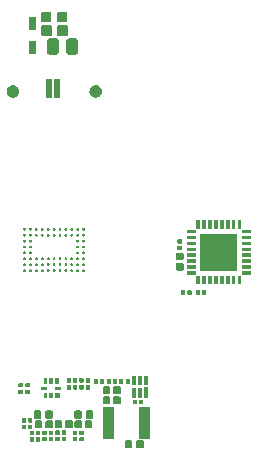
<source format=gbr>
G04 #@! TF.GenerationSoftware,KiCad,Pcbnew,(5.1.5)-3*
G04 #@! TF.CreationDate,2020-06-25T20:31:32-07:00*
G04 #@! TF.ProjectId,Miniscope-v4-Rigid-Flex,4d696e69-7363-46f7-9065-2d76342d5269,rev?*
G04 #@! TF.SameCoordinates,Original*
G04 #@! TF.FileFunction,Soldermask,Bot*
G04 #@! TF.FilePolarity,Negative*
%FSLAX46Y46*%
G04 Gerber Fmt 4.6, Leading zero omitted, Abs format (unit mm)*
G04 Created by KiCad (PCBNEW (5.1.5)-3) date 2020-06-25 20:31:32*
%MOMM*%
%LPD*%
G04 APERTURE LIST*
%ADD10C,0.100000*%
G04 APERTURE END LIST*
D10*
G36*
X111212450Y-129547831D02*
G01*
X111237688Y-129555487D01*
X111260955Y-129567923D01*
X111281344Y-129584656D01*
X111298077Y-129605045D01*
X111310513Y-129628312D01*
X111318169Y-129653550D01*
X111321000Y-129682291D01*
X111321000Y-130098509D01*
X111318169Y-130127250D01*
X111310513Y-130152488D01*
X111298077Y-130175755D01*
X111281344Y-130196144D01*
X111260955Y-130212877D01*
X111237688Y-130225313D01*
X111212450Y-130232969D01*
X111183709Y-130235800D01*
X110817491Y-130235800D01*
X110788750Y-130232969D01*
X110763512Y-130225313D01*
X110740245Y-130212877D01*
X110719856Y-130196144D01*
X110703123Y-130175755D01*
X110690687Y-130152488D01*
X110683031Y-130127250D01*
X110680200Y-130098509D01*
X110680200Y-129682291D01*
X110683031Y-129653550D01*
X110690687Y-129628312D01*
X110703123Y-129605045D01*
X110719856Y-129584656D01*
X110740245Y-129567923D01*
X110763512Y-129555487D01*
X110788750Y-129547831D01*
X110817491Y-129545000D01*
X111183709Y-129545000D01*
X111212450Y-129547831D01*
G37*
G36*
X110242450Y-129547831D02*
G01*
X110267688Y-129555487D01*
X110290955Y-129567923D01*
X110311344Y-129584656D01*
X110328077Y-129605045D01*
X110340513Y-129628312D01*
X110348169Y-129653550D01*
X110351000Y-129682291D01*
X110351000Y-130098509D01*
X110348169Y-130127250D01*
X110340513Y-130152488D01*
X110328077Y-130175755D01*
X110311344Y-130196144D01*
X110290955Y-130212877D01*
X110267688Y-130225313D01*
X110242450Y-130232969D01*
X110213709Y-130235800D01*
X109847491Y-130235800D01*
X109818750Y-130232969D01*
X109793512Y-130225313D01*
X109770245Y-130212877D01*
X109749856Y-130196144D01*
X109733123Y-130175755D01*
X109720687Y-130152488D01*
X109713031Y-130127250D01*
X109710200Y-130098509D01*
X109710200Y-129682291D01*
X109713031Y-129653550D01*
X109720687Y-129628312D01*
X109733123Y-129605045D01*
X109749856Y-129584656D01*
X109770245Y-129567923D01*
X109793512Y-129555487D01*
X109818750Y-129547831D01*
X109847491Y-129545000D01*
X110213709Y-129545000D01*
X110242450Y-129547831D01*
G37*
G36*
X101961392Y-129282085D02*
G01*
X101973503Y-129285759D01*
X101984663Y-129291724D01*
X101994447Y-129299753D01*
X102002476Y-129309537D01*
X102008441Y-129320697D01*
X102012115Y-129332808D01*
X102013600Y-129347891D01*
X102013600Y-129604109D01*
X102012115Y-129619192D01*
X102008441Y-129631303D01*
X102002476Y-129642463D01*
X101994447Y-129652247D01*
X101984663Y-129660276D01*
X101973503Y-129666241D01*
X101961392Y-129669915D01*
X101946309Y-129671400D01*
X101720091Y-129671400D01*
X101705008Y-129669915D01*
X101692897Y-129666241D01*
X101681737Y-129660276D01*
X101671953Y-129652247D01*
X101663924Y-129642463D01*
X101657959Y-129631303D01*
X101654285Y-129619192D01*
X101652800Y-129604109D01*
X101652800Y-129347891D01*
X101654285Y-129332808D01*
X101657959Y-129320697D01*
X101663924Y-129309537D01*
X101671953Y-129299753D01*
X101681737Y-129291724D01*
X101692897Y-129285759D01*
X101705008Y-129282085D01*
X101720091Y-129280600D01*
X101946309Y-129280600D01*
X101961392Y-129282085D01*
G37*
G36*
X102511392Y-129282085D02*
G01*
X102523503Y-129285759D01*
X102534663Y-129291724D01*
X102544447Y-129299753D01*
X102552476Y-129309537D01*
X102558441Y-129320697D01*
X102562115Y-129332808D01*
X102563600Y-129347891D01*
X102563600Y-129604109D01*
X102562115Y-129619192D01*
X102558441Y-129631303D01*
X102552476Y-129642463D01*
X102544447Y-129652247D01*
X102534663Y-129660276D01*
X102523503Y-129666241D01*
X102511392Y-129669915D01*
X102496309Y-129671400D01*
X102270091Y-129671400D01*
X102255008Y-129669915D01*
X102242897Y-129666241D01*
X102231737Y-129660276D01*
X102221953Y-129652247D01*
X102213924Y-129642463D01*
X102207959Y-129631303D01*
X102204285Y-129619192D01*
X102202800Y-129604109D01*
X102202800Y-129347891D01*
X102204285Y-129332808D01*
X102207959Y-129320697D01*
X102213924Y-129309537D01*
X102221953Y-129299753D01*
X102231737Y-129291724D01*
X102242897Y-129285759D01*
X102255008Y-129282085D01*
X102270091Y-129280600D01*
X102496309Y-129280600D01*
X102511392Y-129282085D01*
G37*
G36*
X106194392Y-129256685D02*
G01*
X106206503Y-129260359D01*
X106217663Y-129266324D01*
X106227447Y-129274353D01*
X106235476Y-129284137D01*
X106241441Y-129295297D01*
X106245115Y-129307408D01*
X106246600Y-129322491D01*
X106246600Y-129578709D01*
X106245115Y-129593792D01*
X106241441Y-129605903D01*
X106235476Y-129617063D01*
X106227447Y-129626847D01*
X106217663Y-129634876D01*
X106206503Y-129640841D01*
X106194392Y-129644515D01*
X106179309Y-129646000D01*
X105953091Y-129646000D01*
X105938008Y-129644515D01*
X105925897Y-129640841D01*
X105914737Y-129634876D01*
X105904953Y-129626847D01*
X105896924Y-129617063D01*
X105890959Y-129605903D01*
X105887285Y-129593792D01*
X105885800Y-129578709D01*
X105885800Y-129322491D01*
X105887285Y-129307408D01*
X105890959Y-129295297D01*
X105896924Y-129284137D01*
X105904953Y-129274353D01*
X105914737Y-129266324D01*
X105925897Y-129260359D01*
X105938008Y-129256685D01*
X105953091Y-129255200D01*
X106179309Y-129255200D01*
X106194392Y-129256685D01*
G37*
G36*
X103603592Y-129256685D02*
G01*
X103615703Y-129260359D01*
X103626863Y-129266324D01*
X103636647Y-129274353D01*
X103644676Y-129284137D01*
X103650641Y-129295297D01*
X103654315Y-129307408D01*
X103655800Y-129322491D01*
X103655800Y-129578709D01*
X103654315Y-129593792D01*
X103650641Y-129605903D01*
X103644676Y-129617063D01*
X103636647Y-129626847D01*
X103626863Y-129634876D01*
X103615703Y-129640841D01*
X103603592Y-129644515D01*
X103588509Y-129646000D01*
X103362291Y-129646000D01*
X103347208Y-129644515D01*
X103335097Y-129640841D01*
X103323937Y-129634876D01*
X103314153Y-129626847D01*
X103306124Y-129617063D01*
X103300159Y-129605903D01*
X103296485Y-129593792D01*
X103295000Y-129578709D01*
X103295000Y-129322491D01*
X103296485Y-129307408D01*
X103300159Y-129295297D01*
X103306124Y-129284137D01*
X103314153Y-129274353D01*
X103323937Y-129266324D01*
X103335097Y-129260359D01*
X103347208Y-129256685D01*
X103362291Y-129255200D01*
X103588509Y-129255200D01*
X103603592Y-129256685D01*
G37*
G36*
X103053592Y-129256685D02*
G01*
X103065703Y-129260359D01*
X103076863Y-129266324D01*
X103086647Y-129274353D01*
X103094676Y-129284137D01*
X103100641Y-129295297D01*
X103104315Y-129307408D01*
X103105800Y-129322491D01*
X103105800Y-129578709D01*
X103104315Y-129593792D01*
X103100641Y-129605903D01*
X103094676Y-129617063D01*
X103086647Y-129626847D01*
X103076863Y-129634876D01*
X103065703Y-129640841D01*
X103053592Y-129644515D01*
X103038509Y-129646000D01*
X102812291Y-129646000D01*
X102797208Y-129644515D01*
X102785097Y-129640841D01*
X102773937Y-129634876D01*
X102764153Y-129626847D01*
X102756124Y-129617063D01*
X102750159Y-129605903D01*
X102746485Y-129593792D01*
X102745000Y-129578709D01*
X102745000Y-129322491D01*
X102746485Y-129307408D01*
X102750159Y-129295297D01*
X102756124Y-129284137D01*
X102764153Y-129274353D01*
X102773937Y-129266324D01*
X102785097Y-129260359D01*
X102797208Y-129256685D01*
X102812291Y-129255200D01*
X103038509Y-129255200D01*
X103053592Y-129256685D01*
G37*
G36*
X104145792Y-129256685D02*
G01*
X104157903Y-129260359D01*
X104169063Y-129266324D01*
X104178847Y-129274353D01*
X104186876Y-129284137D01*
X104192841Y-129295297D01*
X104196515Y-129307408D01*
X104198000Y-129322491D01*
X104198000Y-129578709D01*
X104196515Y-129593792D01*
X104192841Y-129605903D01*
X104186876Y-129617063D01*
X104178847Y-129626847D01*
X104169063Y-129634876D01*
X104157903Y-129640841D01*
X104145792Y-129644515D01*
X104130709Y-129646000D01*
X103904491Y-129646000D01*
X103889408Y-129644515D01*
X103877297Y-129640841D01*
X103866137Y-129634876D01*
X103856353Y-129626847D01*
X103848324Y-129617063D01*
X103842359Y-129605903D01*
X103838685Y-129593792D01*
X103837200Y-129578709D01*
X103837200Y-129322491D01*
X103838685Y-129307408D01*
X103842359Y-129295297D01*
X103848324Y-129284137D01*
X103856353Y-129274353D01*
X103866137Y-129266324D01*
X103877297Y-129260359D01*
X103889408Y-129256685D01*
X103904491Y-129255200D01*
X104130709Y-129255200D01*
X104145792Y-129256685D01*
G37*
G36*
X104695792Y-129256685D02*
G01*
X104707903Y-129260359D01*
X104719063Y-129266324D01*
X104728847Y-129274353D01*
X104736876Y-129284137D01*
X104742841Y-129295297D01*
X104746515Y-129307408D01*
X104748000Y-129322491D01*
X104748000Y-129578709D01*
X104746515Y-129593792D01*
X104742841Y-129605903D01*
X104736876Y-129617063D01*
X104728847Y-129626847D01*
X104719063Y-129634876D01*
X104707903Y-129640841D01*
X104695792Y-129644515D01*
X104680709Y-129646000D01*
X104454491Y-129646000D01*
X104439408Y-129644515D01*
X104427297Y-129640841D01*
X104416137Y-129634876D01*
X104406353Y-129626847D01*
X104398324Y-129617063D01*
X104392359Y-129605903D01*
X104388685Y-129593792D01*
X104387200Y-129578709D01*
X104387200Y-129322491D01*
X104388685Y-129307408D01*
X104392359Y-129295297D01*
X104398324Y-129284137D01*
X104406353Y-129274353D01*
X104416137Y-129266324D01*
X104427297Y-129260359D01*
X104439408Y-129256685D01*
X104454491Y-129255200D01*
X104680709Y-129255200D01*
X104695792Y-129256685D01*
G37*
G36*
X105644392Y-129256685D02*
G01*
X105656503Y-129260359D01*
X105667663Y-129266324D01*
X105677447Y-129274353D01*
X105685476Y-129284137D01*
X105691441Y-129295297D01*
X105695115Y-129307408D01*
X105696600Y-129322491D01*
X105696600Y-129578709D01*
X105695115Y-129593792D01*
X105691441Y-129605903D01*
X105685476Y-129617063D01*
X105677447Y-129626847D01*
X105667663Y-129634876D01*
X105656503Y-129640841D01*
X105644392Y-129644515D01*
X105629309Y-129646000D01*
X105403091Y-129646000D01*
X105388008Y-129644515D01*
X105375897Y-129640841D01*
X105364737Y-129634876D01*
X105354953Y-129626847D01*
X105346924Y-129617063D01*
X105340959Y-129605903D01*
X105337285Y-129593792D01*
X105335800Y-129578709D01*
X105335800Y-129322491D01*
X105337285Y-129307408D01*
X105340959Y-129295297D01*
X105346924Y-129284137D01*
X105354953Y-129274353D01*
X105364737Y-129266324D01*
X105375897Y-129260359D01*
X105388008Y-129256685D01*
X105403091Y-129255200D01*
X105629309Y-129255200D01*
X105644392Y-129256685D01*
G37*
G36*
X111840600Y-129397000D02*
G01*
X110919800Y-129397000D01*
X110919800Y-126726200D01*
X111840600Y-126726200D01*
X111840600Y-129397000D01*
G37*
G36*
X108790600Y-129397000D02*
G01*
X107869800Y-129397000D01*
X107869800Y-126726200D01*
X108790600Y-126726200D01*
X108790600Y-129397000D01*
G37*
G36*
X102511392Y-128723285D02*
G01*
X102523503Y-128726959D01*
X102534663Y-128732924D01*
X102544447Y-128740953D01*
X102552476Y-128750737D01*
X102558441Y-128761897D01*
X102562115Y-128774008D01*
X102563600Y-128789091D01*
X102563600Y-129045309D01*
X102562115Y-129060392D01*
X102558441Y-129072503D01*
X102552476Y-129083663D01*
X102544447Y-129093447D01*
X102534663Y-129101476D01*
X102523503Y-129107441D01*
X102511392Y-129111115D01*
X102496309Y-129112600D01*
X102270091Y-129112600D01*
X102255008Y-129111115D01*
X102242897Y-129107441D01*
X102231737Y-129101476D01*
X102221953Y-129093447D01*
X102213924Y-129083663D01*
X102207959Y-129072503D01*
X102204285Y-129060392D01*
X102202800Y-129045309D01*
X102202800Y-128789091D01*
X102204285Y-128774008D01*
X102207959Y-128761897D01*
X102213924Y-128750737D01*
X102221953Y-128740953D01*
X102231737Y-128732924D01*
X102242897Y-128726959D01*
X102255008Y-128723285D01*
X102270091Y-128721800D01*
X102496309Y-128721800D01*
X102511392Y-128723285D01*
G37*
G36*
X106194392Y-128723285D02*
G01*
X106206503Y-128726959D01*
X106217663Y-128732924D01*
X106227447Y-128740953D01*
X106235476Y-128750737D01*
X106241441Y-128761897D01*
X106245115Y-128774008D01*
X106246600Y-128789091D01*
X106246600Y-129045309D01*
X106245115Y-129060392D01*
X106241441Y-129072503D01*
X106235476Y-129083663D01*
X106227447Y-129093447D01*
X106217663Y-129101476D01*
X106206503Y-129107441D01*
X106194392Y-129111115D01*
X106179309Y-129112600D01*
X105953091Y-129112600D01*
X105938008Y-129111115D01*
X105925897Y-129107441D01*
X105914737Y-129101476D01*
X105904953Y-129093447D01*
X105896924Y-129083663D01*
X105890959Y-129072503D01*
X105887285Y-129060392D01*
X105885800Y-129045309D01*
X105885800Y-128789091D01*
X105887285Y-128774008D01*
X105890959Y-128761897D01*
X105896924Y-128750737D01*
X105904953Y-128740953D01*
X105914737Y-128732924D01*
X105925897Y-128726959D01*
X105938008Y-128723285D01*
X105953091Y-128721800D01*
X106179309Y-128721800D01*
X106194392Y-128723285D01*
G37*
G36*
X103603592Y-128723285D02*
G01*
X103615703Y-128726959D01*
X103626863Y-128732924D01*
X103636647Y-128740953D01*
X103644676Y-128750737D01*
X103650641Y-128761897D01*
X103654315Y-128774008D01*
X103655800Y-128789091D01*
X103655800Y-129045309D01*
X103654315Y-129060392D01*
X103650641Y-129072503D01*
X103644676Y-129083663D01*
X103636647Y-129093447D01*
X103626863Y-129101476D01*
X103615703Y-129107441D01*
X103603592Y-129111115D01*
X103588509Y-129112600D01*
X103362291Y-129112600D01*
X103347208Y-129111115D01*
X103335097Y-129107441D01*
X103323937Y-129101476D01*
X103314153Y-129093447D01*
X103306124Y-129083663D01*
X103300159Y-129072503D01*
X103296485Y-129060392D01*
X103295000Y-129045309D01*
X103295000Y-128789091D01*
X103296485Y-128774008D01*
X103300159Y-128761897D01*
X103306124Y-128750737D01*
X103314153Y-128740953D01*
X103323937Y-128732924D01*
X103335097Y-128726959D01*
X103347208Y-128723285D01*
X103362291Y-128721800D01*
X103588509Y-128721800D01*
X103603592Y-128723285D01*
G37*
G36*
X103053592Y-128723285D02*
G01*
X103065703Y-128726959D01*
X103076863Y-128732924D01*
X103086647Y-128740953D01*
X103094676Y-128750737D01*
X103100641Y-128761897D01*
X103104315Y-128774008D01*
X103105800Y-128789091D01*
X103105800Y-129045309D01*
X103104315Y-129060392D01*
X103100641Y-129072503D01*
X103094676Y-129083663D01*
X103086647Y-129093447D01*
X103076863Y-129101476D01*
X103065703Y-129107441D01*
X103053592Y-129111115D01*
X103038509Y-129112600D01*
X102812291Y-129112600D01*
X102797208Y-129111115D01*
X102785097Y-129107441D01*
X102773937Y-129101476D01*
X102764153Y-129093447D01*
X102756124Y-129083663D01*
X102750159Y-129072503D01*
X102746485Y-129060392D01*
X102745000Y-129045309D01*
X102745000Y-128789091D01*
X102746485Y-128774008D01*
X102750159Y-128761897D01*
X102756124Y-128750737D01*
X102764153Y-128740953D01*
X102773937Y-128732924D01*
X102785097Y-128726959D01*
X102797208Y-128723285D01*
X102812291Y-128721800D01*
X103038509Y-128721800D01*
X103053592Y-128723285D01*
G37*
G36*
X101961392Y-128723285D02*
G01*
X101973503Y-128726959D01*
X101984663Y-128732924D01*
X101994447Y-128740953D01*
X102002476Y-128750737D01*
X102008441Y-128761897D01*
X102012115Y-128774008D01*
X102013600Y-128789091D01*
X102013600Y-129045309D01*
X102012115Y-129060392D01*
X102008441Y-129072503D01*
X102002476Y-129083663D01*
X101994447Y-129093447D01*
X101984663Y-129101476D01*
X101973503Y-129107441D01*
X101961392Y-129111115D01*
X101946309Y-129112600D01*
X101720091Y-129112600D01*
X101705008Y-129111115D01*
X101692897Y-129107441D01*
X101681737Y-129101476D01*
X101671953Y-129093447D01*
X101663924Y-129083663D01*
X101657959Y-129072503D01*
X101654285Y-129060392D01*
X101652800Y-129045309D01*
X101652800Y-128789091D01*
X101654285Y-128774008D01*
X101657959Y-128761897D01*
X101663924Y-128750737D01*
X101671953Y-128740953D01*
X101681737Y-128732924D01*
X101692897Y-128726959D01*
X101705008Y-128723285D01*
X101720091Y-128721800D01*
X101946309Y-128721800D01*
X101961392Y-128723285D01*
G37*
G36*
X105644392Y-128723285D02*
G01*
X105656503Y-128726959D01*
X105667663Y-128732924D01*
X105677447Y-128740953D01*
X105685476Y-128750737D01*
X105691441Y-128761897D01*
X105695115Y-128774008D01*
X105696600Y-128789091D01*
X105696600Y-129045309D01*
X105695115Y-129060392D01*
X105691441Y-129072503D01*
X105685476Y-129083663D01*
X105677447Y-129093447D01*
X105667663Y-129101476D01*
X105656503Y-129107441D01*
X105644392Y-129111115D01*
X105629309Y-129112600D01*
X105403091Y-129112600D01*
X105388008Y-129111115D01*
X105375897Y-129107441D01*
X105364737Y-129101476D01*
X105354953Y-129093447D01*
X105346924Y-129083663D01*
X105340959Y-129072503D01*
X105337285Y-129060392D01*
X105335800Y-129045309D01*
X105335800Y-128789091D01*
X105337285Y-128774008D01*
X105340959Y-128761897D01*
X105346924Y-128750737D01*
X105354953Y-128740953D01*
X105364737Y-128732924D01*
X105375897Y-128726959D01*
X105388008Y-128723285D01*
X105403091Y-128721800D01*
X105629309Y-128721800D01*
X105644392Y-128723285D01*
G37*
G36*
X104145792Y-128697885D02*
G01*
X104157903Y-128701559D01*
X104169063Y-128707524D01*
X104178847Y-128715553D01*
X104186876Y-128725337D01*
X104192841Y-128736497D01*
X104196515Y-128748608D01*
X104198000Y-128763691D01*
X104198000Y-129019909D01*
X104196515Y-129034992D01*
X104192841Y-129047103D01*
X104186876Y-129058263D01*
X104178847Y-129068047D01*
X104169063Y-129076076D01*
X104157903Y-129082041D01*
X104145792Y-129085715D01*
X104130709Y-129087200D01*
X103904491Y-129087200D01*
X103889408Y-129085715D01*
X103877297Y-129082041D01*
X103866137Y-129076076D01*
X103856353Y-129068047D01*
X103848324Y-129058263D01*
X103842359Y-129047103D01*
X103838685Y-129034992D01*
X103837200Y-129019909D01*
X103837200Y-128763691D01*
X103838685Y-128748608D01*
X103842359Y-128736497D01*
X103848324Y-128725337D01*
X103856353Y-128715553D01*
X103866137Y-128707524D01*
X103877297Y-128701559D01*
X103889408Y-128697885D01*
X103904491Y-128696400D01*
X104130709Y-128696400D01*
X104145792Y-128697885D01*
G37*
G36*
X104695792Y-128697885D02*
G01*
X104707903Y-128701559D01*
X104719063Y-128707524D01*
X104728847Y-128715553D01*
X104736876Y-128725337D01*
X104742841Y-128736497D01*
X104746515Y-128748608D01*
X104748000Y-128763691D01*
X104748000Y-129019909D01*
X104746515Y-129034992D01*
X104742841Y-129047103D01*
X104736876Y-129058263D01*
X104728847Y-129068047D01*
X104719063Y-129076076D01*
X104707903Y-129082041D01*
X104695792Y-129085715D01*
X104680709Y-129087200D01*
X104454491Y-129087200D01*
X104439408Y-129085715D01*
X104427297Y-129082041D01*
X104416137Y-129076076D01*
X104406353Y-129068047D01*
X104398324Y-129058263D01*
X104392359Y-129047103D01*
X104388685Y-129034992D01*
X104387200Y-129019909D01*
X104387200Y-128763691D01*
X104388685Y-128748608D01*
X104392359Y-128736497D01*
X104398324Y-128725337D01*
X104406353Y-128715553D01*
X104416137Y-128707524D01*
X104427297Y-128701559D01*
X104439408Y-128697885D01*
X104454491Y-128696400D01*
X104680709Y-128696400D01*
X104695792Y-128697885D01*
G37*
G36*
X101850992Y-128215285D02*
G01*
X101863103Y-128218959D01*
X101874263Y-128224924D01*
X101884047Y-128232953D01*
X101892076Y-128242737D01*
X101898041Y-128253897D01*
X101901715Y-128266008D01*
X101903200Y-128281091D01*
X101903200Y-128537309D01*
X101901715Y-128552392D01*
X101898041Y-128564503D01*
X101892076Y-128575663D01*
X101884047Y-128585447D01*
X101874263Y-128593476D01*
X101863103Y-128599441D01*
X101850992Y-128603115D01*
X101835909Y-128604600D01*
X101609691Y-128604600D01*
X101594608Y-128603115D01*
X101582497Y-128599441D01*
X101571337Y-128593476D01*
X101561553Y-128585447D01*
X101553524Y-128575663D01*
X101547559Y-128564503D01*
X101543885Y-128552392D01*
X101542400Y-128537309D01*
X101542400Y-128281091D01*
X101543885Y-128266008D01*
X101547559Y-128253897D01*
X101553524Y-128242737D01*
X101561553Y-128232953D01*
X101571337Y-128224924D01*
X101582497Y-128218959D01*
X101594608Y-128215285D01*
X101609691Y-128213800D01*
X101835909Y-128213800D01*
X101850992Y-128215285D01*
G37*
G36*
X101300992Y-128215285D02*
G01*
X101313103Y-128218959D01*
X101324263Y-128224924D01*
X101334047Y-128232953D01*
X101342076Y-128242737D01*
X101348041Y-128253897D01*
X101351715Y-128266008D01*
X101353200Y-128281091D01*
X101353200Y-128537309D01*
X101351715Y-128552392D01*
X101348041Y-128564503D01*
X101342076Y-128575663D01*
X101334047Y-128585447D01*
X101324263Y-128593476D01*
X101313103Y-128599441D01*
X101300992Y-128603115D01*
X101285909Y-128604600D01*
X101059691Y-128604600D01*
X101044608Y-128603115D01*
X101032497Y-128599441D01*
X101021337Y-128593476D01*
X101011553Y-128585447D01*
X101003524Y-128575663D01*
X100997559Y-128564503D01*
X100993885Y-128552392D01*
X100992400Y-128537309D01*
X100992400Y-128281091D01*
X100993885Y-128266008D01*
X100997559Y-128253897D01*
X101003524Y-128242737D01*
X101011553Y-128232953D01*
X101021337Y-128224924D01*
X101032497Y-128218959D01*
X101044608Y-128215285D01*
X101059691Y-128213800D01*
X101285909Y-128213800D01*
X101300992Y-128215285D01*
G37*
G36*
X102634062Y-127868383D02*
G01*
X102658831Y-127875896D01*
X102681669Y-127888104D01*
X102701677Y-127904523D01*
X102718096Y-127924531D01*
X102730304Y-127947369D01*
X102737817Y-127972138D01*
X102740600Y-128000391D01*
X102740600Y-128411609D01*
X102737817Y-128439862D01*
X102730304Y-128464631D01*
X102718096Y-128487469D01*
X102701677Y-128507477D01*
X102681669Y-128523896D01*
X102658831Y-128536104D01*
X102634062Y-128543617D01*
X102605809Y-128546400D01*
X102244591Y-128546400D01*
X102216338Y-128543617D01*
X102191569Y-128536104D01*
X102168731Y-128523896D01*
X102148723Y-128507477D01*
X102132304Y-128487469D01*
X102120096Y-128464631D01*
X102112583Y-128439862D01*
X102109800Y-128411609D01*
X102109800Y-128000391D01*
X102112583Y-127972138D01*
X102120096Y-127947369D01*
X102132304Y-127924531D01*
X102148723Y-127904523D01*
X102168731Y-127888104D01*
X102191569Y-127875896D01*
X102216338Y-127868383D01*
X102244591Y-127865600D01*
X102605809Y-127865600D01*
X102634062Y-127868383D01*
G37*
G36*
X105986862Y-127868383D02*
G01*
X106011631Y-127875896D01*
X106034469Y-127888104D01*
X106054477Y-127904523D01*
X106070896Y-127924531D01*
X106083104Y-127947369D01*
X106090617Y-127972138D01*
X106093400Y-128000391D01*
X106093400Y-128411609D01*
X106090617Y-128439862D01*
X106083104Y-128464631D01*
X106070896Y-128487469D01*
X106054477Y-128507477D01*
X106034469Y-128523896D01*
X106011631Y-128536104D01*
X105986862Y-128543617D01*
X105958609Y-128546400D01*
X105597391Y-128546400D01*
X105569138Y-128543617D01*
X105544369Y-128536104D01*
X105521531Y-128523896D01*
X105501523Y-128507477D01*
X105485104Y-128487469D01*
X105472896Y-128464631D01*
X105465383Y-128439862D01*
X105462600Y-128411609D01*
X105462600Y-128000391D01*
X105465383Y-127972138D01*
X105472896Y-127947369D01*
X105485104Y-127924531D01*
X105501523Y-127904523D01*
X105521531Y-127888104D01*
X105544369Y-127875896D01*
X105569138Y-127868383D01*
X105597391Y-127865600D01*
X105958609Y-127865600D01*
X105986862Y-127868383D01*
G37*
G36*
X106876862Y-127868383D02*
G01*
X106901631Y-127875896D01*
X106924469Y-127888104D01*
X106944477Y-127904523D01*
X106960896Y-127924531D01*
X106973104Y-127947369D01*
X106980617Y-127972138D01*
X106983400Y-128000391D01*
X106983400Y-128411609D01*
X106980617Y-128439862D01*
X106973104Y-128464631D01*
X106960896Y-128487469D01*
X106944477Y-128507477D01*
X106924469Y-128523896D01*
X106901631Y-128536104D01*
X106876862Y-128543617D01*
X106848609Y-128546400D01*
X106487391Y-128546400D01*
X106459138Y-128543617D01*
X106434369Y-128536104D01*
X106411531Y-128523896D01*
X106391523Y-128507477D01*
X106375104Y-128487469D01*
X106362896Y-128464631D01*
X106355383Y-128439862D01*
X106352600Y-128411609D01*
X106352600Y-128000391D01*
X106355383Y-127972138D01*
X106362896Y-127947369D01*
X106375104Y-127924531D01*
X106391523Y-127904523D01*
X106411531Y-127888104D01*
X106434369Y-127875896D01*
X106459138Y-127868383D01*
X106487391Y-127865600D01*
X106848609Y-127865600D01*
X106876862Y-127868383D01*
G37*
G36*
X103524062Y-127868383D02*
G01*
X103548831Y-127875896D01*
X103571669Y-127888104D01*
X103591677Y-127904523D01*
X103608096Y-127924531D01*
X103620304Y-127947369D01*
X103627817Y-127972138D01*
X103630600Y-128000391D01*
X103630600Y-128411609D01*
X103627817Y-128439862D01*
X103620304Y-128464631D01*
X103608096Y-128487469D01*
X103591677Y-128507477D01*
X103571669Y-128523896D01*
X103548831Y-128536104D01*
X103524062Y-128543617D01*
X103495809Y-128546400D01*
X103134591Y-128546400D01*
X103106338Y-128543617D01*
X103081569Y-128536104D01*
X103058731Y-128523896D01*
X103038723Y-128507477D01*
X103022304Y-128487469D01*
X103010096Y-128464631D01*
X103002583Y-128439862D01*
X102999800Y-128411609D01*
X102999800Y-128000391D01*
X103002583Y-127972138D01*
X103010096Y-127947369D01*
X103022304Y-127924531D01*
X103038723Y-127904523D01*
X103058731Y-127888104D01*
X103081569Y-127875896D01*
X103106338Y-127868383D01*
X103134591Y-127865600D01*
X103495809Y-127865600D01*
X103524062Y-127868383D01*
G37*
G36*
X105200462Y-127842983D02*
G01*
X105225231Y-127850496D01*
X105248069Y-127862704D01*
X105268077Y-127879123D01*
X105284496Y-127899131D01*
X105296704Y-127921969D01*
X105304217Y-127946738D01*
X105307000Y-127974991D01*
X105307000Y-128386209D01*
X105304217Y-128414462D01*
X105296704Y-128439231D01*
X105284496Y-128462069D01*
X105268077Y-128482077D01*
X105248069Y-128498496D01*
X105225231Y-128510704D01*
X105200462Y-128518217D01*
X105172209Y-128521000D01*
X104810991Y-128521000D01*
X104782738Y-128518217D01*
X104757969Y-128510704D01*
X104735131Y-128498496D01*
X104715123Y-128482077D01*
X104698704Y-128462069D01*
X104686496Y-128439231D01*
X104678983Y-128414462D01*
X104676200Y-128386209D01*
X104676200Y-127974991D01*
X104678983Y-127946738D01*
X104686496Y-127921969D01*
X104698704Y-127899131D01*
X104715123Y-127879123D01*
X104735131Y-127862704D01*
X104757969Y-127850496D01*
X104782738Y-127842983D01*
X104810991Y-127840200D01*
X105172209Y-127840200D01*
X105200462Y-127842983D01*
G37*
G36*
X104310462Y-127842983D02*
G01*
X104335231Y-127850496D01*
X104358069Y-127862704D01*
X104378077Y-127879123D01*
X104394496Y-127899131D01*
X104406704Y-127921969D01*
X104414217Y-127946738D01*
X104417000Y-127974991D01*
X104417000Y-128386209D01*
X104414217Y-128414462D01*
X104406704Y-128439231D01*
X104394496Y-128462069D01*
X104378077Y-128482077D01*
X104358069Y-128498496D01*
X104335231Y-128510704D01*
X104310462Y-128518217D01*
X104282209Y-128521000D01*
X103920991Y-128521000D01*
X103892738Y-128518217D01*
X103867969Y-128510704D01*
X103845131Y-128498496D01*
X103825123Y-128482077D01*
X103808704Y-128462069D01*
X103796496Y-128439231D01*
X103788983Y-128414462D01*
X103786200Y-128386209D01*
X103786200Y-127974991D01*
X103788983Y-127946738D01*
X103796496Y-127921969D01*
X103808704Y-127899131D01*
X103825123Y-127879123D01*
X103845131Y-127862704D01*
X103867969Y-127850496D01*
X103892738Y-127842983D01*
X103920991Y-127840200D01*
X104282209Y-127840200D01*
X104310462Y-127842983D01*
G37*
G36*
X101850992Y-127656485D02*
G01*
X101863103Y-127660159D01*
X101874263Y-127666124D01*
X101884047Y-127674153D01*
X101892076Y-127683937D01*
X101898041Y-127695097D01*
X101901715Y-127707208D01*
X101903200Y-127722291D01*
X101903200Y-127978509D01*
X101901715Y-127993592D01*
X101898041Y-128005703D01*
X101892076Y-128016863D01*
X101884047Y-128026647D01*
X101874263Y-128034676D01*
X101863103Y-128040641D01*
X101850992Y-128044315D01*
X101835909Y-128045800D01*
X101609691Y-128045800D01*
X101594608Y-128044315D01*
X101582497Y-128040641D01*
X101571337Y-128034676D01*
X101561553Y-128026647D01*
X101553524Y-128016863D01*
X101547559Y-128005703D01*
X101543885Y-127993592D01*
X101542400Y-127978509D01*
X101542400Y-127722291D01*
X101543885Y-127707208D01*
X101547559Y-127695097D01*
X101553524Y-127683937D01*
X101561553Y-127674153D01*
X101571337Y-127666124D01*
X101582497Y-127660159D01*
X101594608Y-127656485D01*
X101609691Y-127655000D01*
X101835909Y-127655000D01*
X101850992Y-127656485D01*
G37*
G36*
X101300992Y-127656485D02*
G01*
X101313103Y-127660159D01*
X101324263Y-127666124D01*
X101334047Y-127674153D01*
X101342076Y-127683937D01*
X101348041Y-127695097D01*
X101351715Y-127707208D01*
X101353200Y-127722291D01*
X101353200Y-127978509D01*
X101351715Y-127993592D01*
X101348041Y-128005703D01*
X101342076Y-128016863D01*
X101334047Y-128026647D01*
X101324263Y-128034676D01*
X101313103Y-128040641D01*
X101300992Y-128044315D01*
X101285909Y-128045800D01*
X101059691Y-128045800D01*
X101044608Y-128044315D01*
X101032497Y-128040641D01*
X101021337Y-128034676D01*
X101011553Y-128026647D01*
X101003524Y-128016863D01*
X100997559Y-128005703D01*
X100993885Y-127993592D01*
X100992400Y-127978509D01*
X100992400Y-127722291D01*
X100993885Y-127707208D01*
X100997559Y-127695097D01*
X101003524Y-127683937D01*
X101011553Y-127674153D01*
X101021337Y-127666124D01*
X101032497Y-127660159D01*
X101044608Y-127656485D01*
X101059691Y-127655000D01*
X101285909Y-127655000D01*
X101300992Y-127656485D01*
G37*
G36*
X105975250Y-127025231D02*
G01*
X106000488Y-127032887D01*
X106023755Y-127045323D01*
X106044144Y-127062056D01*
X106060877Y-127082445D01*
X106073313Y-127105712D01*
X106080969Y-127130950D01*
X106083800Y-127159691D01*
X106083800Y-127575909D01*
X106080969Y-127604650D01*
X106073313Y-127629888D01*
X106060877Y-127653155D01*
X106044144Y-127673544D01*
X106023755Y-127690277D01*
X106000488Y-127702713D01*
X105975250Y-127710369D01*
X105946509Y-127713200D01*
X105580291Y-127713200D01*
X105551550Y-127710369D01*
X105526312Y-127702713D01*
X105503045Y-127690277D01*
X105482656Y-127673544D01*
X105465923Y-127653155D01*
X105453487Y-127629888D01*
X105445831Y-127604650D01*
X105443000Y-127575909D01*
X105443000Y-127159691D01*
X105445831Y-127130950D01*
X105453487Y-127105712D01*
X105465923Y-127082445D01*
X105482656Y-127062056D01*
X105503045Y-127045323D01*
X105526312Y-127032887D01*
X105551550Y-127025231D01*
X105580291Y-127022400D01*
X105946509Y-127022400D01*
X105975250Y-127025231D01*
G37*
G36*
X103516250Y-127025231D02*
G01*
X103541488Y-127032887D01*
X103564755Y-127045323D01*
X103585144Y-127062056D01*
X103601877Y-127082445D01*
X103614313Y-127105712D01*
X103621969Y-127130950D01*
X103624800Y-127159691D01*
X103624800Y-127575909D01*
X103621969Y-127604650D01*
X103614313Y-127629888D01*
X103601877Y-127653155D01*
X103585144Y-127673544D01*
X103564755Y-127690277D01*
X103541488Y-127702713D01*
X103516250Y-127710369D01*
X103487509Y-127713200D01*
X103121291Y-127713200D01*
X103092550Y-127710369D01*
X103067312Y-127702713D01*
X103044045Y-127690277D01*
X103023656Y-127673544D01*
X103006923Y-127653155D01*
X102994487Y-127629888D01*
X102986831Y-127604650D01*
X102984000Y-127575909D01*
X102984000Y-127159691D01*
X102986831Y-127130950D01*
X102994487Y-127105712D01*
X103006923Y-127082445D01*
X103023656Y-127062056D01*
X103044045Y-127045323D01*
X103067312Y-127032887D01*
X103092550Y-127025231D01*
X103121291Y-127022400D01*
X103487509Y-127022400D01*
X103516250Y-127025231D01*
G37*
G36*
X102546250Y-127025231D02*
G01*
X102571488Y-127032887D01*
X102594755Y-127045323D01*
X102615144Y-127062056D01*
X102631877Y-127082445D01*
X102644313Y-127105712D01*
X102651969Y-127130950D01*
X102654800Y-127159691D01*
X102654800Y-127575909D01*
X102651969Y-127604650D01*
X102644313Y-127629888D01*
X102631877Y-127653155D01*
X102615144Y-127673544D01*
X102594755Y-127690277D01*
X102571488Y-127702713D01*
X102546250Y-127710369D01*
X102517509Y-127713200D01*
X102151291Y-127713200D01*
X102122550Y-127710369D01*
X102097312Y-127702713D01*
X102074045Y-127690277D01*
X102053656Y-127673544D01*
X102036923Y-127653155D01*
X102024487Y-127629888D01*
X102016831Y-127604650D01*
X102014000Y-127575909D01*
X102014000Y-127159691D01*
X102016831Y-127130950D01*
X102024487Y-127105712D01*
X102036923Y-127082445D01*
X102053656Y-127062056D01*
X102074045Y-127045323D01*
X102097312Y-127032887D01*
X102122550Y-127025231D01*
X102151291Y-127022400D01*
X102517509Y-127022400D01*
X102546250Y-127025231D01*
G37*
G36*
X106945250Y-127025231D02*
G01*
X106970488Y-127032887D01*
X106993755Y-127045323D01*
X107014144Y-127062056D01*
X107030877Y-127082445D01*
X107043313Y-127105712D01*
X107050969Y-127130950D01*
X107053800Y-127159691D01*
X107053800Y-127575909D01*
X107050969Y-127604650D01*
X107043313Y-127629888D01*
X107030877Y-127653155D01*
X107014144Y-127673544D01*
X106993755Y-127690277D01*
X106970488Y-127702713D01*
X106945250Y-127710369D01*
X106916509Y-127713200D01*
X106550291Y-127713200D01*
X106521550Y-127710369D01*
X106496312Y-127702713D01*
X106473045Y-127690277D01*
X106452656Y-127673544D01*
X106435923Y-127653155D01*
X106423487Y-127629888D01*
X106415831Y-127604650D01*
X106413000Y-127575909D01*
X106413000Y-127159691D01*
X106415831Y-127130950D01*
X106423487Y-127105712D01*
X106435923Y-127082445D01*
X106452656Y-127062056D01*
X106473045Y-127045323D01*
X106496312Y-127032887D01*
X106521550Y-127025231D01*
X106550291Y-127022400D01*
X106916509Y-127022400D01*
X106945250Y-127025231D01*
G37*
G36*
X109264462Y-125836383D02*
G01*
X109289231Y-125843896D01*
X109312069Y-125856104D01*
X109332077Y-125872523D01*
X109348496Y-125892531D01*
X109360704Y-125915369D01*
X109368217Y-125940138D01*
X109371000Y-125968391D01*
X109371000Y-126379609D01*
X109368217Y-126407862D01*
X109360704Y-126432631D01*
X109348496Y-126455469D01*
X109332077Y-126475477D01*
X109312069Y-126491896D01*
X109289231Y-126504104D01*
X109264462Y-126511617D01*
X109236209Y-126514400D01*
X108874991Y-126514400D01*
X108846738Y-126511617D01*
X108821969Y-126504104D01*
X108799131Y-126491896D01*
X108779123Y-126475477D01*
X108762704Y-126455469D01*
X108750496Y-126432631D01*
X108742983Y-126407862D01*
X108740200Y-126379609D01*
X108740200Y-125968391D01*
X108742983Y-125940138D01*
X108750496Y-125915369D01*
X108762704Y-125892531D01*
X108779123Y-125872523D01*
X108799131Y-125856104D01*
X108821969Y-125843896D01*
X108846738Y-125836383D01*
X108874991Y-125833600D01*
X109236209Y-125833600D01*
X109264462Y-125836383D01*
G37*
G36*
X108374462Y-125836383D02*
G01*
X108399231Y-125843896D01*
X108422069Y-125856104D01*
X108442077Y-125872523D01*
X108458496Y-125892531D01*
X108470704Y-125915369D01*
X108478217Y-125940138D01*
X108481000Y-125968391D01*
X108481000Y-126379609D01*
X108478217Y-126407862D01*
X108470704Y-126432631D01*
X108458496Y-126455469D01*
X108442077Y-126475477D01*
X108422069Y-126491896D01*
X108399231Y-126504104D01*
X108374462Y-126511617D01*
X108346209Y-126514400D01*
X107984991Y-126514400D01*
X107956738Y-126511617D01*
X107931969Y-126504104D01*
X107909131Y-126491896D01*
X107889123Y-126475477D01*
X107872704Y-126455469D01*
X107860496Y-126432631D01*
X107852983Y-126407862D01*
X107850200Y-126379609D01*
X107850200Y-125968391D01*
X107852983Y-125940138D01*
X107860496Y-125915369D01*
X107872704Y-125892531D01*
X107889123Y-125872523D01*
X107909131Y-125856104D01*
X107931969Y-125843896D01*
X107956738Y-125836383D01*
X107984991Y-125833600D01*
X108346209Y-125833600D01*
X108374462Y-125836383D01*
G37*
G36*
X111244992Y-126115085D02*
G01*
X111257103Y-126118759D01*
X111268263Y-126124724D01*
X111278047Y-126132753D01*
X111286076Y-126142537D01*
X111292041Y-126153697D01*
X111295715Y-126165808D01*
X111297200Y-126180891D01*
X111297200Y-126437109D01*
X111295715Y-126452192D01*
X111292041Y-126464303D01*
X111286076Y-126475463D01*
X111278047Y-126485247D01*
X111268263Y-126493276D01*
X111257103Y-126499241D01*
X111244992Y-126502915D01*
X111229909Y-126504400D01*
X111003691Y-126504400D01*
X110988608Y-126502915D01*
X110976497Y-126499241D01*
X110965337Y-126493276D01*
X110955553Y-126485247D01*
X110947524Y-126475463D01*
X110941559Y-126464303D01*
X110937885Y-126452192D01*
X110936400Y-126437109D01*
X110936400Y-126180891D01*
X110937885Y-126165808D01*
X110941559Y-126153697D01*
X110947524Y-126142537D01*
X110955553Y-126132753D01*
X110965337Y-126124724D01*
X110976497Y-126118759D01*
X110988608Y-126115085D01*
X111003691Y-126113600D01*
X111229909Y-126113600D01*
X111244992Y-126115085D01*
G37*
G36*
X110694992Y-126115085D02*
G01*
X110707103Y-126118759D01*
X110718263Y-126124724D01*
X110728047Y-126132753D01*
X110736076Y-126142537D01*
X110742041Y-126153697D01*
X110745715Y-126165808D01*
X110747200Y-126180891D01*
X110747200Y-126437109D01*
X110745715Y-126452192D01*
X110742041Y-126464303D01*
X110736076Y-126475463D01*
X110728047Y-126485247D01*
X110718263Y-126493276D01*
X110707103Y-126499241D01*
X110694992Y-126502915D01*
X110679909Y-126504400D01*
X110453691Y-126504400D01*
X110438608Y-126502915D01*
X110426497Y-126499241D01*
X110415337Y-126493276D01*
X110405553Y-126485247D01*
X110397524Y-126475463D01*
X110391559Y-126464303D01*
X110387885Y-126452192D01*
X110386400Y-126437109D01*
X110386400Y-126180891D01*
X110387885Y-126165808D01*
X110391559Y-126153697D01*
X110397524Y-126142537D01*
X110405553Y-126132753D01*
X110415337Y-126124724D01*
X110426497Y-126118759D01*
X110438608Y-126115085D01*
X110453691Y-126113600D01*
X110679909Y-126113600D01*
X110694992Y-126115085D01*
G37*
G36*
X103611200Y-125956400D02*
G01*
X103340400Y-125956400D01*
X103340400Y-125505600D01*
X103611200Y-125505600D01*
X103611200Y-125956400D01*
G37*
G36*
X104211200Y-125956400D02*
G01*
X103840400Y-125956400D01*
X103840400Y-125505600D01*
X104211200Y-125505600D01*
X104211200Y-125956400D01*
G37*
G36*
X103111200Y-125956400D02*
G01*
X102840400Y-125956400D01*
X102840400Y-125505600D01*
X103111200Y-125505600D01*
X103111200Y-125956400D01*
G37*
G36*
X111684000Y-125931000D02*
G01*
X111363200Y-125931000D01*
X111363200Y-125060200D01*
X111684000Y-125060200D01*
X111684000Y-125931000D01*
G37*
G36*
X111184000Y-125931000D02*
G01*
X110863200Y-125931000D01*
X110863200Y-125140200D01*
X111184000Y-125140200D01*
X111184000Y-125931000D01*
G37*
G36*
X110684000Y-125931000D02*
G01*
X110363200Y-125931000D01*
X110363200Y-125140200D01*
X110684000Y-125140200D01*
X110684000Y-125931000D01*
G37*
G36*
X108374462Y-124972783D02*
G01*
X108399231Y-124980296D01*
X108422069Y-124992504D01*
X108442077Y-125008923D01*
X108458496Y-125028931D01*
X108470704Y-125051769D01*
X108478217Y-125076538D01*
X108481000Y-125104791D01*
X108481000Y-125516009D01*
X108478217Y-125544262D01*
X108470704Y-125569031D01*
X108458496Y-125591869D01*
X108442077Y-125611877D01*
X108422069Y-125628296D01*
X108399231Y-125640504D01*
X108374462Y-125648017D01*
X108346209Y-125650800D01*
X107984991Y-125650800D01*
X107956738Y-125648017D01*
X107931969Y-125640504D01*
X107909131Y-125628296D01*
X107889123Y-125611877D01*
X107872704Y-125591869D01*
X107860496Y-125569031D01*
X107852983Y-125544262D01*
X107850200Y-125516009D01*
X107850200Y-125104791D01*
X107852983Y-125076538D01*
X107860496Y-125051769D01*
X107872704Y-125028931D01*
X107889123Y-125008923D01*
X107909131Y-124992504D01*
X107931969Y-124980296D01*
X107956738Y-124972783D01*
X107984991Y-124970000D01*
X108346209Y-124970000D01*
X108374462Y-124972783D01*
G37*
G36*
X109264462Y-124972783D02*
G01*
X109289231Y-124980296D01*
X109312069Y-124992504D01*
X109332077Y-125008923D01*
X109348496Y-125028931D01*
X109360704Y-125051769D01*
X109368217Y-125076538D01*
X109371000Y-125104791D01*
X109371000Y-125516009D01*
X109368217Y-125544262D01*
X109360704Y-125569031D01*
X109348496Y-125591869D01*
X109332077Y-125611877D01*
X109312069Y-125628296D01*
X109289231Y-125640504D01*
X109264462Y-125648017D01*
X109236209Y-125650800D01*
X108874991Y-125650800D01*
X108846738Y-125648017D01*
X108821969Y-125640504D01*
X108799131Y-125628296D01*
X108779123Y-125611877D01*
X108762704Y-125591869D01*
X108750496Y-125569031D01*
X108742983Y-125544262D01*
X108740200Y-125516009D01*
X108740200Y-125104791D01*
X108742983Y-125076538D01*
X108750496Y-125051769D01*
X108762704Y-125028931D01*
X108779123Y-125008923D01*
X108799131Y-124992504D01*
X108821969Y-124980296D01*
X108846738Y-124972783D01*
X108874991Y-124970000D01*
X109236209Y-124970000D01*
X109264462Y-124972783D01*
G37*
G36*
X101637792Y-125262085D02*
G01*
X101649903Y-125265759D01*
X101661063Y-125271724D01*
X101670847Y-125279753D01*
X101678876Y-125289537D01*
X101684841Y-125300697D01*
X101688515Y-125312808D01*
X101690000Y-125327891D01*
X101690000Y-125554109D01*
X101688515Y-125569192D01*
X101684841Y-125581303D01*
X101678876Y-125592463D01*
X101670847Y-125602247D01*
X101661063Y-125610276D01*
X101649903Y-125616241D01*
X101637792Y-125619915D01*
X101622709Y-125621400D01*
X101366491Y-125621400D01*
X101351408Y-125619915D01*
X101339297Y-125616241D01*
X101328137Y-125610276D01*
X101318353Y-125602247D01*
X101310324Y-125592463D01*
X101304359Y-125581303D01*
X101300685Y-125569192D01*
X101299200Y-125554109D01*
X101299200Y-125327891D01*
X101300685Y-125312808D01*
X101304359Y-125300697D01*
X101310324Y-125289537D01*
X101318353Y-125279753D01*
X101328137Y-125271724D01*
X101339297Y-125265759D01*
X101351408Y-125262085D01*
X101366491Y-125260600D01*
X101622709Y-125260600D01*
X101637792Y-125262085D01*
G37*
G36*
X101053592Y-125262085D02*
G01*
X101065703Y-125265759D01*
X101076863Y-125271724D01*
X101086647Y-125279753D01*
X101094676Y-125289537D01*
X101100641Y-125300697D01*
X101104315Y-125312808D01*
X101105800Y-125327891D01*
X101105800Y-125554109D01*
X101104315Y-125569192D01*
X101100641Y-125581303D01*
X101094676Y-125592463D01*
X101086647Y-125602247D01*
X101076863Y-125610276D01*
X101065703Y-125616241D01*
X101053592Y-125619915D01*
X101038509Y-125621400D01*
X100782291Y-125621400D01*
X100767208Y-125619915D01*
X100755097Y-125616241D01*
X100743937Y-125610276D01*
X100734153Y-125602247D01*
X100726124Y-125592463D01*
X100720159Y-125581303D01*
X100716485Y-125569192D01*
X100715000Y-125554109D01*
X100715000Y-125327891D01*
X100716485Y-125312808D01*
X100720159Y-125300697D01*
X100726124Y-125289537D01*
X100734153Y-125279753D01*
X100743937Y-125271724D01*
X100755097Y-125265759D01*
X100767208Y-125262085D01*
X100782291Y-125260600D01*
X101038509Y-125260600D01*
X101053592Y-125262085D01*
G37*
G36*
X104301200Y-125266400D02*
G01*
X103850400Y-125266400D01*
X103850400Y-124995600D01*
X104301200Y-124995600D01*
X104301200Y-125266400D01*
G37*
G36*
X103101200Y-125266400D02*
G01*
X102650400Y-125266400D01*
X102650400Y-124995600D01*
X103101200Y-124995600D01*
X103101200Y-125266400D01*
G37*
G36*
X106727792Y-124862485D02*
G01*
X106739903Y-124866159D01*
X106751063Y-124872124D01*
X106760847Y-124880153D01*
X106768876Y-124889937D01*
X106774841Y-124901097D01*
X106778515Y-124913208D01*
X106780000Y-124928291D01*
X106780000Y-125184509D01*
X106778515Y-125199592D01*
X106774841Y-125211703D01*
X106768876Y-125222863D01*
X106760847Y-125232647D01*
X106751063Y-125240676D01*
X106739903Y-125246641D01*
X106727792Y-125250315D01*
X106712709Y-125251800D01*
X106486491Y-125251800D01*
X106471408Y-125250315D01*
X106459297Y-125246641D01*
X106448137Y-125240676D01*
X106438353Y-125232647D01*
X106430324Y-125222863D01*
X106424359Y-125211703D01*
X106420685Y-125199592D01*
X106419200Y-125184509D01*
X106419200Y-124928291D01*
X106420685Y-124913208D01*
X106424359Y-124901097D01*
X106430324Y-124889937D01*
X106438353Y-124880153D01*
X106448137Y-124872124D01*
X106459297Y-124866159D01*
X106471408Y-124862485D01*
X106486491Y-124861000D01*
X106712709Y-124861000D01*
X106727792Y-124862485D01*
G37*
G36*
X105660992Y-124862485D02*
G01*
X105673103Y-124866159D01*
X105684263Y-124872124D01*
X105694047Y-124880153D01*
X105702076Y-124889937D01*
X105708041Y-124901097D01*
X105711715Y-124913208D01*
X105713200Y-124928291D01*
X105713200Y-125184509D01*
X105711715Y-125199592D01*
X105708041Y-125211703D01*
X105702076Y-125222863D01*
X105694047Y-125232647D01*
X105684263Y-125240676D01*
X105673103Y-125246641D01*
X105660992Y-125250315D01*
X105645909Y-125251800D01*
X105419691Y-125251800D01*
X105404608Y-125250315D01*
X105392497Y-125246641D01*
X105381337Y-125240676D01*
X105371553Y-125232647D01*
X105363524Y-125222863D01*
X105357559Y-125211703D01*
X105353885Y-125199592D01*
X105352400Y-125184509D01*
X105352400Y-124928291D01*
X105353885Y-124913208D01*
X105357559Y-124901097D01*
X105363524Y-124889937D01*
X105371553Y-124880153D01*
X105381337Y-124872124D01*
X105392497Y-124866159D01*
X105404608Y-124862485D01*
X105419691Y-124861000D01*
X105645909Y-124861000D01*
X105660992Y-124862485D01*
G37*
G36*
X105110992Y-124862485D02*
G01*
X105123103Y-124866159D01*
X105134263Y-124872124D01*
X105144047Y-124880153D01*
X105152076Y-124889937D01*
X105158041Y-124901097D01*
X105161715Y-124913208D01*
X105163200Y-124928291D01*
X105163200Y-125184509D01*
X105161715Y-125199592D01*
X105158041Y-125211703D01*
X105152076Y-125222863D01*
X105144047Y-125232647D01*
X105134263Y-125240676D01*
X105123103Y-125246641D01*
X105110992Y-125250315D01*
X105095909Y-125251800D01*
X104869691Y-125251800D01*
X104854608Y-125250315D01*
X104842497Y-125246641D01*
X104831337Y-125240676D01*
X104821553Y-125232647D01*
X104813524Y-125222863D01*
X104807559Y-125211703D01*
X104803885Y-125199592D01*
X104802400Y-125184509D01*
X104802400Y-124928291D01*
X104803885Y-124913208D01*
X104807559Y-124901097D01*
X104813524Y-124889937D01*
X104821553Y-124880153D01*
X104831337Y-124872124D01*
X104842497Y-124866159D01*
X104854608Y-124862485D01*
X104869691Y-124861000D01*
X105095909Y-124861000D01*
X105110992Y-124862485D01*
G37*
G36*
X106177792Y-124862485D02*
G01*
X106189903Y-124866159D01*
X106201063Y-124872124D01*
X106210847Y-124880153D01*
X106218876Y-124889937D01*
X106224841Y-124901097D01*
X106228515Y-124913208D01*
X106230000Y-124928291D01*
X106230000Y-125184509D01*
X106228515Y-125199592D01*
X106224841Y-125211703D01*
X106218876Y-125222863D01*
X106210847Y-125232647D01*
X106201063Y-125240676D01*
X106189903Y-125246641D01*
X106177792Y-125250315D01*
X106162709Y-125251800D01*
X105936491Y-125251800D01*
X105921408Y-125250315D01*
X105909297Y-125246641D01*
X105898137Y-125240676D01*
X105888353Y-125232647D01*
X105880324Y-125222863D01*
X105874359Y-125211703D01*
X105870685Y-125199592D01*
X105869200Y-125184509D01*
X105869200Y-124928291D01*
X105870685Y-124913208D01*
X105874359Y-124901097D01*
X105880324Y-124889937D01*
X105888353Y-124880153D01*
X105898137Y-124872124D01*
X105909297Y-124866159D01*
X105921408Y-124862485D01*
X105936491Y-124861000D01*
X106162709Y-124861000D01*
X106177792Y-124862485D01*
G37*
G36*
X101053592Y-124712085D02*
G01*
X101065703Y-124715759D01*
X101076863Y-124721724D01*
X101086647Y-124729753D01*
X101094676Y-124739537D01*
X101100641Y-124750697D01*
X101104315Y-124762808D01*
X101105800Y-124777891D01*
X101105800Y-125004109D01*
X101104315Y-125019192D01*
X101100641Y-125031303D01*
X101094676Y-125042463D01*
X101086647Y-125052247D01*
X101076863Y-125060276D01*
X101065703Y-125066241D01*
X101053592Y-125069915D01*
X101038509Y-125071400D01*
X100782291Y-125071400D01*
X100767208Y-125069915D01*
X100755097Y-125066241D01*
X100743937Y-125060276D01*
X100734153Y-125052247D01*
X100726124Y-125042463D01*
X100720159Y-125031303D01*
X100716485Y-125019192D01*
X100715000Y-125004109D01*
X100715000Y-124777891D01*
X100716485Y-124762808D01*
X100720159Y-124750697D01*
X100726124Y-124739537D01*
X100734153Y-124729753D01*
X100743937Y-124721724D01*
X100755097Y-124715759D01*
X100767208Y-124712085D01*
X100782291Y-124710600D01*
X101038509Y-124710600D01*
X101053592Y-124712085D01*
G37*
G36*
X101637792Y-124712085D02*
G01*
X101649903Y-124715759D01*
X101661063Y-124721724D01*
X101670847Y-124729753D01*
X101678876Y-124739537D01*
X101684841Y-124750697D01*
X101688515Y-124762808D01*
X101690000Y-124777891D01*
X101690000Y-125004109D01*
X101688515Y-125019192D01*
X101684841Y-125031303D01*
X101678876Y-125042463D01*
X101670847Y-125052247D01*
X101661063Y-125060276D01*
X101649903Y-125066241D01*
X101637792Y-125069915D01*
X101622709Y-125071400D01*
X101366491Y-125071400D01*
X101351408Y-125069915D01*
X101339297Y-125066241D01*
X101328137Y-125060276D01*
X101318353Y-125052247D01*
X101310324Y-125042463D01*
X101304359Y-125031303D01*
X101300685Y-125019192D01*
X101299200Y-125004109D01*
X101299200Y-124777891D01*
X101300685Y-124762808D01*
X101304359Y-124750697D01*
X101310324Y-124739537D01*
X101318353Y-124729753D01*
X101328137Y-124721724D01*
X101339297Y-124715759D01*
X101351408Y-124712085D01*
X101366491Y-124710600D01*
X101622709Y-124710600D01*
X101637792Y-124712085D01*
G37*
G36*
X111184000Y-124871000D02*
G01*
X110863200Y-124871000D01*
X110863200Y-124080200D01*
X111184000Y-124080200D01*
X111184000Y-124871000D01*
G37*
G36*
X111684000Y-124871000D02*
G01*
X111363200Y-124871000D01*
X111363200Y-124080200D01*
X111684000Y-124080200D01*
X111684000Y-124871000D01*
G37*
G36*
X110684000Y-124871000D02*
G01*
X110363200Y-124871000D01*
X110363200Y-124080200D01*
X110684000Y-124080200D01*
X110684000Y-124871000D01*
G37*
G36*
X109555992Y-124379885D02*
G01*
X109568103Y-124383559D01*
X109579263Y-124389524D01*
X109589047Y-124397553D01*
X109597076Y-124407337D01*
X109603041Y-124418497D01*
X109606715Y-124430608D01*
X109608200Y-124445691D01*
X109608200Y-124701909D01*
X109606715Y-124716992D01*
X109603041Y-124729103D01*
X109597076Y-124740263D01*
X109589047Y-124750047D01*
X109579263Y-124758076D01*
X109568103Y-124764041D01*
X109555992Y-124767715D01*
X109540909Y-124769200D01*
X109314691Y-124769200D01*
X109299608Y-124767715D01*
X109287497Y-124764041D01*
X109276337Y-124758076D01*
X109266553Y-124750047D01*
X109258524Y-124740263D01*
X109252559Y-124729103D01*
X109248885Y-124716992D01*
X109247400Y-124701909D01*
X109247400Y-124445691D01*
X109248885Y-124430608D01*
X109252559Y-124418497D01*
X109258524Y-124407337D01*
X109266553Y-124397553D01*
X109276337Y-124389524D01*
X109287497Y-124383559D01*
X109299608Y-124379885D01*
X109314691Y-124378400D01*
X109540909Y-124378400D01*
X109555992Y-124379885D01*
G37*
G36*
X107396992Y-124379885D02*
G01*
X107409103Y-124383559D01*
X107420263Y-124389524D01*
X107430047Y-124397553D01*
X107438076Y-124407337D01*
X107444041Y-124418497D01*
X107447715Y-124430608D01*
X107449200Y-124445691D01*
X107449200Y-124701909D01*
X107447715Y-124716992D01*
X107444041Y-124729103D01*
X107438076Y-124740263D01*
X107430047Y-124750047D01*
X107420263Y-124758076D01*
X107409103Y-124764041D01*
X107396992Y-124767715D01*
X107381909Y-124769200D01*
X107155691Y-124769200D01*
X107140608Y-124767715D01*
X107128497Y-124764041D01*
X107117337Y-124758076D01*
X107107553Y-124750047D01*
X107099524Y-124740263D01*
X107093559Y-124729103D01*
X107089885Y-124716992D01*
X107088400Y-124701909D01*
X107088400Y-124445691D01*
X107089885Y-124430608D01*
X107093559Y-124418497D01*
X107099524Y-124407337D01*
X107107553Y-124397553D01*
X107117337Y-124389524D01*
X107128497Y-124383559D01*
X107140608Y-124379885D01*
X107155691Y-124378400D01*
X107381909Y-124378400D01*
X107396992Y-124379885D01*
G37*
G36*
X107946992Y-124379885D02*
G01*
X107959103Y-124383559D01*
X107970263Y-124389524D01*
X107980047Y-124397553D01*
X107988076Y-124407337D01*
X107994041Y-124418497D01*
X107997715Y-124430608D01*
X107999200Y-124445691D01*
X107999200Y-124701909D01*
X107997715Y-124716992D01*
X107994041Y-124729103D01*
X107988076Y-124740263D01*
X107980047Y-124750047D01*
X107970263Y-124758076D01*
X107959103Y-124764041D01*
X107946992Y-124767715D01*
X107931909Y-124769200D01*
X107705691Y-124769200D01*
X107690608Y-124767715D01*
X107678497Y-124764041D01*
X107667337Y-124758076D01*
X107657553Y-124750047D01*
X107649524Y-124740263D01*
X107643559Y-124729103D01*
X107639885Y-124716992D01*
X107638400Y-124701909D01*
X107638400Y-124445691D01*
X107639885Y-124430608D01*
X107643559Y-124418497D01*
X107649524Y-124407337D01*
X107657553Y-124397553D01*
X107667337Y-124389524D01*
X107678497Y-124383559D01*
X107690608Y-124379885D01*
X107705691Y-124378400D01*
X107931909Y-124378400D01*
X107946992Y-124379885D01*
G37*
G36*
X110105992Y-124379885D02*
G01*
X110118103Y-124383559D01*
X110129263Y-124389524D01*
X110139047Y-124397553D01*
X110147076Y-124407337D01*
X110153041Y-124418497D01*
X110156715Y-124430608D01*
X110158200Y-124445691D01*
X110158200Y-124701909D01*
X110156715Y-124716992D01*
X110153041Y-124729103D01*
X110147076Y-124740263D01*
X110139047Y-124750047D01*
X110129263Y-124758076D01*
X110118103Y-124764041D01*
X110105992Y-124767715D01*
X110090909Y-124769200D01*
X109864691Y-124769200D01*
X109849608Y-124767715D01*
X109837497Y-124764041D01*
X109826337Y-124758076D01*
X109816553Y-124750047D01*
X109808524Y-124740263D01*
X109802559Y-124729103D01*
X109798885Y-124716992D01*
X109797400Y-124701909D01*
X109797400Y-124445691D01*
X109798885Y-124430608D01*
X109802559Y-124418497D01*
X109808524Y-124407337D01*
X109816553Y-124397553D01*
X109826337Y-124389524D01*
X109837497Y-124383559D01*
X109849608Y-124379885D01*
X109864691Y-124378400D01*
X110090909Y-124378400D01*
X110105992Y-124379885D01*
G37*
G36*
X108489192Y-124379885D02*
G01*
X108501303Y-124383559D01*
X108512463Y-124389524D01*
X108522247Y-124397553D01*
X108530276Y-124407337D01*
X108536241Y-124418497D01*
X108539915Y-124430608D01*
X108541400Y-124445691D01*
X108541400Y-124701909D01*
X108539915Y-124716992D01*
X108536241Y-124729103D01*
X108530276Y-124740263D01*
X108522247Y-124750047D01*
X108512463Y-124758076D01*
X108501303Y-124764041D01*
X108489192Y-124767715D01*
X108474109Y-124769200D01*
X108247891Y-124769200D01*
X108232808Y-124767715D01*
X108220697Y-124764041D01*
X108209537Y-124758076D01*
X108199753Y-124750047D01*
X108191724Y-124740263D01*
X108185759Y-124729103D01*
X108182085Y-124716992D01*
X108180600Y-124701909D01*
X108180600Y-124445691D01*
X108182085Y-124430608D01*
X108185759Y-124418497D01*
X108191724Y-124407337D01*
X108199753Y-124397553D01*
X108209537Y-124389524D01*
X108220697Y-124383559D01*
X108232808Y-124379885D01*
X108247891Y-124378400D01*
X108474109Y-124378400D01*
X108489192Y-124379885D01*
G37*
G36*
X109039192Y-124379885D02*
G01*
X109051303Y-124383559D01*
X109062463Y-124389524D01*
X109072247Y-124397553D01*
X109080276Y-124407337D01*
X109086241Y-124418497D01*
X109089915Y-124430608D01*
X109091400Y-124445691D01*
X109091400Y-124701909D01*
X109089915Y-124716992D01*
X109086241Y-124729103D01*
X109080276Y-124740263D01*
X109072247Y-124750047D01*
X109062463Y-124758076D01*
X109051303Y-124764041D01*
X109039192Y-124767715D01*
X109024109Y-124769200D01*
X108797891Y-124769200D01*
X108782808Y-124767715D01*
X108770697Y-124764041D01*
X108759537Y-124758076D01*
X108749753Y-124750047D01*
X108741724Y-124740263D01*
X108735759Y-124729103D01*
X108732085Y-124716992D01*
X108730600Y-124701909D01*
X108730600Y-124445691D01*
X108732085Y-124430608D01*
X108735759Y-124418497D01*
X108741724Y-124407337D01*
X108749753Y-124397553D01*
X108759537Y-124389524D01*
X108770697Y-124383559D01*
X108782808Y-124379885D01*
X108797891Y-124378400D01*
X109024109Y-124378400D01*
X109039192Y-124379885D01*
G37*
G36*
X103611200Y-124756400D02*
G01*
X103340400Y-124756400D01*
X103340400Y-124305600D01*
X103611200Y-124305600D01*
X103611200Y-124756400D01*
G37*
G36*
X104111200Y-124756400D02*
G01*
X103840400Y-124756400D01*
X103840400Y-124305600D01*
X104111200Y-124305600D01*
X104111200Y-124756400D01*
G37*
G36*
X103111200Y-124756400D02*
G01*
X102840400Y-124756400D01*
X102840400Y-124305600D01*
X103111200Y-124305600D01*
X103111200Y-124756400D01*
G37*
G36*
X105110992Y-124278285D02*
G01*
X105123103Y-124281959D01*
X105134263Y-124287924D01*
X105144047Y-124295953D01*
X105152076Y-124305737D01*
X105158041Y-124316897D01*
X105161715Y-124329008D01*
X105163200Y-124344091D01*
X105163200Y-124600309D01*
X105161715Y-124615392D01*
X105158041Y-124627503D01*
X105152076Y-124638663D01*
X105144047Y-124648447D01*
X105134263Y-124656476D01*
X105123103Y-124662441D01*
X105110992Y-124666115D01*
X105095909Y-124667600D01*
X104869691Y-124667600D01*
X104854608Y-124666115D01*
X104842497Y-124662441D01*
X104831337Y-124656476D01*
X104821553Y-124648447D01*
X104813524Y-124638663D01*
X104807559Y-124627503D01*
X104803885Y-124615392D01*
X104802400Y-124600309D01*
X104802400Y-124344091D01*
X104803885Y-124329008D01*
X104807559Y-124316897D01*
X104813524Y-124305737D01*
X104821553Y-124295953D01*
X104831337Y-124287924D01*
X104842497Y-124281959D01*
X104854608Y-124278285D01*
X104869691Y-124276800D01*
X105095909Y-124276800D01*
X105110992Y-124278285D01*
G37*
G36*
X105660992Y-124278285D02*
G01*
X105673103Y-124281959D01*
X105684263Y-124287924D01*
X105694047Y-124295953D01*
X105702076Y-124305737D01*
X105708041Y-124316897D01*
X105711715Y-124329008D01*
X105713200Y-124344091D01*
X105713200Y-124600309D01*
X105711715Y-124615392D01*
X105708041Y-124627503D01*
X105702076Y-124638663D01*
X105694047Y-124648447D01*
X105684263Y-124656476D01*
X105673103Y-124662441D01*
X105660992Y-124666115D01*
X105645909Y-124667600D01*
X105419691Y-124667600D01*
X105404608Y-124666115D01*
X105392497Y-124662441D01*
X105381337Y-124656476D01*
X105371553Y-124648447D01*
X105363524Y-124638663D01*
X105357559Y-124627503D01*
X105353885Y-124615392D01*
X105352400Y-124600309D01*
X105352400Y-124344091D01*
X105353885Y-124329008D01*
X105357559Y-124316897D01*
X105363524Y-124305737D01*
X105371553Y-124295953D01*
X105381337Y-124287924D01*
X105392497Y-124281959D01*
X105404608Y-124278285D01*
X105419691Y-124276800D01*
X105645909Y-124276800D01*
X105660992Y-124278285D01*
G37*
G36*
X106727792Y-124278285D02*
G01*
X106739903Y-124281959D01*
X106751063Y-124287924D01*
X106760847Y-124295953D01*
X106768876Y-124305737D01*
X106774841Y-124316897D01*
X106778515Y-124329008D01*
X106780000Y-124344091D01*
X106780000Y-124600309D01*
X106778515Y-124615392D01*
X106774841Y-124627503D01*
X106768876Y-124638663D01*
X106760847Y-124648447D01*
X106751063Y-124656476D01*
X106739903Y-124662441D01*
X106727792Y-124666115D01*
X106712709Y-124667600D01*
X106486491Y-124667600D01*
X106471408Y-124666115D01*
X106459297Y-124662441D01*
X106448137Y-124656476D01*
X106438353Y-124648447D01*
X106430324Y-124638663D01*
X106424359Y-124627503D01*
X106420685Y-124615392D01*
X106419200Y-124600309D01*
X106419200Y-124344091D01*
X106420685Y-124329008D01*
X106424359Y-124316897D01*
X106430324Y-124305737D01*
X106438353Y-124295953D01*
X106448137Y-124287924D01*
X106459297Y-124281959D01*
X106471408Y-124278285D01*
X106486491Y-124276800D01*
X106712709Y-124276800D01*
X106727792Y-124278285D01*
G37*
G36*
X106177792Y-124278285D02*
G01*
X106189903Y-124281959D01*
X106201063Y-124287924D01*
X106210847Y-124295953D01*
X106218876Y-124305737D01*
X106224841Y-124316897D01*
X106228515Y-124329008D01*
X106230000Y-124344091D01*
X106230000Y-124600309D01*
X106228515Y-124615392D01*
X106224841Y-124627503D01*
X106218876Y-124638663D01*
X106210847Y-124648447D01*
X106201063Y-124656476D01*
X106189903Y-124662441D01*
X106177792Y-124666115D01*
X106162709Y-124667600D01*
X105936491Y-124667600D01*
X105921408Y-124666115D01*
X105909297Y-124662441D01*
X105898137Y-124656476D01*
X105888353Y-124648447D01*
X105880324Y-124638663D01*
X105874359Y-124627503D01*
X105870685Y-124615392D01*
X105869200Y-124600309D01*
X105869200Y-124344091D01*
X105870685Y-124329008D01*
X105874359Y-124316897D01*
X105880324Y-124305737D01*
X105888353Y-124295953D01*
X105898137Y-124287924D01*
X105909297Y-124281959D01*
X105921408Y-124278285D01*
X105936491Y-124276800D01*
X106162709Y-124276800D01*
X106177792Y-124278285D01*
G37*
G36*
X116028992Y-116844085D02*
G01*
X116041103Y-116847759D01*
X116052263Y-116853724D01*
X116062047Y-116861753D01*
X116070076Y-116871537D01*
X116076041Y-116882697D01*
X116079715Y-116894808D01*
X116081200Y-116909891D01*
X116081200Y-117166109D01*
X116079715Y-117181192D01*
X116076041Y-117193303D01*
X116070076Y-117204463D01*
X116062047Y-117214247D01*
X116052263Y-117222276D01*
X116041103Y-117228241D01*
X116028992Y-117231915D01*
X116013909Y-117233400D01*
X115787691Y-117233400D01*
X115772608Y-117231915D01*
X115760497Y-117228241D01*
X115749337Y-117222276D01*
X115739553Y-117214247D01*
X115731524Y-117204463D01*
X115725559Y-117193303D01*
X115721885Y-117181192D01*
X115720400Y-117166109D01*
X115720400Y-116909891D01*
X115721885Y-116894808D01*
X115725559Y-116882697D01*
X115731524Y-116871537D01*
X115739553Y-116861753D01*
X115749337Y-116853724D01*
X115760497Y-116847759D01*
X115772608Y-116844085D01*
X115787691Y-116842600D01*
X116013909Y-116842600D01*
X116028992Y-116844085D01*
G37*
G36*
X116578992Y-116844085D02*
G01*
X116591103Y-116847759D01*
X116602263Y-116853724D01*
X116612047Y-116861753D01*
X116620076Y-116871537D01*
X116626041Y-116882697D01*
X116629715Y-116894808D01*
X116631200Y-116909891D01*
X116631200Y-117166109D01*
X116629715Y-117181192D01*
X116626041Y-117193303D01*
X116620076Y-117204463D01*
X116612047Y-117214247D01*
X116602263Y-117222276D01*
X116591103Y-117228241D01*
X116578992Y-117231915D01*
X116563909Y-117233400D01*
X116337691Y-117233400D01*
X116322608Y-117231915D01*
X116310497Y-117228241D01*
X116299337Y-117222276D01*
X116289553Y-117214247D01*
X116281524Y-117204463D01*
X116275559Y-117193303D01*
X116271885Y-117181192D01*
X116270400Y-117166109D01*
X116270400Y-116909891D01*
X116271885Y-116894808D01*
X116275559Y-116882697D01*
X116281524Y-116871537D01*
X116289553Y-116861753D01*
X116299337Y-116853724D01*
X116310497Y-116847759D01*
X116322608Y-116844085D01*
X116337691Y-116842600D01*
X116563909Y-116842600D01*
X116578992Y-116844085D01*
G37*
G36*
X115334392Y-116844085D02*
G01*
X115346503Y-116847759D01*
X115357663Y-116853724D01*
X115367447Y-116861753D01*
X115375476Y-116871537D01*
X115381441Y-116882697D01*
X115385115Y-116894808D01*
X115386600Y-116909891D01*
X115386600Y-117166109D01*
X115385115Y-117181192D01*
X115381441Y-117193303D01*
X115375476Y-117204463D01*
X115367447Y-117214247D01*
X115357663Y-117222276D01*
X115346503Y-117228241D01*
X115334392Y-117231915D01*
X115319309Y-117233400D01*
X115093091Y-117233400D01*
X115078008Y-117231915D01*
X115065897Y-117228241D01*
X115054737Y-117222276D01*
X115044953Y-117214247D01*
X115036924Y-117204463D01*
X115030959Y-117193303D01*
X115027285Y-117181192D01*
X115025800Y-117166109D01*
X115025800Y-116909891D01*
X115027285Y-116894808D01*
X115030959Y-116882697D01*
X115036924Y-116871537D01*
X115044953Y-116861753D01*
X115054737Y-116853724D01*
X115065897Y-116847759D01*
X115078008Y-116844085D01*
X115093091Y-116842600D01*
X115319309Y-116842600D01*
X115334392Y-116844085D01*
G37*
G36*
X114784392Y-116844085D02*
G01*
X114796503Y-116847759D01*
X114807663Y-116853724D01*
X114817447Y-116861753D01*
X114825476Y-116871537D01*
X114831441Y-116882697D01*
X114835115Y-116894808D01*
X114836600Y-116909891D01*
X114836600Y-117166109D01*
X114835115Y-117181192D01*
X114831441Y-117193303D01*
X114825476Y-117204463D01*
X114817447Y-117214247D01*
X114807663Y-117222276D01*
X114796503Y-117228241D01*
X114784392Y-117231915D01*
X114769309Y-117233400D01*
X114543091Y-117233400D01*
X114528008Y-117231915D01*
X114515897Y-117228241D01*
X114504737Y-117222276D01*
X114494953Y-117214247D01*
X114486924Y-117204463D01*
X114480959Y-117193303D01*
X114477285Y-117181192D01*
X114475800Y-117166109D01*
X114475800Y-116909891D01*
X114477285Y-116894808D01*
X114480959Y-116882697D01*
X114486924Y-116871537D01*
X114494953Y-116861753D01*
X114504737Y-116853724D01*
X114515897Y-116847759D01*
X114528008Y-116844085D01*
X114543091Y-116842600D01*
X114769309Y-116842600D01*
X114784392Y-116844085D01*
G37*
G36*
X117590200Y-116328200D02*
G01*
X117279400Y-116328200D01*
X117279400Y-115597400D01*
X117590200Y-115597400D01*
X117590200Y-116328200D01*
G37*
G36*
X116090200Y-116328200D02*
G01*
X115779400Y-116328200D01*
X115779400Y-115597400D01*
X116090200Y-115597400D01*
X116090200Y-116328200D01*
G37*
G36*
X116590200Y-116328200D02*
G01*
X116279400Y-116328200D01*
X116279400Y-115597400D01*
X116590200Y-115597400D01*
X116590200Y-116328200D01*
G37*
G36*
X117090200Y-116328200D02*
G01*
X116779400Y-116328200D01*
X116779400Y-115597400D01*
X117090200Y-115597400D01*
X117090200Y-116328200D01*
G37*
G36*
X118590200Y-116328200D02*
G01*
X118279400Y-116328200D01*
X118279400Y-115597400D01*
X118590200Y-115597400D01*
X118590200Y-116328200D01*
G37*
G36*
X119090200Y-116328200D02*
G01*
X118779400Y-116328200D01*
X118779400Y-115597400D01*
X119090200Y-115597400D01*
X119090200Y-116328200D01*
G37*
G36*
X119590200Y-116328200D02*
G01*
X119279400Y-116328200D01*
X119279400Y-115597400D01*
X119590200Y-115597400D01*
X119590200Y-116328200D01*
G37*
G36*
X118090200Y-116328200D02*
G01*
X117779400Y-116328200D01*
X117779400Y-115597400D01*
X118090200Y-115597400D01*
X118090200Y-116328200D01*
G37*
G36*
X120385200Y-115533200D02*
G01*
X119654400Y-115533200D01*
X119654400Y-115222400D01*
X120385200Y-115222400D01*
X120385200Y-115533200D01*
G37*
G36*
X115715200Y-115533200D02*
G01*
X114984400Y-115533200D01*
X114984400Y-115222400D01*
X115715200Y-115222400D01*
X115715200Y-115533200D01*
G37*
G36*
X106270120Y-115063046D02*
G01*
X106281264Y-115067662D01*
X106292403Y-115072275D01*
X106292404Y-115072276D01*
X106292407Y-115072277D01*
X106312464Y-115085679D01*
X106329521Y-115102736D01*
X106342923Y-115122793D01*
X106352154Y-115145080D01*
X106356860Y-115168739D01*
X106356860Y-115192861D01*
X106352154Y-115216520D01*
X106342923Y-115238807D01*
X106329521Y-115258864D01*
X106312464Y-115275921D01*
X106292407Y-115289323D01*
X106292404Y-115289324D01*
X106292403Y-115289325D01*
X106281264Y-115293938D01*
X106270120Y-115298554D01*
X106246461Y-115303260D01*
X106222339Y-115303260D01*
X106198680Y-115298554D01*
X106187536Y-115293938D01*
X106176397Y-115289325D01*
X106176396Y-115289324D01*
X106176393Y-115289323D01*
X106156336Y-115275921D01*
X106139279Y-115258864D01*
X106125877Y-115238807D01*
X106116646Y-115216520D01*
X106111940Y-115192861D01*
X106111940Y-115168739D01*
X106116646Y-115145080D01*
X106125877Y-115122793D01*
X106139279Y-115102736D01*
X106156336Y-115085679D01*
X106176393Y-115072277D01*
X106176396Y-115072276D01*
X106176397Y-115072275D01*
X106187536Y-115067662D01*
X106198680Y-115063046D01*
X106222339Y-115058340D01*
X106246461Y-115058340D01*
X106270120Y-115063046D01*
G37*
G36*
X105770120Y-115063046D02*
G01*
X105781264Y-115067662D01*
X105792403Y-115072275D01*
X105792404Y-115072276D01*
X105792407Y-115072277D01*
X105812464Y-115085679D01*
X105829521Y-115102736D01*
X105842923Y-115122793D01*
X105852154Y-115145080D01*
X105856860Y-115168739D01*
X105856860Y-115192861D01*
X105852154Y-115216520D01*
X105842923Y-115238807D01*
X105829521Y-115258864D01*
X105812464Y-115275921D01*
X105792407Y-115289323D01*
X105792404Y-115289324D01*
X105792403Y-115289325D01*
X105781264Y-115293938D01*
X105770120Y-115298554D01*
X105746461Y-115303260D01*
X105722339Y-115303260D01*
X105698680Y-115298554D01*
X105687536Y-115293938D01*
X105676397Y-115289325D01*
X105676396Y-115289324D01*
X105676393Y-115289323D01*
X105656336Y-115275921D01*
X105639279Y-115258864D01*
X105625877Y-115238807D01*
X105616646Y-115216520D01*
X105611940Y-115192861D01*
X105611940Y-115168739D01*
X105616646Y-115145080D01*
X105625877Y-115122793D01*
X105639279Y-115102736D01*
X105656336Y-115085679D01*
X105676393Y-115072277D01*
X105676396Y-115072276D01*
X105676397Y-115072275D01*
X105687536Y-115067662D01*
X105698680Y-115063046D01*
X105722339Y-115058340D01*
X105746461Y-115058340D01*
X105770120Y-115063046D01*
G37*
G36*
X105270120Y-115063046D02*
G01*
X105281264Y-115067662D01*
X105292403Y-115072275D01*
X105292404Y-115072276D01*
X105292407Y-115072277D01*
X105312464Y-115085679D01*
X105329521Y-115102736D01*
X105342923Y-115122793D01*
X105352154Y-115145080D01*
X105356860Y-115168739D01*
X105356860Y-115192861D01*
X105352154Y-115216520D01*
X105342923Y-115238807D01*
X105329521Y-115258864D01*
X105312464Y-115275921D01*
X105292407Y-115289323D01*
X105292404Y-115289324D01*
X105292403Y-115289325D01*
X105281264Y-115293938D01*
X105270120Y-115298554D01*
X105246461Y-115303260D01*
X105222339Y-115303260D01*
X105198680Y-115298554D01*
X105187536Y-115293938D01*
X105176397Y-115289325D01*
X105176396Y-115289324D01*
X105176393Y-115289323D01*
X105156336Y-115275921D01*
X105139279Y-115258864D01*
X105125877Y-115238807D01*
X105116646Y-115216520D01*
X105111940Y-115192861D01*
X105111940Y-115168739D01*
X105116646Y-115145080D01*
X105125877Y-115122793D01*
X105139279Y-115102736D01*
X105156336Y-115085679D01*
X105176393Y-115072277D01*
X105176396Y-115072276D01*
X105176397Y-115072275D01*
X105187536Y-115067662D01*
X105198680Y-115063046D01*
X105222339Y-115058340D01*
X105246461Y-115058340D01*
X105270120Y-115063046D01*
G37*
G36*
X104770120Y-115063046D02*
G01*
X104781264Y-115067662D01*
X104792403Y-115072275D01*
X104792404Y-115072276D01*
X104792407Y-115072277D01*
X104812464Y-115085679D01*
X104829521Y-115102736D01*
X104842923Y-115122793D01*
X104852154Y-115145080D01*
X104856860Y-115168739D01*
X104856860Y-115192861D01*
X104852154Y-115216520D01*
X104842923Y-115238807D01*
X104829521Y-115258864D01*
X104812464Y-115275921D01*
X104792407Y-115289323D01*
X104792404Y-115289324D01*
X104792403Y-115289325D01*
X104781264Y-115293938D01*
X104770120Y-115298554D01*
X104746461Y-115303260D01*
X104722339Y-115303260D01*
X104698680Y-115298554D01*
X104687536Y-115293938D01*
X104676397Y-115289325D01*
X104676396Y-115289324D01*
X104676393Y-115289323D01*
X104656336Y-115275921D01*
X104639279Y-115258864D01*
X104625877Y-115238807D01*
X104616646Y-115216520D01*
X104611940Y-115192861D01*
X104611940Y-115168739D01*
X104616646Y-115145080D01*
X104625877Y-115122793D01*
X104639279Y-115102736D01*
X104656336Y-115085679D01*
X104676393Y-115072277D01*
X104676396Y-115072276D01*
X104676397Y-115072275D01*
X104687536Y-115067662D01*
X104698680Y-115063046D01*
X104722339Y-115058340D01*
X104746461Y-115058340D01*
X104770120Y-115063046D01*
G37*
G36*
X104270120Y-115063046D02*
G01*
X104281264Y-115067662D01*
X104292403Y-115072275D01*
X104292404Y-115072276D01*
X104292407Y-115072277D01*
X104312464Y-115085679D01*
X104329521Y-115102736D01*
X104342923Y-115122793D01*
X104352154Y-115145080D01*
X104356860Y-115168739D01*
X104356860Y-115192861D01*
X104352154Y-115216520D01*
X104342923Y-115238807D01*
X104329521Y-115258864D01*
X104312464Y-115275921D01*
X104292407Y-115289323D01*
X104292404Y-115289324D01*
X104292403Y-115289325D01*
X104281264Y-115293938D01*
X104270120Y-115298554D01*
X104246461Y-115303260D01*
X104222339Y-115303260D01*
X104198680Y-115298554D01*
X104187536Y-115293938D01*
X104176397Y-115289325D01*
X104176396Y-115289324D01*
X104176393Y-115289323D01*
X104156336Y-115275921D01*
X104139279Y-115258864D01*
X104125877Y-115238807D01*
X104116646Y-115216520D01*
X104111940Y-115192861D01*
X104111940Y-115168739D01*
X104116646Y-115145080D01*
X104125877Y-115122793D01*
X104139279Y-115102736D01*
X104156336Y-115085679D01*
X104176393Y-115072277D01*
X104176396Y-115072276D01*
X104176397Y-115072275D01*
X104187536Y-115067662D01*
X104198680Y-115063046D01*
X104222339Y-115058340D01*
X104246461Y-115058340D01*
X104270120Y-115063046D01*
G37*
G36*
X103270120Y-115063046D02*
G01*
X103281264Y-115067662D01*
X103292403Y-115072275D01*
X103292404Y-115072276D01*
X103292407Y-115072277D01*
X103312464Y-115085679D01*
X103329521Y-115102736D01*
X103342923Y-115122793D01*
X103352154Y-115145080D01*
X103356860Y-115168739D01*
X103356860Y-115192861D01*
X103352154Y-115216520D01*
X103342923Y-115238807D01*
X103329521Y-115258864D01*
X103312464Y-115275921D01*
X103292407Y-115289323D01*
X103292404Y-115289324D01*
X103292403Y-115289325D01*
X103281264Y-115293938D01*
X103270120Y-115298554D01*
X103246461Y-115303260D01*
X103222339Y-115303260D01*
X103198680Y-115298554D01*
X103187536Y-115293938D01*
X103176397Y-115289325D01*
X103176396Y-115289324D01*
X103176393Y-115289323D01*
X103156336Y-115275921D01*
X103139279Y-115258864D01*
X103125877Y-115238807D01*
X103116646Y-115216520D01*
X103111940Y-115192861D01*
X103111940Y-115168739D01*
X103116646Y-115145080D01*
X103125877Y-115122793D01*
X103139279Y-115102736D01*
X103156336Y-115085679D01*
X103176393Y-115072277D01*
X103176396Y-115072276D01*
X103176397Y-115072275D01*
X103187536Y-115067662D01*
X103198680Y-115063046D01*
X103222339Y-115058340D01*
X103246461Y-115058340D01*
X103270120Y-115063046D01*
G37*
G36*
X103770120Y-115063046D02*
G01*
X103781264Y-115067662D01*
X103792403Y-115072275D01*
X103792404Y-115072276D01*
X103792407Y-115072277D01*
X103812464Y-115085679D01*
X103829521Y-115102736D01*
X103842923Y-115122793D01*
X103852154Y-115145080D01*
X103856860Y-115168739D01*
X103856860Y-115192861D01*
X103852154Y-115216520D01*
X103842923Y-115238807D01*
X103829521Y-115258864D01*
X103812464Y-115275921D01*
X103792407Y-115289323D01*
X103792404Y-115289324D01*
X103792403Y-115289325D01*
X103781264Y-115293938D01*
X103770120Y-115298554D01*
X103746461Y-115303260D01*
X103722339Y-115303260D01*
X103698680Y-115298554D01*
X103687536Y-115293938D01*
X103676397Y-115289325D01*
X103676396Y-115289324D01*
X103676393Y-115289323D01*
X103656336Y-115275921D01*
X103639279Y-115258864D01*
X103625877Y-115238807D01*
X103616646Y-115216520D01*
X103611940Y-115192861D01*
X103611940Y-115168739D01*
X103616646Y-115145080D01*
X103625877Y-115122793D01*
X103639279Y-115102736D01*
X103656336Y-115085679D01*
X103676393Y-115072277D01*
X103676396Y-115072276D01*
X103676397Y-115072275D01*
X103687536Y-115067662D01*
X103698680Y-115063046D01*
X103722339Y-115058340D01*
X103746461Y-115058340D01*
X103770120Y-115063046D01*
G37*
G36*
X102270120Y-115063046D02*
G01*
X102281264Y-115067662D01*
X102292403Y-115072275D01*
X102292404Y-115072276D01*
X102292407Y-115072277D01*
X102312464Y-115085679D01*
X102329521Y-115102736D01*
X102342923Y-115122793D01*
X102352154Y-115145080D01*
X102356860Y-115168739D01*
X102356860Y-115192861D01*
X102352154Y-115216520D01*
X102342923Y-115238807D01*
X102329521Y-115258864D01*
X102312464Y-115275921D01*
X102292407Y-115289323D01*
X102292404Y-115289324D01*
X102292403Y-115289325D01*
X102281264Y-115293938D01*
X102270120Y-115298554D01*
X102246461Y-115303260D01*
X102222339Y-115303260D01*
X102198680Y-115298554D01*
X102187536Y-115293938D01*
X102176397Y-115289325D01*
X102176396Y-115289324D01*
X102176393Y-115289323D01*
X102156336Y-115275921D01*
X102139279Y-115258864D01*
X102125877Y-115238807D01*
X102116646Y-115216520D01*
X102111940Y-115192861D01*
X102111940Y-115168739D01*
X102116646Y-115145080D01*
X102125877Y-115122793D01*
X102139279Y-115102736D01*
X102156336Y-115085679D01*
X102176393Y-115072277D01*
X102176396Y-115072276D01*
X102176397Y-115072275D01*
X102187536Y-115067662D01*
X102198680Y-115063046D01*
X102222339Y-115058340D01*
X102246461Y-115058340D01*
X102270120Y-115063046D01*
G37*
G36*
X101770120Y-115063046D02*
G01*
X101781264Y-115067662D01*
X101792403Y-115072275D01*
X101792404Y-115072276D01*
X101792407Y-115072277D01*
X101812464Y-115085679D01*
X101829521Y-115102736D01*
X101842923Y-115122793D01*
X101852154Y-115145080D01*
X101856860Y-115168739D01*
X101856860Y-115192861D01*
X101852154Y-115216520D01*
X101842923Y-115238807D01*
X101829521Y-115258864D01*
X101812464Y-115275921D01*
X101792407Y-115289323D01*
X101792404Y-115289324D01*
X101792403Y-115289325D01*
X101781264Y-115293938D01*
X101770120Y-115298554D01*
X101746461Y-115303260D01*
X101722339Y-115303260D01*
X101698680Y-115298554D01*
X101687536Y-115293938D01*
X101676397Y-115289325D01*
X101676396Y-115289324D01*
X101676393Y-115289323D01*
X101656336Y-115275921D01*
X101639279Y-115258864D01*
X101625877Y-115238807D01*
X101616646Y-115216520D01*
X101611940Y-115192861D01*
X101611940Y-115168739D01*
X101616646Y-115145080D01*
X101625877Y-115122793D01*
X101639279Y-115102736D01*
X101656336Y-115085679D01*
X101676393Y-115072277D01*
X101676396Y-115072276D01*
X101676397Y-115072275D01*
X101687536Y-115067662D01*
X101698680Y-115063046D01*
X101722339Y-115058340D01*
X101746461Y-115058340D01*
X101770120Y-115063046D01*
G37*
G36*
X102770120Y-115063046D02*
G01*
X102781264Y-115067662D01*
X102792403Y-115072275D01*
X102792404Y-115072276D01*
X102792407Y-115072277D01*
X102812464Y-115085679D01*
X102829521Y-115102736D01*
X102842923Y-115122793D01*
X102852154Y-115145080D01*
X102856860Y-115168739D01*
X102856860Y-115192861D01*
X102852154Y-115216520D01*
X102842923Y-115238807D01*
X102829521Y-115258864D01*
X102812464Y-115275921D01*
X102792407Y-115289323D01*
X102792404Y-115289324D01*
X102792403Y-115289325D01*
X102781264Y-115293938D01*
X102770120Y-115298554D01*
X102746461Y-115303260D01*
X102722339Y-115303260D01*
X102698680Y-115298554D01*
X102687536Y-115293938D01*
X102676397Y-115289325D01*
X102676396Y-115289324D01*
X102676393Y-115289323D01*
X102656336Y-115275921D01*
X102639279Y-115258864D01*
X102625877Y-115238807D01*
X102616646Y-115216520D01*
X102611940Y-115192861D01*
X102611940Y-115168739D01*
X102616646Y-115145080D01*
X102625877Y-115122793D01*
X102639279Y-115102736D01*
X102656336Y-115085679D01*
X102676393Y-115072277D01*
X102676396Y-115072276D01*
X102676397Y-115072275D01*
X102687536Y-115067662D01*
X102698680Y-115063046D01*
X102722339Y-115058340D01*
X102746461Y-115058340D01*
X102770120Y-115063046D01*
G37*
G36*
X101270120Y-115063046D02*
G01*
X101281264Y-115067662D01*
X101292403Y-115072275D01*
X101292404Y-115072276D01*
X101292407Y-115072277D01*
X101312464Y-115085679D01*
X101329521Y-115102736D01*
X101342923Y-115122793D01*
X101352154Y-115145080D01*
X101356860Y-115168739D01*
X101356860Y-115192861D01*
X101352154Y-115216520D01*
X101342923Y-115238807D01*
X101329521Y-115258864D01*
X101312464Y-115275921D01*
X101292407Y-115289323D01*
X101292404Y-115289324D01*
X101292403Y-115289325D01*
X101281264Y-115293938D01*
X101270120Y-115298554D01*
X101246461Y-115303260D01*
X101222339Y-115303260D01*
X101198680Y-115298554D01*
X101187536Y-115293938D01*
X101176397Y-115289325D01*
X101176396Y-115289324D01*
X101176393Y-115289323D01*
X101156336Y-115275921D01*
X101139279Y-115258864D01*
X101125877Y-115238807D01*
X101116646Y-115216520D01*
X101111940Y-115192861D01*
X101111940Y-115168739D01*
X101116646Y-115145080D01*
X101125877Y-115122793D01*
X101139279Y-115102736D01*
X101156336Y-115085679D01*
X101176393Y-115072277D01*
X101176396Y-115072276D01*
X101176397Y-115072275D01*
X101187536Y-115067662D01*
X101198680Y-115063046D01*
X101222339Y-115058340D01*
X101246461Y-115058340D01*
X101270120Y-115063046D01*
G37*
G36*
X119260200Y-115203200D02*
G01*
X116109400Y-115203200D01*
X116109400Y-112052400D01*
X119260200Y-112052400D01*
X119260200Y-115203200D01*
G37*
G36*
X114591262Y-114547583D02*
G01*
X114616031Y-114555096D01*
X114638869Y-114567304D01*
X114658877Y-114583723D01*
X114675296Y-114603731D01*
X114687504Y-114626569D01*
X114695017Y-114651338D01*
X114697800Y-114679591D01*
X114697800Y-115040809D01*
X114695017Y-115069062D01*
X114687504Y-115093831D01*
X114675296Y-115116669D01*
X114658877Y-115136677D01*
X114638869Y-115153096D01*
X114616031Y-115165304D01*
X114591262Y-115172817D01*
X114563009Y-115175600D01*
X114151791Y-115175600D01*
X114123538Y-115172817D01*
X114098769Y-115165304D01*
X114075931Y-115153096D01*
X114055923Y-115136677D01*
X114039504Y-115116669D01*
X114027296Y-115093831D01*
X114019783Y-115069062D01*
X114017000Y-115040809D01*
X114017000Y-114679591D01*
X114019783Y-114651338D01*
X114027296Y-114626569D01*
X114039504Y-114603731D01*
X114055923Y-114583723D01*
X114075931Y-114567304D01*
X114098769Y-114555096D01*
X114123538Y-114547583D01*
X114151791Y-114544800D01*
X114563009Y-114544800D01*
X114591262Y-114547583D01*
G37*
G36*
X120385200Y-115033200D02*
G01*
X119654400Y-115033200D01*
X119654400Y-114722400D01*
X120385200Y-114722400D01*
X120385200Y-115033200D01*
G37*
G36*
X115715200Y-115033200D02*
G01*
X114984400Y-115033200D01*
X114984400Y-114722400D01*
X115715200Y-114722400D01*
X115715200Y-115033200D01*
G37*
G36*
X101770120Y-114563046D02*
G01*
X101780400Y-114567304D01*
X101792403Y-114572275D01*
X101792404Y-114572276D01*
X101792407Y-114572277D01*
X101812464Y-114585679D01*
X101829521Y-114602736D01*
X101842923Y-114622793D01*
X101852154Y-114645080D01*
X101856860Y-114668739D01*
X101856860Y-114692861D01*
X101852154Y-114716520D01*
X101842923Y-114738807D01*
X101829521Y-114758864D01*
X101812464Y-114775921D01*
X101792407Y-114789323D01*
X101792404Y-114789324D01*
X101792403Y-114789325D01*
X101781264Y-114793938D01*
X101770120Y-114798554D01*
X101746461Y-114803260D01*
X101722339Y-114803260D01*
X101698680Y-114798554D01*
X101687536Y-114793938D01*
X101676397Y-114789325D01*
X101676396Y-114789324D01*
X101676393Y-114789323D01*
X101656336Y-114775921D01*
X101639279Y-114758864D01*
X101625877Y-114738807D01*
X101616646Y-114716520D01*
X101611940Y-114692861D01*
X101611940Y-114668739D01*
X101616646Y-114645080D01*
X101625877Y-114622793D01*
X101639279Y-114602736D01*
X101656336Y-114585679D01*
X101676393Y-114572277D01*
X101676396Y-114572276D01*
X101676397Y-114572275D01*
X101688400Y-114567304D01*
X101698680Y-114563046D01*
X101722339Y-114558340D01*
X101746461Y-114558340D01*
X101770120Y-114563046D01*
G37*
G36*
X101270120Y-114563046D02*
G01*
X101280400Y-114567304D01*
X101292403Y-114572275D01*
X101292404Y-114572276D01*
X101292407Y-114572277D01*
X101312464Y-114585679D01*
X101329521Y-114602736D01*
X101342923Y-114622793D01*
X101352154Y-114645080D01*
X101356860Y-114668739D01*
X101356860Y-114692861D01*
X101352154Y-114716520D01*
X101342923Y-114738807D01*
X101329521Y-114758864D01*
X101312464Y-114775921D01*
X101292407Y-114789323D01*
X101292404Y-114789324D01*
X101292403Y-114789325D01*
X101281264Y-114793938D01*
X101270120Y-114798554D01*
X101246461Y-114803260D01*
X101222339Y-114803260D01*
X101198680Y-114798554D01*
X101187536Y-114793938D01*
X101176397Y-114789325D01*
X101176396Y-114789324D01*
X101176393Y-114789323D01*
X101156336Y-114775921D01*
X101139279Y-114758864D01*
X101125877Y-114738807D01*
X101116646Y-114716520D01*
X101111940Y-114692861D01*
X101111940Y-114668739D01*
X101116646Y-114645080D01*
X101125877Y-114622793D01*
X101139279Y-114602736D01*
X101156336Y-114585679D01*
X101176393Y-114572277D01*
X101176396Y-114572276D01*
X101176397Y-114572275D01*
X101188400Y-114567304D01*
X101198680Y-114563046D01*
X101222339Y-114558340D01*
X101246461Y-114558340D01*
X101270120Y-114563046D01*
G37*
G36*
X106270120Y-114563046D02*
G01*
X106280400Y-114567304D01*
X106292403Y-114572275D01*
X106292404Y-114572276D01*
X106292407Y-114572277D01*
X106312464Y-114585679D01*
X106329521Y-114602736D01*
X106342923Y-114622793D01*
X106352154Y-114645080D01*
X106356860Y-114668739D01*
X106356860Y-114692861D01*
X106352154Y-114716520D01*
X106342923Y-114738807D01*
X106329521Y-114758864D01*
X106312464Y-114775921D01*
X106292407Y-114789323D01*
X106292404Y-114789324D01*
X106292403Y-114789325D01*
X106281264Y-114793938D01*
X106270120Y-114798554D01*
X106246461Y-114803260D01*
X106222339Y-114803260D01*
X106198680Y-114798554D01*
X106187536Y-114793938D01*
X106176397Y-114789325D01*
X106176396Y-114789324D01*
X106176393Y-114789323D01*
X106156336Y-114775921D01*
X106139279Y-114758864D01*
X106125877Y-114738807D01*
X106116646Y-114716520D01*
X106111940Y-114692861D01*
X106111940Y-114668739D01*
X106116646Y-114645080D01*
X106125877Y-114622793D01*
X106139279Y-114602736D01*
X106156336Y-114585679D01*
X106176393Y-114572277D01*
X106176396Y-114572276D01*
X106176397Y-114572275D01*
X106188400Y-114567304D01*
X106198680Y-114563046D01*
X106222339Y-114558340D01*
X106246461Y-114558340D01*
X106270120Y-114563046D01*
G37*
G36*
X102270120Y-114563046D02*
G01*
X102280400Y-114567304D01*
X102292403Y-114572275D01*
X102292404Y-114572276D01*
X102292407Y-114572277D01*
X102312464Y-114585679D01*
X102329521Y-114602736D01*
X102342923Y-114622793D01*
X102352154Y-114645080D01*
X102356860Y-114668739D01*
X102356860Y-114692861D01*
X102352154Y-114716520D01*
X102342923Y-114738807D01*
X102329521Y-114758864D01*
X102312464Y-114775921D01*
X102292407Y-114789323D01*
X102292404Y-114789324D01*
X102292403Y-114789325D01*
X102281264Y-114793938D01*
X102270120Y-114798554D01*
X102246461Y-114803260D01*
X102222339Y-114803260D01*
X102198680Y-114798554D01*
X102187536Y-114793938D01*
X102176397Y-114789325D01*
X102176396Y-114789324D01*
X102176393Y-114789323D01*
X102156336Y-114775921D01*
X102139279Y-114758864D01*
X102125877Y-114738807D01*
X102116646Y-114716520D01*
X102111940Y-114692861D01*
X102111940Y-114668739D01*
X102116646Y-114645080D01*
X102125877Y-114622793D01*
X102139279Y-114602736D01*
X102156336Y-114585679D01*
X102176393Y-114572277D01*
X102176396Y-114572276D01*
X102176397Y-114572275D01*
X102188400Y-114567304D01*
X102198680Y-114563046D01*
X102222339Y-114558340D01*
X102246461Y-114558340D01*
X102270120Y-114563046D01*
G37*
G36*
X102770120Y-114563046D02*
G01*
X102780400Y-114567304D01*
X102792403Y-114572275D01*
X102792404Y-114572276D01*
X102792407Y-114572277D01*
X102812464Y-114585679D01*
X102829521Y-114602736D01*
X102842923Y-114622793D01*
X102852154Y-114645080D01*
X102856860Y-114668739D01*
X102856860Y-114692861D01*
X102852154Y-114716520D01*
X102842923Y-114738807D01*
X102829521Y-114758864D01*
X102812464Y-114775921D01*
X102792407Y-114789323D01*
X102792404Y-114789324D01*
X102792403Y-114789325D01*
X102781264Y-114793938D01*
X102770120Y-114798554D01*
X102746461Y-114803260D01*
X102722339Y-114803260D01*
X102698680Y-114798554D01*
X102687536Y-114793938D01*
X102676397Y-114789325D01*
X102676396Y-114789324D01*
X102676393Y-114789323D01*
X102656336Y-114775921D01*
X102639279Y-114758864D01*
X102625877Y-114738807D01*
X102616646Y-114716520D01*
X102611940Y-114692861D01*
X102611940Y-114668739D01*
X102616646Y-114645080D01*
X102625877Y-114622793D01*
X102639279Y-114602736D01*
X102656336Y-114585679D01*
X102676393Y-114572277D01*
X102676396Y-114572276D01*
X102676397Y-114572275D01*
X102688400Y-114567304D01*
X102698680Y-114563046D01*
X102722339Y-114558340D01*
X102746461Y-114558340D01*
X102770120Y-114563046D01*
G37*
G36*
X103770120Y-114563046D02*
G01*
X103780400Y-114567304D01*
X103792403Y-114572275D01*
X103792404Y-114572276D01*
X103792407Y-114572277D01*
X103812464Y-114585679D01*
X103829521Y-114602736D01*
X103842923Y-114622793D01*
X103852154Y-114645080D01*
X103856860Y-114668739D01*
X103856860Y-114692861D01*
X103852154Y-114716520D01*
X103842923Y-114738807D01*
X103829521Y-114758864D01*
X103812464Y-114775921D01*
X103792407Y-114789323D01*
X103792404Y-114789324D01*
X103792403Y-114789325D01*
X103781264Y-114793938D01*
X103770120Y-114798554D01*
X103746461Y-114803260D01*
X103722339Y-114803260D01*
X103698680Y-114798554D01*
X103687536Y-114793938D01*
X103676397Y-114789325D01*
X103676396Y-114789324D01*
X103676393Y-114789323D01*
X103656336Y-114775921D01*
X103639279Y-114758864D01*
X103625877Y-114738807D01*
X103616646Y-114716520D01*
X103611940Y-114692861D01*
X103611940Y-114668739D01*
X103616646Y-114645080D01*
X103625877Y-114622793D01*
X103639279Y-114602736D01*
X103656336Y-114585679D01*
X103676393Y-114572277D01*
X103676396Y-114572276D01*
X103676397Y-114572275D01*
X103688400Y-114567304D01*
X103698680Y-114563046D01*
X103722339Y-114558340D01*
X103746461Y-114558340D01*
X103770120Y-114563046D01*
G37*
G36*
X104270120Y-114563046D02*
G01*
X104280400Y-114567304D01*
X104292403Y-114572275D01*
X104292404Y-114572276D01*
X104292407Y-114572277D01*
X104312464Y-114585679D01*
X104329521Y-114602736D01*
X104342923Y-114622793D01*
X104352154Y-114645080D01*
X104356860Y-114668739D01*
X104356860Y-114692861D01*
X104352154Y-114716520D01*
X104342923Y-114738807D01*
X104329521Y-114758864D01*
X104312464Y-114775921D01*
X104292407Y-114789323D01*
X104292404Y-114789324D01*
X104292403Y-114789325D01*
X104281264Y-114793938D01*
X104270120Y-114798554D01*
X104246461Y-114803260D01*
X104222339Y-114803260D01*
X104198680Y-114798554D01*
X104187536Y-114793938D01*
X104176397Y-114789325D01*
X104176396Y-114789324D01*
X104176393Y-114789323D01*
X104156336Y-114775921D01*
X104139279Y-114758864D01*
X104125877Y-114738807D01*
X104116646Y-114716520D01*
X104111940Y-114692861D01*
X104111940Y-114668739D01*
X104116646Y-114645080D01*
X104125877Y-114622793D01*
X104139279Y-114602736D01*
X104156336Y-114585679D01*
X104176393Y-114572277D01*
X104176396Y-114572276D01*
X104176397Y-114572275D01*
X104188400Y-114567304D01*
X104198680Y-114563046D01*
X104222339Y-114558340D01*
X104246461Y-114558340D01*
X104270120Y-114563046D01*
G37*
G36*
X104770120Y-114563046D02*
G01*
X104780400Y-114567304D01*
X104792403Y-114572275D01*
X104792404Y-114572276D01*
X104792407Y-114572277D01*
X104812464Y-114585679D01*
X104829521Y-114602736D01*
X104842923Y-114622793D01*
X104852154Y-114645080D01*
X104856860Y-114668739D01*
X104856860Y-114692861D01*
X104852154Y-114716520D01*
X104842923Y-114738807D01*
X104829521Y-114758864D01*
X104812464Y-114775921D01*
X104792407Y-114789323D01*
X104792404Y-114789324D01*
X104792403Y-114789325D01*
X104781264Y-114793938D01*
X104770120Y-114798554D01*
X104746461Y-114803260D01*
X104722339Y-114803260D01*
X104698680Y-114798554D01*
X104687536Y-114793938D01*
X104676397Y-114789325D01*
X104676396Y-114789324D01*
X104676393Y-114789323D01*
X104656336Y-114775921D01*
X104639279Y-114758864D01*
X104625877Y-114738807D01*
X104616646Y-114716520D01*
X104611940Y-114692861D01*
X104611940Y-114668739D01*
X104616646Y-114645080D01*
X104625877Y-114622793D01*
X104639279Y-114602736D01*
X104656336Y-114585679D01*
X104676393Y-114572277D01*
X104676396Y-114572276D01*
X104676397Y-114572275D01*
X104688400Y-114567304D01*
X104698680Y-114563046D01*
X104722339Y-114558340D01*
X104746461Y-114558340D01*
X104770120Y-114563046D01*
G37*
G36*
X105270120Y-114563046D02*
G01*
X105280400Y-114567304D01*
X105292403Y-114572275D01*
X105292404Y-114572276D01*
X105292407Y-114572277D01*
X105312464Y-114585679D01*
X105329521Y-114602736D01*
X105342923Y-114622793D01*
X105352154Y-114645080D01*
X105356860Y-114668739D01*
X105356860Y-114692861D01*
X105352154Y-114716520D01*
X105342923Y-114738807D01*
X105329521Y-114758864D01*
X105312464Y-114775921D01*
X105292407Y-114789323D01*
X105292404Y-114789324D01*
X105292403Y-114789325D01*
X105281264Y-114793938D01*
X105270120Y-114798554D01*
X105246461Y-114803260D01*
X105222339Y-114803260D01*
X105198680Y-114798554D01*
X105187536Y-114793938D01*
X105176397Y-114789325D01*
X105176396Y-114789324D01*
X105176393Y-114789323D01*
X105156336Y-114775921D01*
X105139279Y-114758864D01*
X105125877Y-114738807D01*
X105116646Y-114716520D01*
X105111940Y-114692861D01*
X105111940Y-114668739D01*
X105116646Y-114645080D01*
X105125877Y-114622793D01*
X105139279Y-114602736D01*
X105156336Y-114585679D01*
X105176393Y-114572277D01*
X105176396Y-114572276D01*
X105176397Y-114572275D01*
X105188400Y-114567304D01*
X105198680Y-114563046D01*
X105222339Y-114558340D01*
X105246461Y-114558340D01*
X105270120Y-114563046D01*
G37*
G36*
X105770120Y-114563046D02*
G01*
X105780400Y-114567304D01*
X105792403Y-114572275D01*
X105792404Y-114572276D01*
X105792407Y-114572277D01*
X105812464Y-114585679D01*
X105829521Y-114602736D01*
X105842923Y-114622793D01*
X105852154Y-114645080D01*
X105856860Y-114668739D01*
X105856860Y-114692861D01*
X105852154Y-114716520D01*
X105842923Y-114738807D01*
X105829521Y-114758864D01*
X105812464Y-114775921D01*
X105792407Y-114789323D01*
X105792404Y-114789324D01*
X105792403Y-114789325D01*
X105781264Y-114793938D01*
X105770120Y-114798554D01*
X105746461Y-114803260D01*
X105722339Y-114803260D01*
X105698680Y-114798554D01*
X105687536Y-114793938D01*
X105676397Y-114789325D01*
X105676396Y-114789324D01*
X105676393Y-114789323D01*
X105656336Y-114775921D01*
X105639279Y-114758864D01*
X105625877Y-114738807D01*
X105616646Y-114716520D01*
X105611940Y-114692861D01*
X105611940Y-114668739D01*
X105616646Y-114645080D01*
X105625877Y-114622793D01*
X105639279Y-114602736D01*
X105656336Y-114585679D01*
X105676393Y-114572277D01*
X105676396Y-114572276D01*
X105676397Y-114572275D01*
X105688400Y-114567304D01*
X105698680Y-114563046D01*
X105722339Y-114558340D01*
X105746461Y-114558340D01*
X105770120Y-114563046D01*
G37*
G36*
X103270120Y-114563046D02*
G01*
X103280400Y-114567304D01*
X103292403Y-114572275D01*
X103292404Y-114572276D01*
X103292407Y-114572277D01*
X103312464Y-114585679D01*
X103329521Y-114602736D01*
X103342923Y-114622793D01*
X103352154Y-114645080D01*
X103356860Y-114668739D01*
X103356860Y-114692861D01*
X103352154Y-114716520D01*
X103342923Y-114738807D01*
X103329521Y-114758864D01*
X103312464Y-114775921D01*
X103292407Y-114789323D01*
X103292404Y-114789324D01*
X103292403Y-114789325D01*
X103281264Y-114793938D01*
X103270120Y-114798554D01*
X103246461Y-114803260D01*
X103222339Y-114803260D01*
X103198680Y-114798554D01*
X103187536Y-114793938D01*
X103176397Y-114789325D01*
X103176396Y-114789324D01*
X103176393Y-114789323D01*
X103156336Y-114775921D01*
X103139279Y-114758864D01*
X103125877Y-114738807D01*
X103116646Y-114716520D01*
X103111940Y-114692861D01*
X103111940Y-114668739D01*
X103116646Y-114645080D01*
X103125877Y-114622793D01*
X103139279Y-114602736D01*
X103156336Y-114585679D01*
X103176393Y-114572277D01*
X103176396Y-114572276D01*
X103176397Y-114572275D01*
X103188400Y-114567304D01*
X103198680Y-114563046D01*
X103222339Y-114558340D01*
X103246461Y-114558340D01*
X103270120Y-114563046D01*
G37*
G36*
X120385200Y-114533200D02*
G01*
X119654400Y-114533200D01*
X119654400Y-114222400D01*
X120385200Y-114222400D01*
X120385200Y-114533200D01*
G37*
G36*
X115715200Y-114533200D02*
G01*
X114984400Y-114533200D01*
X114984400Y-114222400D01*
X115715200Y-114222400D01*
X115715200Y-114533200D01*
G37*
G36*
X104270120Y-114063046D02*
G01*
X104281263Y-114067661D01*
X104292403Y-114072275D01*
X104292404Y-114072276D01*
X104292407Y-114072277D01*
X104312464Y-114085679D01*
X104329521Y-114102736D01*
X104342923Y-114122793D01*
X104352154Y-114145080D01*
X104356860Y-114168739D01*
X104356860Y-114192861D01*
X104352154Y-114216520D01*
X104342923Y-114238807D01*
X104329521Y-114258864D01*
X104312464Y-114275921D01*
X104292407Y-114289323D01*
X104292404Y-114289324D01*
X104292403Y-114289325D01*
X104281264Y-114293938D01*
X104270120Y-114298554D01*
X104246461Y-114303260D01*
X104222339Y-114303260D01*
X104198680Y-114298554D01*
X104187536Y-114293938D01*
X104176397Y-114289325D01*
X104176396Y-114289324D01*
X104176393Y-114289323D01*
X104156336Y-114275921D01*
X104139279Y-114258864D01*
X104125877Y-114238807D01*
X104116646Y-114216520D01*
X104111940Y-114192861D01*
X104111940Y-114168739D01*
X104116646Y-114145080D01*
X104125877Y-114122793D01*
X104139279Y-114102736D01*
X104156336Y-114085679D01*
X104176393Y-114072277D01*
X104176396Y-114072276D01*
X104176397Y-114072275D01*
X104187537Y-114067661D01*
X104198680Y-114063046D01*
X104222339Y-114058340D01*
X104246461Y-114058340D01*
X104270120Y-114063046D01*
G37*
G36*
X101270120Y-114063046D02*
G01*
X101281263Y-114067661D01*
X101292403Y-114072275D01*
X101292404Y-114072276D01*
X101292407Y-114072277D01*
X101312464Y-114085679D01*
X101329521Y-114102736D01*
X101342923Y-114122793D01*
X101352154Y-114145080D01*
X101356860Y-114168739D01*
X101356860Y-114192861D01*
X101352154Y-114216520D01*
X101342923Y-114238807D01*
X101329521Y-114258864D01*
X101312464Y-114275921D01*
X101292407Y-114289323D01*
X101292404Y-114289324D01*
X101292403Y-114289325D01*
X101281264Y-114293938D01*
X101270120Y-114298554D01*
X101246461Y-114303260D01*
X101222339Y-114303260D01*
X101198680Y-114298554D01*
X101187536Y-114293938D01*
X101176397Y-114289325D01*
X101176396Y-114289324D01*
X101176393Y-114289323D01*
X101156336Y-114275921D01*
X101139279Y-114258864D01*
X101125877Y-114238807D01*
X101116646Y-114216520D01*
X101111940Y-114192861D01*
X101111940Y-114168739D01*
X101116646Y-114145080D01*
X101125877Y-114122793D01*
X101139279Y-114102736D01*
X101156336Y-114085679D01*
X101176393Y-114072277D01*
X101176396Y-114072276D01*
X101176397Y-114072275D01*
X101187537Y-114067661D01*
X101198680Y-114063046D01*
X101222339Y-114058340D01*
X101246461Y-114058340D01*
X101270120Y-114063046D01*
G37*
G36*
X101770120Y-114063046D02*
G01*
X101781263Y-114067661D01*
X101792403Y-114072275D01*
X101792404Y-114072276D01*
X101792407Y-114072277D01*
X101812464Y-114085679D01*
X101829521Y-114102736D01*
X101842923Y-114122793D01*
X101852154Y-114145080D01*
X101856860Y-114168739D01*
X101856860Y-114192861D01*
X101852154Y-114216520D01*
X101842923Y-114238807D01*
X101829521Y-114258864D01*
X101812464Y-114275921D01*
X101792407Y-114289323D01*
X101792404Y-114289324D01*
X101792403Y-114289325D01*
X101781264Y-114293938D01*
X101770120Y-114298554D01*
X101746461Y-114303260D01*
X101722339Y-114303260D01*
X101698680Y-114298554D01*
X101687536Y-114293938D01*
X101676397Y-114289325D01*
X101676396Y-114289324D01*
X101676393Y-114289323D01*
X101656336Y-114275921D01*
X101639279Y-114258864D01*
X101625877Y-114238807D01*
X101616646Y-114216520D01*
X101611940Y-114192861D01*
X101611940Y-114168739D01*
X101616646Y-114145080D01*
X101625877Y-114122793D01*
X101639279Y-114102736D01*
X101656336Y-114085679D01*
X101676393Y-114072277D01*
X101676396Y-114072276D01*
X101676397Y-114072275D01*
X101687537Y-114067661D01*
X101698680Y-114063046D01*
X101722339Y-114058340D01*
X101746461Y-114058340D01*
X101770120Y-114063046D01*
G37*
G36*
X102270120Y-114063046D02*
G01*
X102281263Y-114067661D01*
X102292403Y-114072275D01*
X102292404Y-114072276D01*
X102292407Y-114072277D01*
X102312464Y-114085679D01*
X102329521Y-114102736D01*
X102342923Y-114122793D01*
X102352154Y-114145080D01*
X102356860Y-114168739D01*
X102356860Y-114192861D01*
X102352154Y-114216520D01*
X102342923Y-114238807D01*
X102329521Y-114258864D01*
X102312464Y-114275921D01*
X102292407Y-114289323D01*
X102292404Y-114289324D01*
X102292403Y-114289325D01*
X102281264Y-114293938D01*
X102270120Y-114298554D01*
X102246461Y-114303260D01*
X102222339Y-114303260D01*
X102198680Y-114298554D01*
X102187536Y-114293938D01*
X102176397Y-114289325D01*
X102176396Y-114289324D01*
X102176393Y-114289323D01*
X102156336Y-114275921D01*
X102139279Y-114258864D01*
X102125877Y-114238807D01*
X102116646Y-114216520D01*
X102111940Y-114192861D01*
X102111940Y-114168739D01*
X102116646Y-114145080D01*
X102125877Y-114122793D01*
X102139279Y-114102736D01*
X102156336Y-114085679D01*
X102176393Y-114072277D01*
X102176396Y-114072276D01*
X102176397Y-114072275D01*
X102187537Y-114067661D01*
X102198680Y-114063046D01*
X102222339Y-114058340D01*
X102246461Y-114058340D01*
X102270120Y-114063046D01*
G37*
G36*
X102770120Y-114063046D02*
G01*
X102781263Y-114067661D01*
X102792403Y-114072275D01*
X102792404Y-114072276D01*
X102792407Y-114072277D01*
X102812464Y-114085679D01*
X102829521Y-114102736D01*
X102842923Y-114122793D01*
X102852154Y-114145080D01*
X102856860Y-114168739D01*
X102856860Y-114192861D01*
X102852154Y-114216520D01*
X102842923Y-114238807D01*
X102829521Y-114258864D01*
X102812464Y-114275921D01*
X102792407Y-114289323D01*
X102792404Y-114289324D01*
X102792403Y-114289325D01*
X102781264Y-114293938D01*
X102770120Y-114298554D01*
X102746461Y-114303260D01*
X102722339Y-114303260D01*
X102698680Y-114298554D01*
X102687536Y-114293938D01*
X102676397Y-114289325D01*
X102676396Y-114289324D01*
X102676393Y-114289323D01*
X102656336Y-114275921D01*
X102639279Y-114258864D01*
X102625877Y-114238807D01*
X102616646Y-114216520D01*
X102611940Y-114192861D01*
X102611940Y-114168739D01*
X102616646Y-114145080D01*
X102625877Y-114122793D01*
X102639279Y-114102736D01*
X102656336Y-114085679D01*
X102676393Y-114072277D01*
X102676396Y-114072276D01*
X102676397Y-114072275D01*
X102687537Y-114067661D01*
X102698680Y-114063046D01*
X102722339Y-114058340D01*
X102746461Y-114058340D01*
X102770120Y-114063046D01*
G37*
G36*
X103270120Y-114063046D02*
G01*
X103281263Y-114067661D01*
X103292403Y-114072275D01*
X103292404Y-114072276D01*
X103292407Y-114072277D01*
X103312464Y-114085679D01*
X103329521Y-114102736D01*
X103342923Y-114122793D01*
X103352154Y-114145080D01*
X103356860Y-114168739D01*
X103356860Y-114192861D01*
X103352154Y-114216520D01*
X103342923Y-114238807D01*
X103329521Y-114258864D01*
X103312464Y-114275921D01*
X103292407Y-114289323D01*
X103292404Y-114289324D01*
X103292403Y-114289325D01*
X103281264Y-114293938D01*
X103270120Y-114298554D01*
X103246461Y-114303260D01*
X103222339Y-114303260D01*
X103198680Y-114298554D01*
X103187536Y-114293938D01*
X103176397Y-114289325D01*
X103176396Y-114289324D01*
X103176393Y-114289323D01*
X103156336Y-114275921D01*
X103139279Y-114258864D01*
X103125877Y-114238807D01*
X103116646Y-114216520D01*
X103111940Y-114192861D01*
X103111940Y-114168739D01*
X103116646Y-114145080D01*
X103125877Y-114122793D01*
X103139279Y-114102736D01*
X103156336Y-114085679D01*
X103176393Y-114072277D01*
X103176396Y-114072276D01*
X103176397Y-114072275D01*
X103187537Y-114067661D01*
X103198680Y-114063046D01*
X103222339Y-114058340D01*
X103246461Y-114058340D01*
X103270120Y-114063046D01*
G37*
G36*
X105270120Y-114063046D02*
G01*
X105281263Y-114067661D01*
X105292403Y-114072275D01*
X105292404Y-114072276D01*
X105292407Y-114072277D01*
X105312464Y-114085679D01*
X105329521Y-114102736D01*
X105342923Y-114122793D01*
X105352154Y-114145080D01*
X105356860Y-114168739D01*
X105356860Y-114192861D01*
X105352154Y-114216520D01*
X105342923Y-114238807D01*
X105329521Y-114258864D01*
X105312464Y-114275921D01*
X105292407Y-114289323D01*
X105292404Y-114289324D01*
X105292403Y-114289325D01*
X105281264Y-114293938D01*
X105270120Y-114298554D01*
X105246461Y-114303260D01*
X105222339Y-114303260D01*
X105198680Y-114298554D01*
X105187536Y-114293938D01*
X105176397Y-114289325D01*
X105176396Y-114289324D01*
X105176393Y-114289323D01*
X105156336Y-114275921D01*
X105139279Y-114258864D01*
X105125877Y-114238807D01*
X105116646Y-114216520D01*
X105111940Y-114192861D01*
X105111940Y-114168739D01*
X105116646Y-114145080D01*
X105125877Y-114122793D01*
X105139279Y-114102736D01*
X105156336Y-114085679D01*
X105176393Y-114072277D01*
X105176396Y-114072276D01*
X105176397Y-114072275D01*
X105187537Y-114067661D01*
X105198680Y-114063046D01*
X105222339Y-114058340D01*
X105246461Y-114058340D01*
X105270120Y-114063046D01*
G37*
G36*
X105770120Y-114063046D02*
G01*
X105781263Y-114067661D01*
X105792403Y-114072275D01*
X105792404Y-114072276D01*
X105792407Y-114072277D01*
X105812464Y-114085679D01*
X105829521Y-114102736D01*
X105842923Y-114122793D01*
X105852154Y-114145080D01*
X105856860Y-114168739D01*
X105856860Y-114192861D01*
X105852154Y-114216520D01*
X105842923Y-114238807D01*
X105829521Y-114258864D01*
X105812464Y-114275921D01*
X105792407Y-114289323D01*
X105792404Y-114289324D01*
X105792403Y-114289325D01*
X105781264Y-114293938D01*
X105770120Y-114298554D01*
X105746461Y-114303260D01*
X105722339Y-114303260D01*
X105698680Y-114298554D01*
X105687536Y-114293938D01*
X105676397Y-114289325D01*
X105676396Y-114289324D01*
X105676393Y-114289323D01*
X105656336Y-114275921D01*
X105639279Y-114258864D01*
X105625877Y-114238807D01*
X105616646Y-114216520D01*
X105611940Y-114192861D01*
X105611940Y-114168739D01*
X105616646Y-114145080D01*
X105625877Y-114122793D01*
X105639279Y-114102736D01*
X105656336Y-114085679D01*
X105676393Y-114072277D01*
X105676396Y-114072276D01*
X105676397Y-114072275D01*
X105687537Y-114067661D01*
X105698680Y-114063046D01*
X105722339Y-114058340D01*
X105746461Y-114058340D01*
X105770120Y-114063046D01*
G37*
G36*
X106270120Y-114063046D02*
G01*
X106281263Y-114067661D01*
X106292403Y-114072275D01*
X106292404Y-114072276D01*
X106292407Y-114072277D01*
X106312464Y-114085679D01*
X106329521Y-114102736D01*
X106342923Y-114122793D01*
X106352154Y-114145080D01*
X106356860Y-114168739D01*
X106356860Y-114192861D01*
X106352154Y-114216520D01*
X106342923Y-114238807D01*
X106329521Y-114258864D01*
X106312464Y-114275921D01*
X106292407Y-114289323D01*
X106292404Y-114289324D01*
X106292403Y-114289325D01*
X106281264Y-114293938D01*
X106270120Y-114298554D01*
X106246461Y-114303260D01*
X106222339Y-114303260D01*
X106198680Y-114298554D01*
X106187536Y-114293938D01*
X106176397Y-114289325D01*
X106176396Y-114289324D01*
X106176393Y-114289323D01*
X106156336Y-114275921D01*
X106139279Y-114258864D01*
X106125877Y-114238807D01*
X106116646Y-114216520D01*
X106111940Y-114192861D01*
X106111940Y-114168739D01*
X106116646Y-114145080D01*
X106125877Y-114122793D01*
X106139279Y-114102736D01*
X106156336Y-114085679D01*
X106176393Y-114072277D01*
X106176396Y-114072276D01*
X106176397Y-114072275D01*
X106187537Y-114067661D01*
X106198680Y-114063046D01*
X106222339Y-114058340D01*
X106246461Y-114058340D01*
X106270120Y-114063046D01*
G37*
G36*
X104770120Y-114063046D02*
G01*
X104781263Y-114067661D01*
X104792403Y-114072275D01*
X104792404Y-114072276D01*
X104792407Y-114072277D01*
X104812464Y-114085679D01*
X104829521Y-114102736D01*
X104842923Y-114122793D01*
X104852154Y-114145080D01*
X104856860Y-114168739D01*
X104856860Y-114192861D01*
X104852154Y-114216520D01*
X104842923Y-114238807D01*
X104829521Y-114258864D01*
X104812464Y-114275921D01*
X104792407Y-114289323D01*
X104792404Y-114289324D01*
X104792403Y-114289325D01*
X104781264Y-114293938D01*
X104770120Y-114298554D01*
X104746461Y-114303260D01*
X104722339Y-114303260D01*
X104698680Y-114298554D01*
X104687536Y-114293938D01*
X104676397Y-114289325D01*
X104676396Y-114289324D01*
X104676393Y-114289323D01*
X104656336Y-114275921D01*
X104639279Y-114258864D01*
X104625877Y-114238807D01*
X104616646Y-114216520D01*
X104611940Y-114192861D01*
X104611940Y-114168739D01*
X104616646Y-114145080D01*
X104625877Y-114122793D01*
X104639279Y-114102736D01*
X104656336Y-114085679D01*
X104676393Y-114072277D01*
X104676396Y-114072276D01*
X104676397Y-114072275D01*
X104687537Y-114067661D01*
X104698680Y-114063046D01*
X104722339Y-114058340D01*
X104746461Y-114058340D01*
X104770120Y-114063046D01*
G37*
G36*
X103770120Y-114063046D02*
G01*
X103781263Y-114067661D01*
X103792403Y-114072275D01*
X103792404Y-114072276D01*
X103792407Y-114072277D01*
X103812464Y-114085679D01*
X103829521Y-114102736D01*
X103842923Y-114122793D01*
X103852154Y-114145080D01*
X103856860Y-114168739D01*
X103856860Y-114192861D01*
X103852154Y-114216520D01*
X103842923Y-114238807D01*
X103829521Y-114258864D01*
X103812464Y-114275921D01*
X103792407Y-114289323D01*
X103792404Y-114289324D01*
X103792403Y-114289325D01*
X103781264Y-114293938D01*
X103770120Y-114298554D01*
X103746461Y-114303260D01*
X103722339Y-114303260D01*
X103698680Y-114298554D01*
X103687536Y-114293938D01*
X103676397Y-114289325D01*
X103676396Y-114289324D01*
X103676393Y-114289323D01*
X103656336Y-114275921D01*
X103639279Y-114258864D01*
X103625877Y-114238807D01*
X103616646Y-114216520D01*
X103611940Y-114192861D01*
X103611940Y-114168739D01*
X103616646Y-114145080D01*
X103625877Y-114122793D01*
X103639279Y-114102736D01*
X103656336Y-114085679D01*
X103676393Y-114072277D01*
X103676396Y-114072276D01*
X103676397Y-114072275D01*
X103687537Y-114067661D01*
X103698680Y-114063046D01*
X103722339Y-114058340D01*
X103746461Y-114058340D01*
X103770120Y-114063046D01*
G37*
G36*
X114591262Y-113657583D02*
G01*
X114616031Y-113665096D01*
X114638869Y-113677304D01*
X114658877Y-113693723D01*
X114675296Y-113713731D01*
X114687504Y-113736569D01*
X114695017Y-113761338D01*
X114697800Y-113789591D01*
X114697800Y-114150809D01*
X114695017Y-114179062D01*
X114687504Y-114203831D01*
X114675296Y-114226669D01*
X114658877Y-114246677D01*
X114638869Y-114263096D01*
X114616031Y-114275304D01*
X114591262Y-114282817D01*
X114563009Y-114285600D01*
X114151791Y-114285600D01*
X114123538Y-114282817D01*
X114098769Y-114275304D01*
X114075931Y-114263096D01*
X114055923Y-114246677D01*
X114039504Y-114226669D01*
X114027296Y-114203831D01*
X114019783Y-114179062D01*
X114017000Y-114150809D01*
X114017000Y-113789591D01*
X114019783Y-113761338D01*
X114027296Y-113736569D01*
X114039504Y-113713731D01*
X114055923Y-113693723D01*
X114075931Y-113677304D01*
X114098769Y-113665096D01*
X114123538Y-113657583D01*
X114151791Y-113654800D01*
X114563009Y-113654800D01*
X114591262Y-113657583D01*
G37*
G36*
X120385200Y-114033200D02*
G01*
X119654400Y-114033200D01*
X119654400Y-113722400D01*
X120385200Y-113722400D01*
X120385200Y-114033200D01*
G37*
G36*
X115715200Y-114033200D02*
G01*
X114984400Y-114033200D01*
X114984400Y-113722400D01*
X115715200Y-113722400D01*
X115715200Y-114033200D01*
G37*
G36*
X106270120Y-113563046D02*
G01*
X106281264Y-113567662D01*
X106292403Y-113572275D01*
X106292404Y-113572276D01*
X106292407Y-113572277D01*
X106312464Y-113585679D01*
X106329521Y-113602736D01*
X106342923Y-113622793D01*
X106352154Y-113645080D01*
X106356860Y-113668739D01*
X106356860Y-113692861D01*
X106352154Y-113716520D01*
X106342923Y-113738807D01*
X106329521Y-113758864D01*
X106312464Y-113775921D01*
X106292407Y-113789323D01*
X106292404Y-113789324D01*
X106292403Y-113789325D01*
X106281263Y-113793939D01*
X106270120Y-113798554D01*
X106246461Y-113803260D01*
X106222339Y-113803260D01*
X106198680Y-113798554D01*
X106187537Y-113793939D01*
X106176397Y-113789325D01*
X106176396Y-113789324D01*
X106176393Y-113789323D01*
X106156336Y-113775921D01*
X106139279Y-113758864D01*
X106125877Y-113738807D01*
X106116646Y-113716520D01*
X106111940Y-113692861D01*
X106111940Y-113668739D01*
X106116646Y-113645080D01*
X106125877Y-113622793D01*
X106139279Y-113602736D01*
X106156336Y-113585679D01*
X106176393Y-113572277D01*
X106176396Y-113572276D01*
X106176397Y-113572275D01*
X106187536Y-113567662D01*
X106198680Y-113563046D01*
X106222339Y-113558340D01*
X106246461Y-113558340D01*
X106270120Y-113563046D01*
G37*
G36*
X101270120Y-113563046D02*
G01*
X101281264Y-113567662D01*
X101292403Y-113572275D01*
X101292404Y-113572276D01*
X101292407Y-113572277D01*
X101312464Y-113585679D01*
X101329521Y-113602736D01*
X101342923Y-113622793D01*
X101352154Y-113645080D01*
X101356860Y-113668739D01*
X101356860Y-113692861D01*
X101352154Y-113716520D01*
X101342923Y-113738807D01*
X101329521Y-113758864D01*
X101312464Y-113775921D01*
X101292407Y-113789323D01*
X101292404Y-113789324D01*
X101292403Y-113789325D01*
X101281263Y-113793939D01*
X101270120Y-113798554D01*
X101246461Y-113803260D01*
X101222339Y-113803260D01*
X101198680Y-113798554D01*
X101187537Y-113793939D01*
X101176397Y-113789325D01*
X101176396Y-113789324D01*
X101176393Y-113789323D01*
X101156336Y-113775921D01*
X101139279Y-113758864D01*
X101125877Y-113738807D01*
X101116646Y-113716520D01*
X101111940Y-113692861D01*
X101111940Y-113668739D01*
X101116646Y-113645080D01*
X101125877Y-113622793D01*
X101139279Y-113602736D01*
X101156336Y-113585679D01*
X101176393Y-113572277D01*
X101176396Y-113572276D01*
X101176397Y-113572275D01*
X101187536Y-113567662D01*
X101198680Y-113563046D01*
X101222339Y-113558340D01*
X101246461Y-113558340D01*
X101270120Y-113563046D01*
G37*
G36*
X101770120Y-113563046D02*
G01*
X101781264Y-113567662D01*
X101792403Y-113572275D01*
X101792404Y-113572276D01*
X101792407Y-113572277D01*
X101812464Y-113585679D01*
X101829521Y-113602736D01*
X101842923Y-113622793D01*
X101852154Y-113645080D01*
X101856860Y-113668739D01*
X101856860Y-113692861D01*
X101852154Y-113716520D01*
X101842923Y-113738807D01*
X101829521Y-113758864D01*
X101812464Y-113775921D01*
X101792407Y-113789323D01*
X101792404Y-113789324D01*
X101792403Y-113789325D01*
X101781263Y-113793939D01*
X101770120Y-113798554D01*
X101746461Y-113803260D01*
X101722339Y-113803260D01*
X101698680Y-113798554D01*
X101687537Y-113793939D01*
X101676397Y-113789325D01*
X101676396Y-113789324D01*
X101676393Y-113789323D01*
X101656336Y-113775921D01*
X101639279Y-113758864D01*
X101625877Y-113738807D01*
X101616646Y-113716520D01*
X101611940Y-113692861D01*
X101611940Y-113668739D01*
X101616646Y-113645080D01*
X101625877Y-113622793D01*
X101639279Y-113602736D01*
X101656336Y-113585679D01*
X101676393Y-113572277D01*
X101676396Y-113572276D01*
X101676397Y-113572275D01*
X101687536Y-113567662D01*
X101698680Y-113563046D01*
X101722339Y-113558340D01*
X101746461Y-113558340D01*
X101770120Y-113563046D01*
G37*
G36*
X105770120Y-113563046D02*
G01*
X105781264Y-113567662D01*
X105792403Y-113572275D01*
X105792404Y-113572276D01*
X105792407Y-113572277D01*
X105812464Y-113585679D01*
X105829521Y-113602736D01*
X105842923Y-113622793D01*
X105852154Y-113645080D01*
X105856860Y-113668739D01*
X105856860Y-113692861D01*
X105852154Y-113716520D01*
X105842923Y-113738807D01*
X105829521Y-113758864D01*
X105812464Y-113775921D01*
X105792407Y-113789323D01*
X105792404Y-113789324D01*
X105792403Y-113789325D01*
X105781263Y-113793939D01*
X105770120Y-113798554D01*
X105746461Y-113803260D01*
X105722339Y-113803260D01*
X105698680Y-113798554D01*
X105687537Y-113793939D01*
X105676397Y-113789325D01*
X105676396Y-113789324D01*
X105676393Y-113789323D01*
X105656336Y-113775921D01*
X105639279Y-113758864D01*
X105625877Y-113738807D01*
X105616646Y-113716520D01*
X105611940Y-113692861D01*
X105611940Y-113668739D01*
X105616646Y-113645080D01*
X105625877Y-113622793D01*
X105639279Y-113602736D01*
X105656336Y-113585679D01*
X105676393Y-113572277D01*
X105676396Y-113572276D01*
X105676397Y-113572275D01*
X105687536Y-113567662D01*
X105698680Y-113563046D01*
X105722339Y-113558340D01*
X105746461Y-113558340D01*
X105770120Y-113563046D01*
G37*
G36*
X120385200Y-113533200D02*
G01*
X119654400Y-113533200D01*
X119654400Y-113222400D01*
X120385200Y-113222400D01*
X120385200Y-113533200D01*
G37*
G36*
X115715200Y-113533200D02*
G01*
X114984400Y-113533200D01*
X114984400Y-113222400D01*
X115715200Y-113222400D01*
X115715200Y-113533200D01*
G37*
G36*
X114515592Y-113086085D02*
G01*
X114527703Y-113089759D01*
X114538863Y-113095724D01*
X114548647Y-113103753D01*
X114556676Y-113113537D01*
X114562641Y-113124697D01*
X114566315Y-113136808D01*
X114567800Y-113151891D01*
X114567800Y-113378109D01*
X114566315Y-113393192D01*
X114562641Y-113405303D01*
X114556676Y-113416463D01*
X114548647Y-113426247D01*
X114538863Y-113434276D01*
X114527703Y-113440241D01*
X114515592Y-113443915D01*
X114500509Y-113445400D01*
X114244291Y-113445400D01*
X114229208Y-113443915D01*
X114217097Y-113440241D01*
X114205937Y-113434276D01*
X114196153Y-113426247D01*
X114188124Y-113416463D01*
X114182159Y-113405303D01*
X114178485Y-113393192D01*
X114177000Y-113378109D01*
X114177000Y-113151891D01*
X114178485Y-113136808D01*
X114182159Y-113124697D01*
X114188124Y-113113537D01*
X114196153Y-113103753D01*
X114205937Y-113095724D01*
X114217097Y-113089759D01*
X114229208Y-113086085D01*
X114244291Y-113084600D01*
X114500509Y-113084600D01*
X114515592Y-113086085D01*
G37*
G36*
X101270120Y-113063046D02*
G01*
X101281263Y-113067661D01*
X101292403Y-113072275D01*
X101292404Y-113072276D01*
X101292407Y-113072277D01*
X101312464Y-113085679D01*
X101329521Y-113102736D01*
X101342923Y-113122793D01*
X101352154Y-113145080D01*
X101356860Y-113168739D01*
X101356860Y-113192861D01*
X101352154Y-113216520D01*
X101342923Y-113238807D01*
X101329521Y-113258864D01*
X101312464Y-113275921D01*
X101292407Y-113289323D01*
X101292404Y-113289324D01*
X101292403Y-113289325D01*
X101281264Y-113293938D01*
X101270120Y-113298554D01*
X101246461Y-113303260D01*
X101222339Y-113303260D01*
X101198680Y-113298554D01*
X101187536Y-113293938D01*
X101176397Y-113289325D01*
X101176396Y-113289324D01*
X101176393Y-113289323D01*
X101156336Y-113275921D01*
X101139279Y-113258864D01*
X101125877Y-113238807D01*
X101116646Y-113216520D01*
X101111940Y-113192861D01*
X101111940Y-113168739D01*
X101116646Y-113145080D01*
X101125877Y-113122793D01*
X101139279Y-113102736D01*
X101156336Y-113085679D01*
X101176393Y-113072277D01*
X101176396Y-113072276D01*
X101176397Y-113072275D01*
X101187537Y-113067661D01*
X101198680Y-113063046D01*
X101222339Y-113058340D01*
X101246461Y-113058340D01*
X101270120Y-113063046D01*
G37*
G36*
X101770120Y-113063046D02*
G01*
X101781263Y-113067661D01*
X101792403Y-113072275D01*
X101792404Y-113072276D01*
X101792407Y-113072277D01*
X101812464Y-113085679D01*
X101829521Y-113102736D01*
X101842923Y-113122793D01*
X101852154Y-113145080D01*
X101856860Y-113168739D01*
X101856860Y-113192861D01*
X101852154Y-113216520D01*
X101842923Y-113238807D01*
X101829521Y-113258864D01*
X101812464Y-113275921D01*
X101792407Y-113289323D01*
X101792404Y-113289324D01*
X101792403Y-113289325D01*
X101781264Y-113293938D01*
X101770120Y-113298554D01*
X101746461Y-113303260D01*
X101722339Y-113303260D01*
X101698680Y-113298554D01*
X101687536Y-113293938D01*
X101676397Y-113289325D01*
X101676396Y-113289324D01*
X101676393Y-113289323D01*
X101656336Y-113275921D01*
X101639279Y-113258864D01*
X101625877Y-113238807D01*
X101616646Y-113216520D01*
X101611940Y-113192861D01*
X101611940Y-113168739D01*
X101616646Y-113145080D01*
X101625877Y-113122793D01*
X101639279Y-113102736D01*
X101656336Y-113085679D01*
X101676393Y-113072277D01*
X101676396Y-113072276D01*
X101676397Y-113072275D01*
X101687537Y-113067661D01*
X101698680Y-113063046D01*
X101722339Y-113058340D01*
X101746461Y-113058340D01*
X101770120Y-113063046D01*
G37*
G36*
X105770120Y-113063046D02*
G01*
X105781263Y-113067661D01*
X105792403Y-113072275D01*
X105792404Y-113072276D01*
X105792407Y-113072277D01*
X105812464Y-113085679D01*
X105829521Y-113102736D01*
X105842923Y-113122793D01*
X105852154Y-113145080D01*
X105856860Y-113168739D01*
X105856860Y-113192861D01*
X105852154Y-113216520D01*
X105842923Y-113238807D01*
X105829521Y-113258864D01*
X105812464Y-113275921D01*
X105792407Y-113289323D01*
X105792404Y-113289324D01*
X105792403Y-113289325D01*
X105781264Y-113293938D01*
X105770120Y-113298554D01*
X105746461Y-113303260D01*
X105722339Y-113303260D01*
X105698680Y-113298554D01*
X105687536Y-113293938D01*
X105676397Y-113289325D01*
X105676396Y-113289324D01*
X105676393Y-113289323D01*
X105656336Y-113275921D01*
X105639279Y-113258864D01*
X105625877Y-113238807D01*
X105616646Y-113216520D01*
X105611940Y-113192861D01*
X105611940Y-113168739D01*
X105616646Y-113145080D01*
X105625877Y-113122793D01*
X105639279Y-113102736D01*
X105656336Y-113085679D01*
X105676393Y-113072277D01*
X105676396Y-113072276D01*
X105676397Y-113072275D01*
X105687537Y-113067661D01*
X105698680Y-113063046D01*
X105722339Y-113058340D01*
X105746461Y-113058340D01*
X105770120Y-113063046D01*
G37*
G36*
X106270120Y-113063046D02*
G01*
X106281263Y-113067661D01*
X106292403Y-113072275D01*
X106292404Y-113072276D01*
X106292407Y-113072277D01*
X106312464Y-113085679D01*
X106329521Y-113102736D01*
X106342923Y-113122793D01*
X106352154Y-113145080D01*
X106356860Y-113168739D01*
X106356860Y-113192861D01*
X106352154Y-113216520D01*
X106342923Y-113238807D01*
X106329521Y-113258864D01*
X106312464Y-113275921D01*
X106292407Y-113289323D01*
X106292404Y-113289324D01*
X106292403Y-113289325D01*
X106281264Y-113293938D01*
X106270120Y-113298554D01*
X106246461Y-113303260D01*
X106222339Y-113303260D01*
X106198680Y-113298554D01*
X106187536Y-113293938D01*
X106176397Y-113289325D01*
X106176396Y-113289324D01*
X106176393Y-113289323D01*
X106156336Y-113275921D01*
X106139279Y-113258864D01*
X106125877Y-113238807D01*
X106116646Y-113216520D01*
X106111940Y-113192861D01*
X106111940Y-113168739D01*
X106116646Y-113145080D01*
X106125877Y-113122793D01*
X106139279Y-113102736D01*
X106156336Y-113085679D01*
X106176393Y-113072277D01*
X106176396Y-113072276D01*
X106176397Y-113072275D01*
X106187537Y-113067661D01*
X106198680Y-113063046D01*
X106222339Y-113058340D01*
X106246461Y-113058340D01*
X106270120Y-113063046D01*
G37*
G36*
X120385200Y-113033200D02*
G01*
X119654400Y-113033200D01*
X119654400Y-112722400D01*
X120385200Y-112722400D01*
X120385200Y-113033200D01*
G37*
G36*
X115715200Y-113033200D02*
G01*
X114984400Y-113033200D01*
X114984400Y-112722400D01*
X115715200Y-112722400D01*
X115715200Y-113033200D01*
G37*
G36*
X114515592Y-112536085D02*
G01*
X114527703Y-112539759D01*
X114538863Y-112545724D01*
X114548647Y-112553753D01*
X114556676Y-112563537D01*
X114562641Y-112574697D01*
X114566315Y-112586808D01*
X114567800Y-112601891D01*
X114567800Y-112828109D01*
X114566315Y-112843192D01*
X114562641Y-112855303D01*
X114556676Y-112866463D01*
X114548647Y-112876247D01*
X114538863Y-112884276D01*
X114527703Y-112890241D01*
X114515592Y-112893915D01*
X114500509Y-112895400D01*
X114244291Y-112895400D01*
X114229208Y-112893915D01*
X114217097Y-112890241D01*
X114205937Y-112884276D01*
X114196153Y-112876247D01*
X114188124Y-112866463D01*
X114182159Y-112855303D01*
X114178485Y-112843192D01*
X114177000Y-112828109D01*
X114177000Y-112601891D01*
X114178485Y-112586808D01*
X114182159Y-112574697D01*
X114188124Y-112563537D01*
X114196153Y-112553753D01*
X114205937Y-112545724D01*
X114217097Y-112539759D01*
X114229208Y-112536085D01*
X114244291Y-112534600D01*
X114500509Y-112534600D01*
X114515592Y-112536085D01*
G37*
G36*
X105770120Y-112563046D02*
G01*
X105771305Y-112563537D01*
X105792403Y-112572275D01*
X105792404Y-112572276D01*
X105792407Y-112572277D01*
X105812464Y-112585679D01*
X105829521Y-112602736D01*
X105842923Y-112622793D01*
X105842924Y-112622796D01*
X105842925Y-112622797D01*
X105847538Y-112633936D01*
X105852154Y-112645080D01*
X105856860Y-112668739D01*
X105856860Y-112692861D01*
X105852154Y-112716520D01*
X105842923Y-112738807D01*
X105829521Y-112758864D01*
X105812464Y-112775921D01*
X105792407Y-112789323D01*
X105792404Y-112789324D01*
X105792403Y-112789325D01*
X105781263Y-112793939D01*
X105770120Y-112798554D01*
X105746461Y-112803260D01*
X105722339Y-112803260D01*
X105698680Y-112798554D01*
X105687537Y-112793939D01*
X105676397Y-112789325D01*
X105676396Y-112789324D01*
X105676393Y-112789323D01*
X105656336Y-112775921D01*
X105639279Y-112758864D01*
X105625877Y-112738807D01*
X105616646Y-112716520D01*
X105611940Y-112692861D01*
X105611940Y-112668739D01*
X105616646Y-112645080D01*
X105621262Y-112633936D01*
X105625875Y-112622797D01*
X105625876Y-112622796D01*
X105625877Y-112622793D01*
X105639279Y-112602736D01*
X105656336Y-112585679D01*
X105676393Y-112572277D01*
X105676396Y-112572276D01*
X105676397Y-112572275D01*
X105697495Y-112563537D01*
X105698680Y-112563046D01*
X105722339Y-112558340D01*
X105746461Y-112558340D01*
X105770120Y-112563046D01*
G37*
G36*
X106270120Y-112563046D02*
G01*
X106271305Y-112563537D01*
X106292403Y-112572275D01*
X106292404Y-112572276D01*
X106292407Y-112572277D01*
X106312464Y-112585679D01*
X106329521Y-112602736D01*
X106342923Y-112622793D01*
X106342924Y-112622796D01*
X106342925Y-112622797D01*
X106347538Y-112633936D01*
X106352154Y-112645080D01*
X106356860Y-112668739D01*
X106356860Y-112692861D01*
X106352154Y-112716520D01*
X106342923Y-112738807D01*
X106329521Y-112758864D01*
X106312464Y-112775921D01*
X106292407Y-112789323D01*
X106292404Y-112789324D01*
X106292403Y-112789325D01*
X106281263Y-112793939D01*
X106270120Y-112798554D01*
X106246461Y-112803260D01*
X106222339Y-112803260D01*
X106198680Y-112798554D01*
X106187537Y-112793939D01*
X106176397Y-112789325D01*
X106176396Y-112789324D01*
X106176393Y-112789323D01*
X106156336Y-112775921D01*
X106139279Y-112758864D01*
X106125877Y-112738807D01*
X106116646Y-112716520D01*
X106111940Y-112692861D01*
X106111940Y-112668739D01*
X106116646Y-112645080D01*
X106121262Y-112633936D01*
X106125875Y-112622797D01*
X106125876Y-112622796D01*
X106125877Y-112622793D01*
X106139279Y-112602736D01*
X106156336Y-112585679D01*
X106176393Y-112572277D01*
X106176396Y-112572276D01*
X106176397Y-112572275D01*
X106197495Y-112563537D01*
X106198680Y-112563046D01*
X106222339Y-112558340D01*
X106246461Y-112558340D01*
X106270120Y-112563046D01*
G37*
G36*
X101770120Y-112563046D02*
G01*
X101771305Y-112563537D01*
X101792403Y-112572275D01*
X101792404Y-112572276D01*
X101792407Y-112572277D01*
X101812464Y-112585679D01*
X101829521Y-112602736D01*
X101842923Y-112622793D01*
X101842924Y-112622796D01*
X101842925Y-112622797D01*
X101847538Y-112633936D01*
X101852154Y-112645080D01*
X101856860Y-112668739D01*
X101856860Y-112692861D01*
X101852154Y-112716520D01*
X101842923Y-112738807D01*
X101829521Y-112758864D01*
X101812464Y-112775921D01*
X101792407Y-112789323D01*
X101792404Y-112789324D01*
X101792403Y-112789325D01*
X101781263Y-112793939D01*
X101770120Y-112798554D01*
X101746461Y-112803260D01*
X101722339Y-112803260D01*
X101698680Y-112798554D01*
X101687537Y-112793939D01*
X101676397Y-112789325D01*
X101676396Y-112789324D01*
X101676393Y-112789323D01*
X101656336Y-112775921D01*
X101639279Y-112758864D01*
X101625877Y-112738807D01*
X101616646Y-112716520D01*
X101611940Y-112692861D01*
X101611940Y-112668739D01*
X101616646Y-112645080D01*
X101621262Y-112633936D01*
X101625875Y-112622797D01*
X101625876Y-112622796D01*
X101625877Y-112622793D01*
X101639279Y-112602736D01*
X101656336Y-112585679D01*
X101676393Y-112572277D01*
X101676396Y-112572276D01*
X101676397Y-112572275D01*
X101697495Y-112563537D01*
X101698680Y-112563046D01*
X101722339Y-112558340D01*
X101746461Y-112558340D01*
X101770120Y-112563046D01*
G37*
G36*
X101270120Y-112563046D02*
G01*
X101271305Y-112563537D01*
X101292403Y-112572275D01*
X101292404Y-112572276D01*
X101292407Y-112572277D01*
X101312464Y-112585679D01*
X101329521Y-112602736D01*
X101342923Y-112622793D01*
X101342924Y-112622796D01*
X101342925Y-112622797D01*
X101347538Y-112633936D01*
X101352154Y-112645080D01*
X101356860Y-112668739D01*
X101356860Y-112692861D01*
X101352154Y-112716520D01*
X101342923Y-112738807D01*
X101329521Y-112758864D01*
X101312464Y-112775921D01*
X101292407Y-112789323D01*
X101292404Y-112789324D01*
X101292403Y-112789325D01*
X101281263Y-112793939D01*
X101270120Y-112798554D01*
X101246461Y-112803260D01*
X101222339Y-112803260D01*
X101198680Y-112798554D01*
X101187537Y-112793939D01*
X101176397Y-112789325D01*
X101176396Y-112789324D01*
X101176393Y-112789323D01*
X101156336Y-112775921D01*
X101139279Y-112758864D01*
X101125877Y-112738807D01*
X101116646Y-112716520D01*
X101111940Y-112692861D01*
X101111940Y-112668739D01*
X101116646Y-112645080D01*
X101121262Y-112633936D01*
X101125875Y-112622797D01*
X101125876Y-112622796D01*
X101125877Y-112622793D01*
X101139279Y-112602736D01*
X101156336Y-112585679D01*
X101176393Y-112572277D01*
X101176396Y-112572276D01*
X101176397Y-112572275D01*
X101197495Y-112563537D01*
X101198680Y-112563046D01*
X101222339Y-112558340D01*
X101246461Y-112558340D01*
X101270120Y-112563046D01*
G37*
G36*
X115715200Y-112533200D02*
G01*
X114984400Y-112533200D01*
X114984400Y-112222400D01*
X115715200Y-112222400D01*
X115715200Y-112533200D01*
G37*
G36*
X120385200Y-112533200D02*
G01*
X119654400Y-112533200D01*
X119654400Y-112222400D01*
X120385200Y-112222400D01*
X120385200Y-112533200D01*
G37*
G36*
X102270120Y-112063046D02*
G01*
X102281264Y-112067662D01*
X102292403Y-112072275D01*
X102292404Y-112072276D01*
X102292407Y-112072277D01*
X102312464Y-112085679D01*
X102329521Y-112102736D01*
X102342923Y-112122793D01*
X102352154Y-112145080D01*
X102356860Y-112168739D01*
X102356860Y-112192861D01*
X102352154Y-112216520D01*
X102342923Y-112238807D01*
X102329521Y-112258864D01*
X102312464Y-112275921D01*
X102292407Y-112289323D01*
X102292404Y-112289324D01*
X102292403Y-112289325D01*
X102281264Y-112293938D01*
X102270120Y-112298554D01*
X102246461Y-112303260D01*
X102222339Y-112303260D01*
X102198680Y-112298554D01*
X102187536Y-112293938D01*
X102176397Y-112289325D01*
X102176396Y-112289324D01*
X102176393Y-112289323D01*
X102156336Y-112275921D01*
X102139279Y-112258864D01*
X102125877Y-112238807D01*
X102116646Y-112216520D01*
X102111940Y-112192861D01*
X102111940Y-112168739D01*
X102116646Y-112145080D01*
X102125877Y-112122793D01*
X102139279Y-112102736D01*
X102156336Y-112085679D01*
X102176393Y-112072277D01*
X102176396Y-112072276D01*
X102176397Y-112072275D01*
X102187536Y-112067662D01*
X102198680Y-112063046D01*
X102222339Y-112058340D01*
X102246461Y-112058340D01*
X102270120Y-112063046D01*
G37*
G36*
X103270120Y-112063046D02*
G01*
X103281264Y-112067662D01*
X103292403Y-112072275D01*
X103292404Y-112072276D01*
X103292407Y-112072277D01*
X103312464Y-112085679D01*
X103329521Y-112102736D01*
X103342923Y-112122793D01*
X103352154Y-112145080D01*
X103356860Y-112168739D01*
X103356860Y-112192861D01*
X103352154Y-112216520D01*
X103342923Y-112238807D01*
X103329521Y-112258864D01*
X103312464Y-112275921D01*
X103292407Y-112289323D01*
X103292404Y-112289324D01*
X103292403Y-112289325D01*
X103281264Y-112293938D01*
X103270120Y-112298554D01*
X103246461Y-112303260D01*
X103222339Y-112303260D01*
X103198680Y-112298554D01*
X103187536Y-112293938D01*
X103176397Y-112289325D01*
X103176396Y-112289324D01*
X103176393Y-112289323D01*
X103156336Y-112275921D01*
X103139279Y-112258864D01*
X103125877Y-112238807D01*
X103116646Y-112216520D01*
X103111940Y-112192861D01*
X103111940Y-112168739D01*
X103116646Y-112145080D01*
X103125877Y-112122793D01*
X103139279Y-112102736D01*
X103156336Y-112085679D01*
X103176393Y-112072277D01*
X103176396Y-112072276D01*
X103176397Y-112072275D01*
X103187536Y-112067662D01*
X103198680Y-112063046D01*
X103222339Y-112058340D01*
X103246461Y-112058340D01*
X103270120Y-112063046D01*
G37*
G36*
X104270120Y-112063046D02*
G01*
X104281264Y-112067662D01*
X104292403Y-112072275D01*
X104292404Y-112072276D01*
X104292407Y-112072277D01*
X104312464Y-112085679D01*
X104329521Y-112102736D01*
X104342923Y-112122793D01*
X104352154Y-112145080D01*
X104356860Y-112168739D01*
X104356860Y-112192861D01*
X104352154Y-112216520D01*
X104342923Y-112238807D01*
X104329521Y-112258864D01*
X104312464Y-112275921D01*
X104292407Y-112289323D01*
X104292404Y-112289324D01*
X104292403Y-112289325D01*
X104281264Y-112293938D01*
X104270120Y-112298554D01*
X104246461Y-112303260D01*
X104222339Y-112303260D01*
X104198680Y-112298554D01*
X104187536Y-112293938D01*
X104176397Y-112289325D01*
X104176396Y-112289324D01*
X104176393Y-112289323D01*
X104156336Y-112275921D01*
X104139279Y-112258864D01*
X104125877Y-112238807D01*
X104116646Y-112216520D01*
X104111940Y-112192861D01*
X104111940Y-112168739D01*
X104116646Y-112145080D01*
X104125877Y-112122793D01*
X104139279Y-112102736D01*
X104156336Y-112085679D01*
X104176393Y-112072277D01*
X104176396Y-112072276D01*
X104176397Y-112072275D01*
X104187536Y-112067662D01*
X104198680Y-112063046D01*
X104222339Y-112058340D01*
X104246461Y-112058340D01*
X104270120Y-112063046D01*
G37*
G36*
X102770120Y-112063046D02*
G01*
X102781264Y-112067662D01*
X102792403Y-112072275D01*
X102792404Y-112072276D01*
X102792407Y-112072277D01*
X102812464Y-112085679D01*
X102829521Y-112102736D01*
X102842923Y-112122793D01*
X102852154Y-112145080D01*
X102856860Y-112168739D01*
X102856860Y-112192861D01*
X102852154Y-112216520D01*
X102842923Y-112238807D01*
X102829521Y-112258864D01*
X102812464Y-112275921D01*
X102792407Y-112289323D01*
X102792404Y-112289324D01*
X102792403Y-112289325D01*
X102781264Y-112293938D01*
X102770120Y-112298554D01*
X102746461Y-112303260D01*
X102722339Y-112303260D01*
X102698680Y-112298554D01*
X102687536Y-112293938D01*
X102676397Y-112289325D01*
X102676396Y-112289324D01*
X102676393Y-112289323D01*
X102656336Y-112275921D01*
X102639279Y-112258864D01*
X102625877Y-112238807D01*
X102616646Y-112216520D01*
X102611940Y-112192861D01*
X102611940Y-112168739D01*
X102616646Y-112145080D01*
X102625877Y-112122793D01*
X102639279Y-112102736D01*
X102656336Y-112085679D01*
X102676393Y-112072277D01*
X102676396Y-112072276D01*
X102676397Y-112072275D01*
X102687536Y-112067662D01*
X102698680Y-112063046D01*
X102722339Y-112058340D01*
X102746461Y-112058340D01*
X102770120Y-112063046D01*
G37*
G36*
X101770120Y-112063046D02*
G01*
X101781264Y-112067662D01*
X101792403Y-112072275D01*
X101792404Y-112072276D01*
X101792407Y-112072277D01*
X101812464Y-112085679D01*
X101829521Y-112102736D01*
X101842923Y-112122793D01*
X101852154Y-112145080D01*
X101856860Y-112168739D01*
X101856860Y-112192861D01*
X101852154Y-112216520D01*
X101842923Y-112238807D01*
X101829521Y-112258864D01*
X101812464Y-112275921D01*
X101792407Y-112289323D01*
X101792404Y-112289324D01*
X101792403Y-112289325D01*
X101781264Y-112293938D01*
X101770120Y-112298554D01*
X101746461Y-112303260D01*
X101722339Y-112303260D01*
X101698680Y-112298554D01*
X101687536Y-112293938D01*
X101676397Y-112289325D01*
X101676396Y-112289324D01*
X101676393Y-112289323D01*
X101656336Y-112275921D01*
X101639279Y-112258864D01*
X101625877Y-112238807D01*
X101616646Y-112216520D01*
X101611940Y-112192861D01*
X101611940Y-112168739D01*
X101616646Y-112145080D01*
X101625877Y-112122793D01*
X101639279Y-112102736D01*
X101656336Y-112085679D01*
X101676393Y-112072277D01*
X101676396Y-112072276D01*
X101676397Y-112072275D01*
X101687536Y-112067662D01*
X101698680Y-112063046D01*
X101722339Y-112058340D01*
X101746461Y-112058340D01*
X101770120Y-112063046D01*
G37*
G36*
X101270120Y-112063046D02*
G01*
X101281264Y-112067662D01*
X101292403Y-112072275D01*
X101292404Y-112072276D01*
X101292407Y-112072277D01*
X101312464Y-112085679D01*
X101329521Y-112102736D01*
X101342923Y-112122793D01*
X101352154Y-112145080D01*
X101356860Y-112168739D01*
X101356860Y-112192861D01*
X101352154Y-112216520D01*
X101342923Y-112238807D01*
X101329521Y-112258864D01*
X101312464Y-112275921D01*
X101292407Y-112289323D01*
X101292404Y-112289324D01*
X101292403Y-112289325D01*
X101281264Y-112293938D01*
X101270120Y-112298554D01*
X101246461Y-112303260D01*
X101222339Y-112303260D01*
X101198680Y-112298554D01*
X101187536Y-112293938D01*
X101176397Y-112289325D01*
X101176396Y-112289324D01*
X101176393Y-112289323D01*
X101156336Y-112275921D01*
X101139279Y-112258864D01*
X101125877Y-112238807D01*
X101116646Y-112216520D01*
X101111940Y-112192861D01*
X101111940Y-112168739D01*
X101116646Y-112145080D01*
X101125877Y-112122793D01*
X101139279Y-112102736D01*
X101156336Y-112085679D01*
X101176393Y-112072277D01*
X101176396Y-112072276D01*
X101176397Y-112072275D01*
X101187536Y-112067662D01*
X101198680Y-112063046D01*
X101222339Y-112058340D01*
X101246461Y-112058340D01*
X101270120Y-112063046D01*
G37*
G36*
X104770120Y-112063046D02*
G01*
X104781264Y-112067662D01*
X104792403Y-112072275D01*
X104792404Y-112072276D01*
X104792407Y-112072277D01*
X104812464Y-112085679D01*
X104829521Y-112102736D01*
X104842923Y-112122793D01*
X104852154Y-112145080D01*
X104856860Y-112168739D01*
X104856860Y-112192861D01*
X104852154Y-112216520D01*
X104842923Y-112238807D01*
X104829521Y-112258864D01*
X104812464Y-112275921D01*
X104792407Y-112289323D01*
X104792404Y-112289324D01*
X104792403Y-112289325D01*
X104781264Y-112293938D01*
X104770120Y-112298554D01*
X104746461Y-112303260D01*
X104722339Y-112303260D01*
X104698680Y-112298554D01*
X104687536Y-112293938D01*
X104676397Y-112289325D01*
X104676396Y-112289324D01*
X104676393Y-112289323D01*
X104656336Y-112275921D01*
X104639279Y-112258864D01*
X104625877Y-112238807D01*
X104616646Y-112216520D01*
X104611940Y-112192861D01*
X104611940Y-112168739D01*
X104616646Y-112145080D01*
X104625877Y-112122793D01*
X104639279Y-112102736D01*
X104656336Y-112085679D01*
X104676393Y-112072277D01*
X104676396Y-112072276D01*
X104676397Y-112072275D01*
X104687536Y-112067662D01*
X104698680Y-112063046D01*
X104722339Y-112058340D01*
X104746461Y-112058340D01*
X104770120Y-112063046D01*
G37*
G36*
X103770120Y-112063046D02*
G01*
X103781264Y-112067662D01*
X103792403Y-112072275D01*
X103792404Y-112072276D01*
X103792407Y-112072277D01*
X103812464Y-112085679D01*
X103829521Y-112102736D01*
X103842923Y-112122793D01*
X103852154Y-112145080D01*
X103856860Y-112168739D01*
X103856860Y-112192861D01*
X103852154Y-112216520D01*
X103842923Y-112238807D01*
X103829521Y-112258864D01*
X103812464Y-112275921D01*
X103792407Y-112289323D01*
X103792404Y-112289324D01*
X103792403Y-112289325D01*
X103781264Y-112293938D01*
X103770120Y-112298554D01*
X103746461Y-112303260D01*
X103722339Y-112303260D01*
X103698680Y-112298554D01*
X103687536Y-112293938D01*
X103676397Y-112289325D01*
X103676396Y-112289324D01*
X103676393Y-112289323D01*
X103656336Y-112275921D01*
X103639279Y-112258864D01*
X103625877Y-112238807D01*
X103616646Y-112216520D01*
X103611940Y-112192861D01*
X103611940Y-112168739D01*
X103616646Y-112145080D01*
X103625877Y-112122793D01*
X103639279Y-112102736D01*
X103656336Y-112085679D01*
X103676393Y-112072277D01*
X103676396Y-112072276D01*
X103676397Y-112072275D01*
X103687536Y-112067662D01*
X103698680Y-112063046D01*
X103722339Y-112058340D01*
X103746461Y-112058340D01*
X103770120Y-112063046D01*
G37*
G36*
X105270120Y-112063046D02*
G01*
X105281264Y-112067662D01*
X105292403Y-112072275D01*
X105292404Y-112072276D01*
X105292407Y-112072277D01*
X105312464Y-112085679D01*
X105329521Y-112102736D01*
X105342923Y-112122793D01*
X105352154Y-112145080D01*
X105356860Y-112168739D01*
X105356860Y-112192861D01*
X105352154Y-112216520D01*
X105342923Y-112238807D01*
X105329521Y-112258864D01*
X105312464Y-112275921D01*
X105292407Y-112289323D01*
X105292404Y-112289324D01*
X105292403Y-112289325D01*
X105281264Y-112293938D01*
X105270120Y-112298554D01*
X105246461Y-112303260D01*
X105222339Y-112303260D01*
X105198680Y-112298554D01*
X105187536Y-112293938D01*
X105176397Y-112289325D01*
X105176396Y-112289324D01*
X105176393Y-112289323D01*
X105156336Y-112275921D01*
X105139279Y-112258864D01*
X105125877Y-112238807D01*
X105116646Y-112216520D01*
X105111940Y-112192861D01*
X105111940Y-112168739D01*
X105116646Y-112145080D01*
X105125877Y-112122793D01*
X105139279Y-112102736D01*
X105156336Y-112085679D01*
X105176393Y-112072277D01*
X105176396Y-112072276D01*
X105176397Y-112072275D01*
X105187536Y-112067662D01*
X105198680Y-112063046D01*
X105222339Y-112058340D01*
X105246461Y-112058340D01*
X105270120Y-112063046D01*
G37*
G36*
X106270120Y-112063046D02*
G01*
X106281264Y-112067662D01*
X106292403Y-112072275D01*
X106292404Y-112072276D01*
X106292407Y-112072277D01*
X106312464Y-112085679D01*
X106329521Y-112102736D01*
X106342923Y-112122793D01*
X106352154Y-112145080D01*
X106356860Y-112168739D01*
X106356860Y-112192861D01*
X106352154Y-112216520D01*
X106342923Y-112238807D01*
X106329521Y-112258864D01*
X106312464Y-112275921D01*
X106292407Y-112289323D01*
X106292404Y-112289324D01*
X106292403Y-112289325D01*
X106281264Y-112293938D01*
X106270120Y-112298554D01*
X106246461Y-112303260D01*
X106222339Y-112303260D01*
X106198680Y-112298554D01*
X106187536Y-112293938D01*
X106176397Y-112289325D01*
X106176396Y-112289324D01*
X106176393Y-112289323D01*
X106156336Y-112275921D01*
X106139279Y-112258864D01*
X106125877Y-112238807D01*
X106116646Y-112216520D01*
X106111940Y-112192861D01*
X106111940Y-112168739D01*
X106116646Y-112145080D01*
X106125877Y-112122793D01*
X106139279Y-112102736D01*
X106156336Y-112085679D01*
X106176393Y-112072277D01*
X106176396Y-112072276D01*
X106176397Y-112072275D01*
X106187536Y-112067662D01*
X106198680Y-112063046D01*
X106222339Y-112058340D01*
X106246461Y-112058340D01*
X106270120Y-112063046D01*
G37*
G36*
X105770120Y-112063046D02*
G01*
X105781264Y-112067662D01*
X105792403Y-112072275D01*
X105792404Y-112072276D01*
X105792407Y-112072277D01*
X105812464Y-112085679D01*
X105829521Y-112102736D01*
X105842923Y-112122793D01*
X105852154Y-112145080D01*
X105856860Y-112168739D01*
X105856860Y-112192861D01*
X105852154Y-112216520D01*
X105842923Y-112238807D01*
X105829521Y-112258864D01*
X105812464Y-112275921D01*
X105792407Y-112289323D01*
X105792404Y-112289324D01*
X105792403Y-112289325D01*
X105781264Y-112293938D01*
X105770120Y-112298554D01*
X105746461Y-112303260D01*
X105722339Y-112303260D01*
X105698680Y-112298554D01*
X105687536Y-112293938D01*
X105676397Y-112289325D01*
X105676396Y-112289324D01*
X105676393Y-112289323D01*
X105656336Y-112275921D01*
X105639279Y-112258864D01*
X105625877Y-112238807D01*
X105616646Y-112216520D01*
X105611940Y-112192861D01*
X105611940Y-112168739D01*
X105616646Y-112145080D01*
X105625877Y-112122793D01*
X105639279Y-112102736D01*
X105656336Y-112085679D01*
X105676393Y-112072277D01*
X105676396Y-112072276D01*
X105676397Y-112072275D01*
X105687536Y-112067662D01*
X105698680Y-112063046D01*
X105722339Y-112058340D01*
X105746461Y-112058340D01*
X105770120Y-112063046D01*
G37*
G36*
X120385200Y-112033200D02*
G01*
X119654400Y-112033200D01*
X119654400Y-111722400D01*
X120385200Y-111722400D01*
X120385200Y-112033200D01*
G37*
G36*
X115715200Y-112033200D02*
G01*
X114984400Y-112033200D01*
X114984400Y-111722400D01*
X115715200Y-111722400D01*
X115715200Y-112033200D01*
G37*
G36*
X101770120Y-111563046D02*
G01*
X101781263Y-111567661D01*
X101792403Y-111572275D01*
X101792404Y-111572276D01*
X101792407Y-111572277D01*
X101812464Y-111585679D01*
X101829521Y-111602736D01*
X101842923Y-111622793D01*
X101852154Y-111645080D01*
X101856860Y-111668739D01*
X101856860Y-111692861D01*
X101852154Y-111716520D01*
X101842923Y-111738807D01*
X101829521Y-111758864D01*
X101812464Y-111775921D01*
X101792407Y-111789323D01*
X101792404Y-111789324D01*
X101792403Y-111789325D01*
X101781263Y-111793939D01*
X101770120Y-111798554D01*
X101746461Y-111803260D01*
X101722339Y-111803260D01*
X101698680Y-111798554D01*
X101687537Y-111793939D01*
X101676397Y-111789325D01*
X101676396Y-111789324D01*
X101676393Y-111789323D01*
X101656336Y-111775921D01*
X101639279Y-111758864D01*
X101625877Y-111738807D01*
X101616646Y-111716520D01*
X101611940Y-111692861D01*
X101611940Y-111668739D01*
X101616646Y-111645080D01*
X101625877Y-111622793D01*
X101639279Y-111602736D01*
X101656336Y-111585679D01*
X101676393Y-111572277D01*
X101676396Y-111572276D01*
X101676397Y-111572275D01*
X101687537Y-111567661D01*
X101698680Y-111563046D01*
X101722339Y-111558340D01*
X101746461Y-111558340D01*
X101770120Y-111563046D01*
G37*
G36*
X102270120Y-111563046D02*
G01*
X102281263Y-111567661D01*
X102292403Y-111572275D01*
X102292404Y-111572276D01*
X102292407Y-111572277D01*
X102312464Y-111585679D01*
X102329521Y-111602736D01*
X102342923Y-111622793D01*
X102352154Y-111645080D01*
X102356860Y-111668739D01*
X102356860Y-111692861D01*
X102352154Y-111716520D01*
X102342923Y-111738807D01*
X102329521Y-111758864D01*
X102312464Y-111775921D01*
X102292407Y-111789323D01*
X102292404Y-111789324D01*
X102292403Y-111789325D01*
X102281263Y-111793939D01*
X102270120Y-111798554D01*
X102246461Y-111803260D01*
X102222339Y-111803260D01*
X102198680Y-111798554D01*
X102187537Y-111793939D01*
X102176397Y-111789325D01*
X102176396Y-111789324D01*
X102176393Y-111789323D01*
X102156336Y-111775921D01*
X102139279Y-111758864D01*
X102125877Y-111738807D01*
X102116646Y-111716520D01*
X102111940Y-111692861D01*
X102111940Y-111668739D01*
X102116646Y-111645080D01*
X102125877Y-111622793D01*
X102139279Y-111602736D01*
X102156336Y-111585679D01*
X102176393Y-111572277D01*
X102176396Y-111572276D01*
X102176397Y-111572275D01*
X102187537Y-111567661D01*
X102198680Y-111563046D01*
X102222339Y-111558340D01*
X102246461Y-111558340D01*
X102270120Y-111563046D01*
G37*
G36*
X102770120Y-111563046D02*
G01*
X102781263Y-111567661D01*
X102792403Y-111572275D01*
X102792404Y-111572276D01*
X102792407Y-111572277D01*
X102812464Y-111585679D01*
X102829521Y-111602736D01*
X102842923Y-111622793D01*
X102852154Y-111645080D01*
X102856860Y-111668739D01*
X102856860Y-111692861D01*
X102852154Y-111716520D01*
X102842923Y-111738807D01*
X102829521Y-111758864D01*
X102812464Y-111775921D01*
X102792407Y-111789323D01*
X102792404Y-111789324D01*
X102792403Y-111789325D01*
X102781263Y-111793939D01*
X102770120Y-111798554D01*
X102746461Y-111803260D01*
X102722339Y-111803260D01*
X102698680Y-111798554D01*
X102687537Y-111793939D01*
X102676397Y-111789325D01*
X102676396Y-111789324D01*
X102676393Y-111789323D01*
X102656336Y-111775921D01*
X102639279Y-111758864D01*
X102625877Y-111738807D01*
X102616646Y-111716520D01*
X102611940Y-111692861D01*
X102611940Y-111668739D01*
X102616646Y-111645080D01*
X102625877Y-111622793D01*
X102639279Y-111602736D01*
X102656336Y-111585679D01*
X102676393Y-111572277D01*
X102676396Y-111572276D01*
X102676397Y-111572275D01*
X102687537Y-111567661D01*
X102698680Y-111563046D01*
X102722339Y-111558340D01*
X102746461Y-111558340D01*
X102770120Y-111563046D01*
G37*
G36*
X103270120Y-111563046D02*
G01*
X103281263Y-111567661D01*
X103292403Y-111572275D01*
X103292404Y-111572276D01*
X103292407Y-111572277D01*
X103312464Y-111585679D01*
X103329521Y-111602736D01*
X103342923Y-111622793D01*
X103352154Y-111645080D01*
X103356860Y-111668739D01*
X103356860Y-111692861D01*
X103352154Y-111716520D01*
X103342923Y-111738807D01*
X103329521Y-111758864D01*
X103312464Y-111775921D01*
X103292407Y-111789323D01*
X103292404Y-111789324D01*
X103292403Y-111789325D01*
X103281263Y-111793939D01*
X103270120Y-111798554D01*
X103246461Y-111803260D01*
X103222339Y-111803260D01*
X103198680Y-111798554D01*
X103187537Y-111793939D01*
X103176397Y-111789325D01*
X103176396Y-111789324D01*
X103176393Y-111789323D01*
X103156336Y-111775921D01*
X103139279Y-111758864D01*
X103125877Y-111738807D01*
X103116646Y-111716520D01*
X103111940Y-111692861D01*
X103111940Y-111668739D01*
X103116646Y-111645080D01*
X103125877Y-111622793D01*
X103139279Y-111602736D01*
X103156336Y-111585679D01*
X103176393Y-111572277D01*
X103176396Y-111572276D01*
X103176397Y-111572275D01*
X103187537Y-111567661D01*
X103198680Y-111563046D01*
X103222339Y-111558340D01*
X103246461Y-111558340D01*
X103270120Y-111563046D01*
G37*
G36*
X103770120Y-111563046D02*
G01*
X103781263Y-111567661D01*
X103792403Y-111572275D01*
X103792404Y-111572276D01*
X103792407Y-111572277D01*
X103812464Y-111585679D01*
X103829521Y-111602736D01*
X103842923Y-111622793D01*
X103852154Y-111645080D01*
X103856860Y-111668739D01*
X103856860Y-111692861D01*
X103852154Y-111716520D01*
X103842923Y-111738807D01*
X103829521Y-111758864D01*
X103812464Y-111775921D01*
X103792407Y-111789323D01*
X103792404Y-111789324D01*
X103792403Y-111789325D01*
X103781263Y-111793939D01*
X103770120Y-111798554D01*
X103746461Y-111803260D01*
X103722339Y-111803260D01*
X103698680Y-111798554D01*
X103687537Y-111793939D01*
X103676397Y-111789325D01*
X103676396Y-111789324D01*
X103676393Y-111789323D01*
X103656336Y-111775921D01*
X103639279Y-111758864D01*
X103625877Y-111738807D01*
X103616646Y-111716520D01*
X103611940Y-111692861D01*
X103611940Y-111668739D01*
X103616646Y-111645080D01*
X103625877Y-111622793D01*
X103639279Y-111602736D01*
X103656336Y-111585679D01*
X103676393Y-111572277D01*
X103676396Y-111572276D01*
X103676397Y-111572275D01*
X103687537Y-111567661D01*
X103698680Y-111563046D01*
X103722339Y-111558340D01*
X103746461Y-111558340D01*
X103770120Y-111563046D01*
G37*
G36*
X104770120Y-111563046D02*
G01*
X104781263Y-111567661D01*
X104792403Y-111572275D01*
X104792404Y-111572276D01*
X104792407Y-111572277D01*
X104812464Y-111585679D01*
X104829521Y-111602736D01*
X104842923Y-111622793D01*
X104852154Y-111645080D01*
X104856860Y-111668739D01*
X104856860Y-111692861D01*
X104852154Y-111716520D01*
X104842923Y-111738807D01*
X104829521Y-111758864D01*
X104812464Y-111775921D01*
X104792407Y-111789323D01*
X104792404Y-111789324D01*
X104792403Y-111789325D01*
X104781263Y-111793939D01*
X104770120Y-111798554D01*
X104746461Y-111803260D01*
X104722339Y-111803260D01*
X104698680Y-111798554D01*
X104687537Y-111793939D01*
X104676397Y-111789325D01*
X104676396Y-111789324D01*
X104676393Y-111789323D01*
X104656336Y-111775921D01*
X104639279Y-111758864D01*
X104625877Y-111738807D01*
X104616646Y-111716520D01*
X104611940Y-111692861D01*
X104611940Y-111668739D01*
X104616646Y-111645080D01*
X104625877Y-111622793D01*
X104639279Y-111602736D01*
X104656336Y-111585679D01*
X104676393Y-111572277D01*
X104676396Y-111572276D01*
X104676397Y-111572275D01*
X104687537Y-111567661D01*
X104698680Y-111563046D01*
X104722339Y-111558340D01*
X104746461Y-111558340D01*
X104770120Y-111563046D01*
G37*
G36*
X105270120Y-111563046D02*
G01*
X105281263Y-111567661D01*
X105292403Y-111572275D01*
X105292404Y-111572276D01*
X105292407Y-111572277D01*
X105312464Y-111585679D01*
X105329521Y-111602736D01*
X105342923Y-111622793D01*
X105352154Y-111645080D01*
X105356860Y-111668739D01*
X105356860Y-111692861D01*
X105352154Y-111716520D01*
X105342923Y-111738807D01*
X105329521Y-111758864D01*
X105312464Y-111775921D01*
X105292407Y-111789323D01*
X105292404Y-111789324D01*
X105292403Y-111789325D01*
X105281263Y-111793939D01*
X105270120Y-111798554D01*
X105246461Y-111803260D01*
X105222339Y-111803260D01*
X105198680Y-111798554D01*
X105187537Y-111793939D01*
X105176397Y-111789325D01*
X105176396Y-111789324D01*
X105176393Y-111789323D01*
X105156336Y-111775921D01*
X105139279Y-111758864D01*
X105125877Y-111738807D01*
X105116646Y-111716520D01*
X105111940Y-111692861D01*
X105111940Y-111668739D01*
X105116646Y-111645080D01*
X105125877Y-111622793D01*
X105139279Y-111602736D01*
X105156336Y-111585679D01*
X105176393Y-111572277D01*
X105176396Y-111572276D01*
X105176397Y-111572275D01*
X105187537Y-111567661D01*
X105198680Y-111563046D01*
X105222339Y-111558340D01*
X105246461Y-111558340D01*
X105270120Y-111563046D01*
G37*
G36*
X105770120Y-111563046D02*
G01*
X105781263Y-111567661D01*
X105792403Y-111572275D01*
X105792404Y-111572276D01*
X105792407Y-111572277D01*
X105812464Y-111585679D01*
X105829521Y-111602736D01*
X105842923Y-111622793D01*
X105852154Y-111645080D01*
X105856860Y-111668739D01*
X105856860Y-111692861D01*
X105852154Y-111716520D01*
X105842923Y-111738807D01*
X105829521Y-111758864D01*
X105812464Y-111775921D01*
X105792407Y-111789323D01*
X105792404Y-111789324D01*
X105792403Y-111789325D01*
X105781263Y-111793939D01*
X105770120Y-111798554D01*
X105746461Y-111803260D01*
X105722339Y-111803260D01*
X105698680Y-111798554D01*
X105687537Y-111793939D01*
X105676397Y-111789325D01*
X105676396Y-111789324D01*
X105676393Y-111789323D01*
X105656336Y-111775921D01*
X105639279Y-111758864D01*
X105625877Y-111738807D01*
X105616646Y-111716520D01*
X105611940Y-111692861D01*
X105611940Y-111668739D01*
X105616646Y-111645080D01*
X105625877Y-111622793D01*
X105639279Y-111602736D01*
X105656336Y-111585679D01*
X105676393Y-111572277D01*
X105676396Y-111572276D01*
X105676397Y-111572275D01*
X105687537Y-111567661D01*
X105698680Y-111563046D01*
X105722339Y-111558340D01*
X105746461Y-111558340D01*
X105770120Y-111563046D01*
G37*
G36*
X106270120Y-111563046D02*
G01*
X106281263Y-111567661D01*
X106292403Y-111572275D01*
X106292404Y-111572276D01*
X106292407Y-111572277D01*
X106312464Y-111585679D01*
X106329521Y-111602736D01*
X106342923Y-111622793D01*
X106352154Y-111645080D01*
X106356860Y-111668739D01*
X106356860Y-111692861D01*
X106352154Y-111716520D01*
X106342923Y-111738807D01*
X106329521Y-111758864D01*
X106312464Y-111775921D01*
X106292407Y-111789323D01*
X106292404Y-111789324D01*
X106292403Y-111789325D01*
X106281263Y-111793939D01*
X106270120Y-111798554D01*
X106246461Y-111803260D01*
X106222339Y-111803260D01*
X106198680Y-111798554D01*
X106187537Y-111793939D01*
X106176397Y-111789325D01*
X106176396Y-111789324D01*
X106176393Y-111789323D01*
X106156336Y-111775921D01*
X106139279Y-111758864D01*
X106125877Y-111738807D01*
X106116646Y-111716520D01*
X106111940Y-111692861D01*
X106111940Y-111668739D01*
X106116646Y-111645080D01*
X106125877Y-111622793D01*
X106139279Y-111602736D01*
X106156336Y-111585679D01*
X106176393Y-111572277D01*
X106176396Y-111572276D01*
X106176397Y-111572275D01*
X106187537Y-111567661D01*
X106198680Y-111563046D01*
X106222339Y-111558340D01*
X106246461Y-111558340D01*
X106270120Y-111563046D01*
G37*
G36*
X101270120Y-111563046D02*
G01*
X101281263Y-111567661D01*
X101292403Y-111572275D01*
X101292404Y-111572276D01*
X101292407Y-111572277D01*
X101312464Y-111585679D01*
X101329521Y-111602736D01*
X101342923Y-111622793D01*
X101352154Y-111645080D01*
X101356860Y-111668739D01*
X101356860Y-111692861D01*
X101352154Y-111716520D01*
X101342923Y-111738807D01*
X101329521Y-111758864D01*
X101312464Y-111775921D01*
X101292407Y-111789323D01*
X101292404Y-111789324D01*
X101292403Y-111789325D01*
X101281263Y-111793939D01*
X101270120Y-111798554D01*
X101246461Y-111803260D01*
X101222339Y-111803260D01*
X101198680Y-111798554D01*
X101187537Y-111793939D01*
X101176397Y-111789325D01*
X101176396Y-111789324D01*
X101176393Y-111789323D01*
X101156336Y-111775921D01*
X101139279Y-111758864D01*
X101125877Y-111738807D01*
X101116646Y-111716520D01*
X101111940Y-111692861D01*
X101111940Y-111668739D01*
X101116646Y-111645080D01*
X101125877Y-111622793D01*
X101139279Y-111602736D01*
X101156336Y-111585679D01*
X101176393Y-111572277D01*
X101176396Y-111572276D01*
X101176397Y-111572275D01*
X101187537Y-111567661D01*
X101198680Y-111563046D01*
X101222339Y-111558340D01*
X101246461Y-111558340D01*
X101270120Y-111563046D01*
G37*
G36*
X104270120Y-111563046D02*
G01*
X104281263Y-111567661D01*
X104292403Y-111572275D01*
X104292404Y-111572276D01*
X104292407Y-111572277D01*
X104312464Y-111585679D01*
X104329521Y-111602736D01*
X104342923Y-111622793D01*
X104352154Y-111645080D01*
X104356860Y-111668739D01*
X104356860Y-111692861D01*
X104352154Y-111716520D01*
X104342923Y-111738807D01*
X104329521Y-111758864D01*
X104312464Y-111775921D01*
X104292407Y-111789323D01*
X104292404Y-111789324D01*
X104292403Y-111789325D01*
X104281263Y-111793939D01*
X104270120Y-111798554D01*
X104246461Y-111803260D01*
X104222339Y-111803260D01*
X104198680Y-111798554D01*
X104187537Y-111793939D01*
X104176397Y-111789325D01*
X104176396Y-111789324D01*
X104176393Y-111789323D01*
X104156336Y-111775921D01*
X104139279Y-111758864D01*
X104125877Y-111738807D01*
X104116646Y-111716520D01*
X104111940Y-111692861D01*
X104111940Y-111668739D01*
X104116646Y-111645080D01*
X104125877Y-111622793D01*
X104139279Y-111602736D01*
X104156336Y-111585679D01*
X104176393Y-111572277D01*
X104176396Y-111572276D01*
X104176397Y-111572275D01*
X104187537Y-111567661D01*
X104198680Y-111563046D01*
X104222339Y-111558340D01*
X104246461Y-111558340D01*
X104270120Y-111563046D01*
G37*
G36*
X119590200Y-111658200D02*
G01*
X119279400Y-111658200D01*
X119279400Y-110927400D01*
X119590200Y-110927400D01*
X119590200Y-111658200D01*
G37*
G36*
X119090200Y-111658200D02*
G01*
X118779400Y-111658200D01*
X118779400Y-110927400D01*
X119090200Y-110927400D01*
X119090200Y-111658200D01*
G37*
G36*
X118590200Y-111658200D02*
G01*
X118279400Y-111658200D01*
X118279400Y-110927400D01*
X118590200Y-110927400D01*
X118590200Y-111658200D01*
G37*
G36*
X118090200Y-111658200D02*
G01*
X117779400Y-111658200D01*
X117779400Y-110927400D01*
X118090200Y-110927400D01*
X118090200Y-111658200D01*
G37*
G36*
X117590200Y-111658200D02*
G01*
X117279400Y-111658200D01*
X117279400Y-110927400D01*
X117590200Y-110927400D01*
X117590200Y-111658200D01*
G37*
G36*
X117090200Y-111658200D02*
G01*
X116779400Y-111658200D01*
X116779400Y-110927400D01*
X117090200Y-110927400D01*
X117090200Y-111658200D01*
G37*
G36*
X116590200Y-111658200D02*
G01*
X116279400Y-111658200D01*
X116279400Y-110927400D01*
X116590200Y-110927400D01*
X116590200Y-111658200D01*
G37*
G36*
X116090200Y-111658200D02*
G01*
X115779400Y-111658200D01*
X115779400Y-110927400D01*
X116090200Y-110927400D01*
X116090200Y-111658200D01*
G37*
G36*
X103550400Y-100525400D02*
G01*
X103049600Y-100525400D01*
X103049600Y-98974600D01*
X103550400Y-98974600D01*
X103550400Y-100525400D01*
G37*
G36*
X104250400Y-100525400D02*
G01*
X103749600Y-100525400D01*
X103749600Y-98974600D01*
X104250400Y-98974600D01*
X104250400Y-100525400D01*
G37*
G36*
X100403254Y-99494791D02*
G01*
X100498868Y-99534395D01*
X100533291Y-99557396D01*
X100584923Y-99591895D01*
X100658105Y-99665077D01*
X100692604Y-99716709D01*
X100715605Y-99751132D01*
X100755209Y-99846746D01*
X100775400Y-99948252D01*
X100775400Y-100051748D01*
X100755209Y-100153254D01*
X100715605Y-100248868D01*
X100692604Y-100283291D01*
X100658105Y-100334923D01*
X100584923Y-100408105D01*
X100533291Y-100442604D01*
X100498868Y-100465605D01*
X100403254Y-100505209D01*
X100301748Y-100525400D01*
X100198252Y-100525400D01*
X100096746Y-100505209D01*
X100001132Y-100465605D01*
X99966709Y-100442604D01*
X99915077Y-100408105D01*
X99841895Y-100334923D01*
X99807396Y-100283291D01*
X99784395Y-100248868D01*
X99744791Y-100153254D01*
X99724600Y-100051748D01*
X99724600Y-99948252D01*
X99744791Y-99846746D01*
X99784395Y-99751132D01*
X99807396Y-99716709D01*
X99841895Y-99665077D01*
X99915077Y-99591895D01*
X99966709Y-99557396D01*
X100001132Y-99534395D01*
X100096746Y-99494791D01*
X100198252Y-99474600D01*
X100301748Y-99474600D01*
X100403254Y-99494791D01*
G37*
G36*
X107403254Y-99494791D02*
G01*
X107498868Y-99534395D01*
X107533291Y-99557396D01*
X107584923Y-99591895D01*
X107658105Y-99665077D01*
X107692604Y-99716709D01*
X107715605Y-99751132D01*
X107755209Y-99846746D01*
X107775400Y-99948252D01*
X107775400Y-100051748D01*
X107755209Y-100153254D01*
X107715605Y-100248868D01*
X107692604Y-100283291D01*
X107658105Y-100334923D01*
X107584923Y-100408105D01*
X107533291Y-100442604D01*
X107498868Y-100465605D01*
X107403254Y-100505209D01*
X107301748Y-100525400D01*
X107198252Y-100525400D01*
X107096746Y-100505209D01*
X107001132Y-100465605D01*
X106966709Y-100442604D01*
X106915077Y-100408105D01*
X106841895Y-100334923D01*
X106807396Y-100283291D01*
X106784395Y-100248868D01*
X106744791Y-100153254D01*
X106724600Y-100051748D01*
X106724600Y-99948252D01*
X106744791Y-99846746D01*
X106784395Y-99751132D01*
X106807396Y-99716709D01*
X106841895Y-99665077D01*
X106915077Y-99591895D01*
X106966709Y-99557396D01*
X107001132Y-99534395D01*
X107096746Y-99494791D01*
X107198252Y-99474600D01*
X107301748Y-99474600D01*
X107403254Y-99494791D01*
G37*
G36*
X105581629Y-95519663D02*
G01*
X105622821Y-95532159D01*
X105660777Y-95552447D01*
X105694048Y-95579752D01*
X105721353Y-95613023D01*
X105741641Y-95650979D01*
X105754137Y-95692171D01*
X105758600Y-95737491D01*
X105758600Y-96663709D01*
X105754137Y-96709029D01*
X105741641Y-96750221D01*
X105721353Y-96788177D01*
X105694048Y-96821448D01*
X105660777Y-96848753D01*
X105622821Y-96869041D01*
X105581629Y-96881537D01*
X105536309Y-96886000D01*
X105000091Y-96886000D01*
X104954771Y-96881537D01*
X104913579Y-96869041D01*
X104875623Y-96848753D01*
X104842352Y-96821448D01*
X104815047Y-96788177D01*
X104794759Y-96750221D01*
X104782263Y-96709029D01*
X104777800Y-96663709D01*
X104777800Y-95737491D01*
X104782263Y-95692171D01*
X104794759Y-95650979D01*
X104815047Y-95613023D01*
X104842352Y-95579752D01*
X104875623Y-95552447D01*
X104913579Y-95532159D01*
X104954771Y-95519663D01*
X105000091Y-95515200D01*
X105536309Y-95515200D01*
X105581629Y-95519663D01*
G37*
G36*
X103941629Y-95519663D02*
G01*
X103982821Y-95532159D01*
X104020777Y-95552447D01*
X104054048Y-95579752D01*
X104081353Y-95613023D01*
X104101641Y-95650979D01*
X104114137Y-95692171D01*
X104118600Y-95737491D01*
X104118600Y-96663709D01*
X104114137Y-96709029D01*
X104101641Y-96750221D01*
X104081353Y-96788177D01*
X104054048Y-96821448D01*
X104020777Y-96848753D01*
X103982821Y-96869041D01*
X103941629Y-96881537D01*
X103896309Y-96886000D01*
X103360091Y-96886000D01*
X103314771Y-96881537D01*
X103273579Y-96869041D01*
X103235623Y-96848753D01*
X103202352Y-96821448D01*
X103175047Y-96788177D01*
X103154759Y-96750221D01*
X103142263Y-96709029D01*
X103137800Y-96663709D01*
X103137800Y-95737491D01*
X103142263Y-95692171D01*
X103154759Y-95650979D01*
X103175047Y-95613023D01*
X103202352Y-95579752D01*
X103235623Y-95552447D01*
X103273579Y-95532159D01*
X103314771Y-95519663D01*
X103360091Y-95515200D01*
X103896309Y-95515200D01*
X103941629Y-95519663D01*
G37*
G36*
X102196400Y-96846200D02*
G01*
X101605600Y-96846200D01*
X101605600Y-95735400D01*
X102196400Y-95735400D01*
X102196400Y-96846200D01*
G37*
G36*
X103417078Y-94373271D02*
G01*
X103456392Y-94385197D01*
X103492623Y-94404563D01*
X103524377Y-94430623D01*
X103550437Y-94462377D01*
X103569803Y-94498608D01*
X103581729Y-94537922D01*
X103586000Y-94581291D01*
X103586000Y-95127509D01*
X103581729Y-95170878D01*
X103569803Y-95210192D01*
X103550437Y-95246423D01*
X103524377Y-95278177D01*
X103492623Y-95304237D01*
X103456392Y-95323603D01*
X103417078Y-95335529D01*
X103373709Y-95339800D01*
X102857491Y-95339800D01*
X102814122Y-95335529D01*
X102774808Y-95323603D01*
X102738577Y-95304237D01*
X102706823Y-95278177D01*
X102680763Y-95246423D01*
X102661397Y-95210192D01*
X102649471Y-95170878D01*
X102645200Y-95127509D01*
X102645200Y-94581291D01*
X102649471Y-94537922D01*
X102661397Y-94498608D01*
X102680763Y-94462377D01*
X102706823Y-94430623D01*
X102738577Y-94404563D01*
X102774808Y-94385197D01*
X102814122Y-94373271D01*
X102857491Y-94369000D01*
X103373709Y-94369000D01*
X103417078Y-94373271D01*
G37*
G36*
X104747078Y-94373271D02*
G01*
X104786392Y-94385197D01*
X104822623Y-94404563D01*
X104854377Y-94430623D01*
X104880437Y-94462377D01*
X104899803Y-94498608D01*
X104911729Y-94537922D01*
X104916000Y-94581291D01*
X104916000Y-95127509D01*
X104911729Y-95170878D01*
X104899803Y-95210192D01*
X104880437Y-95246423D01*
X104854377Y-95278177D01*
X104822623Y-95304237D01*
X104786392Y-95323603D01*
X104747078Y-95335529D01*
X104703709Y-95339800D01*
X104187491Y-95339800D01*
X104144122Y-95335529D01*
X104104808Y-95323603D01*
X104068577Y-95304237D01*
X104036823Y-95278177D01*
X104010763Y-95246423D01*
X103991397Y-95210192D01*
X103979471Y-95170878D01*
X103975200Y-95127509D01*
X103975200Y-94581291D01*
X103979471Y-94537922D01*
X103991397Y-94498608D01*
X104010763Y-94462377D01*
X104036823Y-94430623D01*
X104068577Y-94404563D01*
X104104808Y-94385197D01*
X104144122Y-94373271D01*
X104187491Y-94369000D01*
X104703709Y-94369000D01*
X104747078Y-94373271D01*
G37*
G36*
X102196400Y-94786200D02*
G01*
X101605600Y-94786200D01*
X101605600Y-93675400D01*
X102196400Y-93675400D01*
X102196400Y-94786200D01*
G37*
G36*
X104712780Y-93254888D02*
G01*
X104748337Y-93265674D01*
X104781110Y-93283191D01*
X104809835Y-93306765D01*
X104833409Y-93335490D01*
X104850926Y-93368263D01*
X104861712Y-93403820D01*
X104865600Y-93443291D01*
X104865600Y-93979509D01*
X104861712Y-94018980D01*
X104850926Y-94054537D01*
X104833409Y-94087310D01*
X104809835Y-94116035D01*
X104781110Y-94139609D01*
X104748337Y-94157126D01*
X104712780Y-94167912D01*
X104673309Y-94171800D01*
X104197091Y-94171800D01*
X104157620Y-94167912D01*
X104122063Y-94157126D01*
X104089290Y-94139609D01*
X104060565Y-94116035D01*
X104036991Y-94087310D01*
X104019474Y-94054537D01*
X104008688Y-94018980D01*
X104004800Y-93979509D01*
X104004800Y-93443291D01*
X104008688Y-93403820D01*
X104019474Y-93368263D01*
X104036991Y-93335490D01*
X104060565Y-93306765D01*
X104089290Y-93283191D01*
X104122063Y-93265674D01*
X104157620Y-93254888D01*
X104197091Y-93251000D01*
X104673309Y-93251000D01*
X104712780Y-93254888D01*
G37*
G36*
X103352780Y-93254888D02*
G01*
X103388337Y-93265674D01*
X103421110Y-93283191D01*
X103449835Y-93306765D01*
X103473409Y-93335490D01*
X103490926Y-93368263D01*
X103501712Y-93403820D01*
X103505600Y-93443291D01*
X103505600Y-93979509D01*
X103501712Y-94018980D01*
X103490926Y-94054537D01*
X103473409Y-94087310D01*
X103449835Y-94116035D01*
X103421110Y-94139609D01*
X103388337Y-94157126D01*
X103352780Y-94167912D01*
X103313309Y-94171800D01*
X102837091Y-94171800D01*
X102797620Y-94167912D01*
X102762063Y-94157126D01*
X102729290Y-94139609D01*
X102700565Y-94116035D01*
X102676991Y-94087310D01*
X102659474Y-94054537D01*
X102648688Y-94018980D01*
X102644800Y-93979509D01*
X102644800Y-93443291D01*
X102648688Y-93403820D01*
X102659474Y-93368263D01*
X102676991Y-93335490D01*
X102700565Y-93306765D01*
X102729290Y-93283191D01*
X102762063Y-93265674D01*
X102797620Y-93254888D01*
X102837091Y-93251000D01*
X103313309Y-93251000D01*
X103352780Y-93254888D01*
G37*
M02*

</source>
